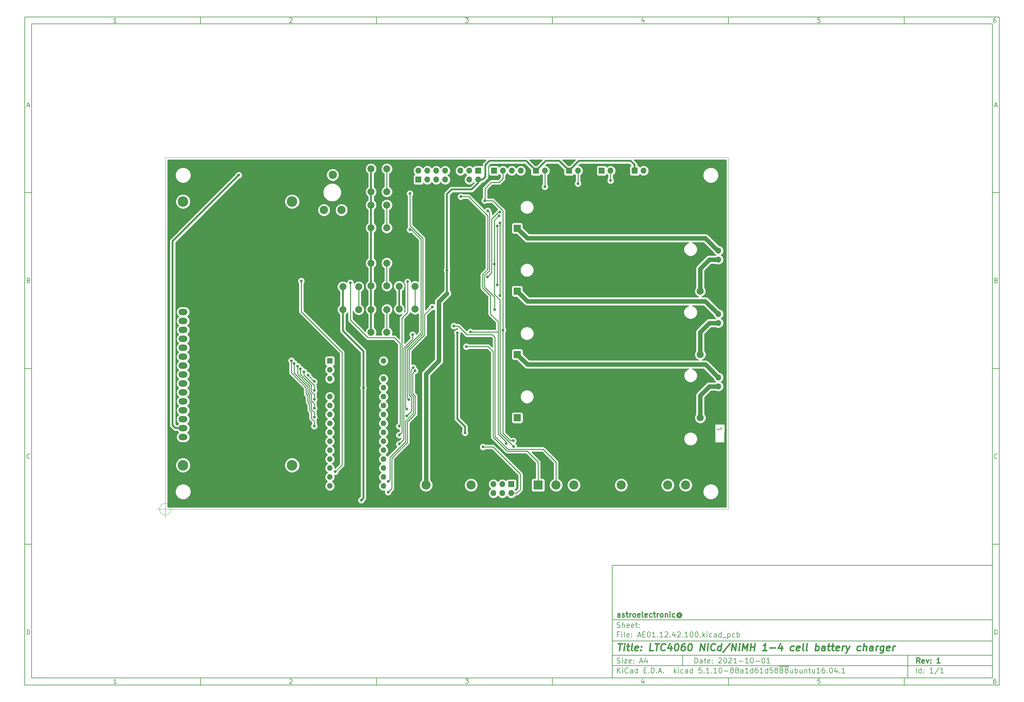
<source format=gbr>
%TF.GenerationSoftware,KiCad,Pcbnew,5.1.10-88a1d61d58~88~ubuntu16.04.1*%
%TF.CreationDate,2021-10-02T00:42:02+02:00*%
%TF.ProjectId,AE01.12.42.100,41453031-2e31-4322-9e34-322e3130302e,1*%
%TF.SameCoordinates,Original*%
%TF.FileFunction,Copper,L2,Bot*%
%TF.FilePolarity,Positive*%
%FSLAX46Y46*%
G04 Gerber Fmt 4.6, Leading zero omitted, Abs format (unit mm)*
G04 Created by KiCad (PCBNEW 5.1.10-88a1d61d58~88~ubuntu16.04.1) date 2021-10-02 00:42:02*
%MOMM*%
%LPD*%
G01*
G04 APERTURE LIST*
%ADD10C,0.100000*%
%ADD11C,0.150000*%
%ADD12C,0.300000*%
%ADD13C,0.400000*%
%TA.AperFunction,NonConductor*%
%ADD14C,0.150000*%
%TD*%
%TA.AperFunction,Profile*%
%ADD15C,0.050000*%
%TD*%
%TA.AperFunction,ComponentPad*%
%ADD16O,1.700000X1.700000*%
%TD*%
%TA.AperFunction,ComponentPad*%
%ADD17R,1.700000X1.700000*%
%TD*%
%TA.AperFunction,ComponentPad*%
%ADD18R,2.000000X2.000000*%
%TD*%
%TA.AperFunction,ComponentPad*%
%ADD19C,2.000000*%
%TD*%
%TA.AperFunction,ComponentPad*%
%ADD20C,2.340000*%
%TD*%
%TA.AperFunction,ComponentPad*%
%ADD21C,3.000000*%
%TD*%
%TA.AperFunction,ComponentPad*%
%ADD22O,2.600000X1.800000*%
%TD*%
%TA.AperFunction,ComponentPad*%
%ADD23R,2.600000X1.800000*%
%TD*%
%TA.AperFunction,ComponentPad*%
%ADD24C,2.600000*%
%TD*%
%TA.AperFunction,ComponentPad*%
%ADD25R,2.600000X2.600000*%
%TD*%
%TA.AperFunction,ComponentPad*%
%ADD26R,1.600000X1.600000*%
%TD*%
%TA.AperFunction,ComponentPad*%
%ADD27O,1.600000X1.600000*%
%TD*%
%TA.AperFunction,ViaPad*%
%ADD28C,0.800000*%
%TD*%
%TA.AperFunction,Conductor*%
%ADD29C,0.508000*%
%TD*%
%TA.AperFunction,Conductor*%
%ADD30C,0.254000*%
%TD*%
%TA.AperFunction,Conductor*%
%ADD31C,1.270000*%
%TD*%
%TA.AperFunction,Conductor*%
%ADD32C,0.100000*%
%TD*%
G04 APERTURE END LIST*
D10*
D11*
X177002200Y-166007200D02*
X177002200Y-198007200D01*
X285002200Y-198007200D01*
X285002200Y-166007200D01*
X177002200Y-166007200D01*
D10*
D11*
X10000000Y-10000000D02*
X10000000Y-200007200D01*
X287002200Y-200007200D01*
X287002200Y-10000000D01*
X10000000Y-10000000D01*
D10*
D11*
X12000000Y-12000000D02*
X12000000Y-198007200D01*
X285002200Y-198007200D01*
X285002200Y-12000000D01*
X12000000Y-12000000D01*
D10*
D11*
X60000000Y-12000000D02*
X60000000Y-10000000D01*
D10*
D11*
X110000000Y-12000000D02*
X110000000Y-10000000D01*
D10*
D11*
X160000000Y-12000000D02*
X160000000Y-10000000D01*
D10*
D11*
X210000000Y-12000000D02*
X210000000Y-10000000D01*
D10*
D11*
X260000000Y-12000000D02*
X260000000Y-10000000D01*
D10*
D11*
X36065476Y-11588095D02*
X35322619Y-11588095D01*
X35694047Y-11588095D02*
X35694047Y-10288095D01*
X35570238Y-10473809D01*
X35446428Y-10597619D01*
X35322619Y-10659523D01*
D10*
D11*
X85322619Y-10411904D02*
X85384523Y-10350000D01*
X85508333Y-10288095D01*
X85817857Y-10288095D01*
X85941666Y-10350000D01*
X86003571Y-10411904D01*
X86065476Y-10535714D01*
X86065476Y-10659523D01*
X86003571Y-10845238D01*
X85260714Y-11588095D01*
X86065476Y-11588095D01*
D10*
D11*
X135260714Y-10288095D02*
X136065476Y-10288095D01*
X135632142Y-10783333D01*
X135817857Y-10783333D01*
X135941666Y-10845238D01*
X136003571Y-10907142D01*
X136065476Y-11030952D01*
X136065476Y-11340476D01*
X136003571Y-11464285D01*
X135941666Y-11526190D01*
X135817857Y-11588095D01*
X135446428Y-11588095D01*
X135322619Y-11526190D01*
X135260714Y-11464285D01*
D10*
D11*
X185941666Y-10721428D02*
X185941666Y-11588095D01*
X185632142Y-10226190D02*
X185322619Y-11154761D01*
X186127380Y-11154761D01*
D10*
D11*
X236003571Y-10288095D02*
X235384523Y-10288095D01*
X235322619Y-10907142D01*
X235384523Y-10845238D01*
X235508333Y-10783333D01*
X235817857Y-10783333D01*
X235941666Y-10845238D01*
X236003571Y-10907142D01*
X236065476Y-11030952D01*
X236065476Y-11340476D01*
X236003571Y-11464285D01*
X235941666Y-11526190D01*
X235817857Y-11588095D01*
X235508333Y-11588095D01*
X235384523Y-11526190D01*
X235322619Y-11464285D01*
D10*
D11*
X285941666Y-10288095D02*
X285694047Y-10288095D01*
X285570238Y-10350000D01*
X285508333Y-10411904D01*
X285384523Y-10597619D01*
X285322619Y-10845238D01*
X285322619Y-11340476D01*
X285384523Y-11464285D01*
X285446428Y-11526190D01*
X285570238Y-11588095D01*
X285817857Y-11588095D01*
X285941666Y-11526190D01*
X286003571Y-11464285D01*
X286065476Y-11340476D01*
X286065476Y-11030952D01*
X286003571Y-10907142D01*
X285941666Y-10845238D01*
X285817857Y-10783333D01*
X285570238Y-10783333D01*
X285446428Y-10845238D01*
X285384523Y-10907142D01*
X285322619Y-11030952D01*
D10*
D11*
X60000000Y-198007200D02*
X60000000Y-200007200D01*
D10*
D11*
X110000000Y-198007200D02*
X110000000Y-200007200D01*
D10*
D11*
X160000000Y-198007200D02*
X160000000Y-200007200D01*
D10*
D11*
X210000000Y-198007200D02*
X210000000Y-200007200D01*
D10*
D11*
X260000000Y-198007200D02*
X260000000Y-200007200D01*
D10*
D11*
X36065476Y-199595295D02*
X35322619Y-199595295D01*
X35694047Y-199595295D02*
X35694047Y-198295295D01*
X35570238Y-198481009D01*
X35446428Y-198604819D01*
X35322619Y-198666723D01*
D10*
D11*
X85322619Y-198419104D02*
X85384523Y-198357200D01*
X85508333Y-198295295D01*
X85817857Y-198295295D01*
X85941666Y-198357200D01*
X86003571Y-198419104D01*
X86065476Y-198542914D01*
X86065476Y-198666723D01*
X86003571Y-198852438D01*
X85260714Y-199595295D01*
X86065476Y-199595295D01*
D10*
D11*
X135260714Y-198295295D02*
X136065476Y-198295295D01*
X135632142Y-198790533D01*
X135817857Y-198790533D01*
X135941666Y-198852438D01*
X136003571Y-198914342D01*
X136065476Y-199038152D01*
X136065476Y-199347676D01*
X136003571Y-199471485D01*
X135941666Y-199533390D01*
X135817857Y-199595295D01*
X135446428Y-199595295D01*
X135322619Y-199533390D01*
X135260714Y-199471485D01*
D10*
D11*
X185941666Y-198728628D02*
X185941666Y-199595295D01*
X185632142Y-198233390D02*
X185322619Y-199161961D01*
X186127380Y-199161961D01*
D10*
D11*
X236003571Y-198295295D02*
X235384523Y-198295295D01*
X235322619Y-198914342D01*
X235384523Y-198852438D01*
X235508333Y-198790533D01*
X235817857Y-198790533D01*
X235941666Y-198852438D01*
X236003571Y-198914342D01*
X236065476Y-199038152D01*
X236065476Y-199347676D01*
X236003571Y-199471485D01*
X235941666Y-199533390D01*
X235817857Y-199595295D01*
X235508333Y-199595295D01*
X235384523Y-199533390D01*
X235322619Y-199471485D01*
D10*
D11*
X285941666Y-198295295D02*
X285694047Y-198295295D01*
X285570238Y-198357200D01*
X285508333Y-198419104D01*
X285384523Y-198604819D01*
X285322619Y-198852438D01*
X285322619Y-199347676D01*
X285384523Y-199471485D01*
X285446428Y-199533390D01*
X285570238Y-199595295D01*
X285817857Y-199595295D01*
X285941666Y-199533390D01*
X286003571Y-199471485D01*
X286065476Y-199347676D01*
X286065476Y-199038152D01*
X286003571Y-198914342D01*
X285941666Y-198852438D01*
X285817857Y-198790533D01*
X285570238Y-198790533D01*
X285446428Y-198852438D01*
X285384523Y-198914342D01*
X285322619Y-199038152D01*
D10*
D11*
X10000000Y-60000000D02*
X12000000Y-60000000D01*
D10*
D11*
X10000000Y-110000000D02*
X12000000Y-110000000D01*
D10*
D11*
X10000000Y-160000000D02*
X12000000Y-160000000D01*
D10*
D11*
X10690476Y-35216666D02*
X11309523Y-35216666D01*
X10566666Y-35588095D02*
X11000000Y-34288095D01*
X11433333Y-35588095D01*
D10*
D11*
X11092857Y-84907142D02*
X11278571Y-84969047D01*
X11340476Y-85030952D01*
X11402380Y-85154761D01*
X11402380Y-85340476D01*
X11340476Y-85464285D01*
X11278571Y-85526190D01*
X11154761Y-85588095D01*
X10659523Y-85588095D01*
X10659523Y-84288095D01*
X11092857Y-84288095D01*
X11216666Y-84350000D01*
X11278571Y-84411904D01*
X11340476Y-84535714D01*
X11340476Y-84659523D01*
X11278571Y-84783333D01*
X11216666Y-84845238D01*
X11092857Y-84907142D01*
X10659523Y-84907142D01*
D10*
D11*
X11402380Y-135464285D02*
X11340476Y-135526190D01*
X11154761Y-135588095D01*
X11030952Y-135588095D01*
X10845238Y-135526190D01*
X10721428Y-135402380D01*
X10659523Y-135278571D01*
X10597619Y-135030952D01*
X10597619Y-134845238D01*
X10659523Y-134597619D01*
X10721428Y-134473809D01*
X10845238Y-134350000D01*
X11030952Y-134288095D01*
X11154761Y-134288095D01*
X11340476Y-134350000D01*
X11402380Y-134411904D01*
D10*
D11*
X10659523Y-185588095D02*
X10659523Y-184288095D01*
X10969047Y-184288095D01*
X11154761Y-184350000D01*
X11278571Y-184473809D01*
X11340476Y-184597619D01*
X11402380Y-184845238D01*
X11402380Y-185030952D01*
X11340476Y-185278571D01*
X11278571Y-185402380D01*
X11154761Y-185526190D01*
X10969047Y-185588095D01*
X10659523Y-185588095D01*
D10*
D11*
X287002200Y-60000000D02*
X285002200Y-60000000D01*
D10*
D11*
X287002200Y-110000000D02*
X285002200Y-110000000D01*
D10*
D11*
X287002200Y-160000000D02*
X285002200Y-160000000D01*
D10*
D11*
X285692676Y-35216666D02*
X286311723Y-35216666D01*
X285568866Y-35588095D02*
X286002200Y-34288095D01*
X286435533Y-35588095D01*
D10*
D11*
X286095057Y-84907142D02*
X286280771Y-84969047D01*
X286342676Y-85030952D01*
X286404580Y-85154761D01*
X286404580Y-85340476D01*
X286342676Y-85464285D01*
X286280771Y-85526190D01*
X286156961Y-85588095D01*
X285661723Y-85588095D01*
X285661723Y-84288095D01*
X286095057Y-84288095D01*
X286218866Y-84350000D01*
X286280771Y-84411904D01*
X286342676Y-84535714D01*
X286342676Y-84659523D01*
X286280771Y-84783333D01*
X286218866Y-84845238D01*
X286095057Y-84907142D01*
X285661723Y-84907142D01*
D10*
D11*
X286404580Y-135464285D02*
X286342676Y-135526190D01*
X286156961Y-135588095D01*
X286033152Y-135588095D01*
X285847438Y-135526190D01*
X285723628Y-135402380D01*
X285661723Y-135278571D01*
X285599819Y-135030952D01*
X285599819Y-134845238D01*
X285661723Y-134597619D01*
X285723628Y-134473809D01*
X285847438Y-134350000D01*
X286033152Y-134288095D01*
X286156961Y-134288095D01*
X286342676Y-134350000D01*
X286404580Y-134411904D01*
D10*
D11*
X285661723Y-185588095D02*
X285661723Y-184288095D01*
X285971247Y-184288095D01*
X286156961Y-184350000D01*
X286280771Y-184473809D01*
X286342676Y-184597619D01*
X286404580Y-184845238D01*
X286404580Y-185030952D01*
X286342676Y-185278571D01*
X286280771Y-185402380D01*
X286156961Y-185526190D01*
X285971247Y-185588095D01*
X285661723Y-185588095D01*
D10*
D11*
X200434342Y-193785771D02*
X200434342Y-192285771D01*
X200791485Y-192285771D01*
X201005771Y-192357200D01*
X201148628Y-192500057D01*
X201220057Y-192642914D01*
X201291485Y-192928628D01*
X201291485Y-193142914D01*
X201220057Y-193428628D01*
X201148628Y-193571485D01*
X201005771Y-193714342D01*
X200791485Y-193785771D01*
X200434342Y-193785771D01*
X202577200Y-193785771D02*
X202577200Y-193000057D01*
X202505771Y-192857200D01*
X202362914Y-192785771D01*
X202077200Y-192785771D01*
X201934342Y-192857200D01*
X202577200Y-193714342D02*
X202434342Y-193785771D01*
X202077200Y-193785771D01*
X201934342Y-193714342D01*
X201862914Y-193571485D01*
X201862914Y-193428628D01*
X201934342Y-193285771D01*
X202077200Y-193214342D01*
X202434342Y-193214342D01*
X202577200Y-193142914D01*
X203077200Y-192785771D02*
X203648628Y-192785771D01*
X203291485Y-192285771D02*
X203291485Y-193571485D01*
X203362914Y-193714342D01*
X203505771Y-193785771D01*
X203648628Y-193785771D01*
X204720057Y-193714342D02*
X204577200Y-193785771D01*
X204291485Y-193785771D01*
X204148628Y-193714342D01*
X204077200Y-193571485D01*
X204077200Y-193000057D01*
X204148628Y-192857200D01*
X204291485Y-192785771D01*
X204577200Y-192785771D01*
X204720057Y-192857200D01*
X204791485Y-193000057D01*
X204791485Y-193142914D01*
X204077200Y-193285771D01*
X205434342Y-193642914D02*
X205505771Y-193714342D01*
X205434342Y-193785771D01*
X205362914Y-193714342D01*
X205434342Y-193642914D01*
X205434342Y-193785771D01*
X205434342Y-192857200D02*
X205505771Y-192928628D01*
X205434342Y-193000057D01*
X205362914Y-192928628D01*
X205434342Y-192857200D01*
X205434342Y-193000057D01*
X207220057Y-192428628D02*
X207291485Y-192357200D01*
X207434342Y-192285771D01*
X207791485Y-192285771D01*
X207934342Y-192357200D01*
X208005771Y-192428628D01*
X208077200Y-192571485D01*
X208077200Y-192714342D01*
X208005771Y-192928628D01*
X207148628Y-193785771D01*
X208077200Y-193785771D01*
X209005771Y-192285771D02*
X209148628Y-192285771D01*
X209291485Y-192357200D01*
X209362914Y-192428628D01*
X209434342Y-192571485D01*
X209505771Y-192857200D01*
X209505771Y-193214342D01*
X209434342Y-193500057D01*
X209362914Y-193642914D01*
X209291485Y-193714342D01*
X209148628Y-193785771D01*
X209005771Y-193785771D01*
X208862914Y-193714342D01*
X208791485Y-193642914D01*
X208720057Y-193500057D01*
X208648628Y-193214342D01*
X208648628Y-192857200D01*
X208720057Y-192571485D01*
X208791485Y-192428628D01*
X208862914Y-192357200D01*
X209005771Y-192285771D01*
X210077200Y-192428628D02*
X210148628Y-192357200D01*
X210291485Y-192285771D01*
X210648628Y-192285771D01*
X210791485Y-192357200D01*
X210862914Y-192428628D01*
X210934342Y-192571485D01*
X210934342Y-192714342D01*
X210862914Y-192928628D01*
X210005771Y-193785771D01*
X210934342Y-193785771D01*
X212362914Y-193785771D02*
X211505771Y-193785771D01*
X211934342Y-193785771D02*
X211934342Y-192285771D01*
X211791485Y-192500057D01*
X211648628Y-192642914D01*
X211505771Y-192714342D01*
X213005771Y-193214342D02*
X214148628Y-193214342D01*
X215648628Y-193785771D02*
X214791485Y-193785771D01*
X215220057Y-193785771D02*
X215220057Y-192285771D01*
X215077200Y-192500057D01*
X214934342Y-192642914D01*
X214791485Y-192714342D01*
X216577200Y-192285771D02*
X216720057Y-192285771D01*
X216862914Y-192357200D01*
X216934342Y-192428628D01*
X217005771Y-192571485D01*
X217077200Y-192857200D01*
X217077200Y-193214342D01*
X217005771Y-193500057D01*
X216934342Y-193642914D01*
X216862914Y-193714342D01*
X216720057Y-193785771D01*
X216577200Y-193785771D01*
X216434342Y-193714342D01*
X216362914Y-193642914D01*
X216291485Y-193500057D01*
X216220057Y-193214342D01*
X216220057Y-192857200D01*
X216291485Y-192571485D01*
X216362914Y-192428628D01*
X216434342Y-192357200D01*
X216577200Y-192285771D01*
X217720057Y-193214342D02*
X218862914Y-193214342D01*
X219862914Y-192285771D02*
X220005771Y-192285771D01*
X220148628Y-192357200D01*
X220220057Y-192428628D01*
X220291485Y-192571485D01*
X220362914Y-192857200D01*
X220362914Y-193214342D01*
X220291485Y-193500057D01*
X220220057Y-193642914D01*
X220148628Y-193714342D01*
X220005771Y-193785771D01*
X219862914Y-193785771D01*
X219720057Y-193714342D01*
X219648628Y-193642914D01*
X219577200Y-193500057D01*
X219505771Y-193214342D01*
X219505771Y-192857200D01*
X219577200Y-192571485D01*
X219648628Y-192428628D01*
X219720057Y-192357200D01*
X219862914Y-192285771D01*
X221791485Y-193785771D02*
X220934342Y-193785771D01*
X221362914Y-193785771D02*
X221362914Y-192285771D01*
X221220057Y-192500057D01*
X221077200Y-192642914D01*
X220934342Y-192714342D01*
D10*
D11*
X177002200Y-194507200D02*
X285002200Y-194507200D01*
D10*
D11*
X178434342Y-196585771D02*
X178434342Y-195085771D01*
X179291485Y-196585771D02*
X178648628Y-195728628D01*
X179291485Y-195085771D02*
X178434342Y-195942914D01*
X179934342Y-196585771D02*
X179934342Y-195585771D01*
X179934342Y-195085771D02*
X179862914Y-195157200D01*
X179934342Y-195228628D01*
X180005771Y-195157200D01*
X179934342Y-195085771D01*
X179934342Y-195228628D01*
X181505771Y-196442914D02*
X181434342Y-196514342D01*
X181220057Y-196585771D01*
X181077200Y-196585771D01*
X180862914Y-196514342D01*
X180720057Y-196371485D01*
X180648628Y-196228628D01*
X180577200Y-195942914D01*
X180577200Y-195728628D01*
X180648628Y-195442914D01*
X180720057Y-195300057D01*
X180862914Y-195157200D01*
X181077200Y-195085771D01*
X181220057Y-195085771D01*
X181434342Y-195157200D01*
X181505771Y-195228628D01*
X182791485Y-196585771D02*
X182791485Y-195800057D01*
X182720057Y-195657200D01*
X182577200Y-195585771D01*
X182291485Y-195585771D01*
X182148628Y-195657200D01*
X182791485Y-196514342D02*
X182648628Y-196585771D01*
X182291485Y-196585771D01*
X182148628Y-196514342D01*
X182077200Y-196371485D01*
X182077200Y-196228628D01*
X182148628Y-196085771D01*
X182291485Y-196014342D01*
X182648628Y-196014342D01*
X182791485Y-195942914D01*
X184148628Y-196585771D02*
X184148628Y-195085771D01*
X184148628Y-196514342D02*
X184005771Y-196585771D01*
X183720057Y-196585771D01*
X183577200Y-196514342D01*
X183505771Y-196442914D01*
X183434342Y-196300057D01*
X183434342Y-195871485D01*
X183505771Y-195728628D01*
X183577200Y-195657200D01*
X183720057Y-195585771D01*
X184005771Y-195585771D01*
X184148628Y-195657200D01*
X186005771Y-195800057D02*
X186505771Y-195800057D01*
X186720057Y-196585771D02*
X186005771Y-196585771D01*
X186005771Y-195085771D01*
X186720057Y-195085771D01*
X187362914Y-196442914D02*
X187434342Y-196514342D01*
X187362914Y-196585771D01*
X187291485Y-196514342D01*
X187362914Y-196442914D01*
X187362914Y-196585771D01*
X188077200Y-196585771D02*
X188077200Y-195085771D01*
X188434342Y-195085771D01*
X188648628Y-195157200D01*
X188791485Y-195300057D01*
X188862914Y-195442914D01*
X188934342Y-195728628D01*
X188934342Y-195942914D01*
X188862914Y-196228628D01*
X188791485Y-196371485D01*
X188648628Y-196514342D01*
X188434342Y-196585771D01*
X188077200Y-196585771D01*
X189577200Y-196442914D02*
X189648628Y-196514342D01*
X189577200Y-196585771D01*
X189505771Y-196514342D01*
X189577200Y-196442914D01*
X189577200Y-196585771D01*
X190220057Y-196157200D02*
X190934342Y-196157200D01*
X190077200Y-196585771D02*
X190577200Y-195085771D01*
X191077200Y-196585771D01*
X191577200Y-196442914D02*
X191648628Y-196514342D01*
X191577200Y-196585771D01*
X191505771Y-196514342D01*
X191577200Y-196442914D01*
X191577200Y-196585771D01*
X194577200Y-196585771D02*
X194577200Y-195085771D01*
X194720057Y-196014342D02*
X195148628Y-196585771D01*
X195148628Y-195585771D02*
X194577200Y-196157200D01*
X195791485Y-196585771D02*
X195791485Y-195585771D01*
X195791485Y-195085771D02*
X195720057Y-195157200D01*
X195791485Y-195228628D01*
X195862914Y-195157200D01*
X195791485Y-195085771D01*
X195791485Y-195228628D01*
X197148628Y-196514342D02*
X197005771Y-196585771D01*
X196720057Y-196585771D01*
X196577200Y-196514342D01*
X196505771Y-196442914D01*
X196434342Y-196300057D01*
X196434342Y-195871485D01*
X196505771Y-195728628D01*
X196577200Y-195657200D01*
X196720057Y-195585771D01*
X197005771Y-195585771D01*
X197148628Y-195657200D01*
X198434342Y-196585771D02*
X198434342Y-195800057D01*
X198362914Y-195657200D01*
X198220057Y-195585771D01*
X197934342Y-195585771D01*
X197791485Y-195657200D01*
X198434342Y-196514342D02*
X198291485Y-196585771D01*
X197934342Y-196585771D01*
X197791485Y-196514342D01*
X197720057Y-196371485D01*
X197720057Y-196228628D01*
X197791485Y-196085771D01*
X197934342Y-196014342D01*
X198291485Y-196014342D01*
X198434342Y-195942914D01*
X199791485Y-196585771D02*
X199791485Y-195085771D01*
X199791485Y-196514342D02*
X199648628Y-196585771D01*
X199362914Y-196585771D01*
X199220057Y-196514342D01*
X199148628Y-196442914D01*
X199077200Y-196300057D01*
X199077200Y-195871485D01*
X199148628Y-195728628D01*
X199220057Y-195657200D01*
X199362914Y-195585771D01*
X199648628Y-195585771D01*
X199791485Y-195657200D01*
X202362914Y-195085771D02*
X201648628Y-195085771D01*
X201577200Y-195800057D01*
X201648628Y-195728628D01*
X201791485Y-195657200D01*
X202148628Y-195657200D01*
X202291485Y-195728628D01*
X202362914Y-195800057D01*
X202434342Y-195942914D01*
X202434342Y-196300057D01*
X202362914Y-196442914D01*
X202291485Y-196514342D01*
X202148628Y-196585771D01*
X201791485Y-196585771D01*
X201648628Y-196514342D01*
X201577200Y-196442914D01*
X203077200Y-196442914D02*
X203148628Y-196514342D01*
X203077200Y-196585771D01*
X203005771Y-196514342D01*
X203077200Y-196442914D01*
X203077200Y-196585771D01*
X204577200Y-196585771D02*
X203720057Y-196585771D01*
X204148628Y-196585771D02*
X204148628Y-195085771D01*
X204005771Y-195300057D01*
X203862914Y-195442914D01*
X203720057Y-195514342D01*
X205220057Y-196442914D02*
X205291485Y-196514342D01*
X205220057Y-196585771D01*
X205148628Y-196514342D01*
X205220057Y-196442914D01*
X205220057Y-196585771D01*
X206720057Y-196585771D02*
X205862914Y-196585771D01*
X206291485Y-196585771D02*
X206291485Y-195085771D01*
X206148628Y-195300057D01*
X206005771Y-195442914D01*
X205862914Y-195514342D01*
X207648628Y-195085771D02*
X207791485Y-195085771D01*
X207934342Y-195157200D01*
X208005771Y-195228628D01*
X208077200Y-195371485D01*
X208148628Y-195657200D01*
X208148628Y-196014342D01*
X208077200Y-196300057D01*
X208005771Y-196442914D01*
X207934342Y-196514342D01*
X207791485Y-196585771D01*
X207648628Y-196585771D01*
X207505771Y-196514342D01*
X207434342Y-196442914D01*
X207362914Y-196300057D01*
X207291485Y-196014342D01*
X207291485Y-195657200D01*
X207362914Y-195371485D01*
X207434342Y-195228628D01*
X207505771Y-195157200D01*
X207648628Y-195085771D01*
X208791485Y-196014342D02*
X209934342Y-196014342D01*
X210862914Y-195728628D02*
X210720057Y-195657200D01*
X210648628Y-195585771D01*
X210577200Y-195442914D01*
X210577200Y-195371485D01*
X210648628Y-195228628D01*
X210720057Y-195157200D01*
X210862914Y-195085771D01*
X211148628Y-195085771D01*
X211291485Y-195157200D01*
X211362914Y-195228628D01*
X211434342Y-195371485D01*
X211434342Y-195442914D01*
X211362914Y-195585771D01*
X211291485Y-195657200D01*
X211148628Y-195728628D01*
X210862914Y-195728628D01*
X210720057Y-195800057D01*
X210648628Y-195871485D01*
X210577200Y-196014342D01*
X210577200Y-196300057D01*
X210648628Y-196442914D01*
X210720057Y-196514342D01*
X210862914Y-196585771D01*
X211148628Y-196585771D01*
X211291485Y-196514342D01*
X211362914Y-196442914D01*
X211434342Y-196300057D01*
X211434342Y-196014342D01*
X211362914Y-195871485D01*
X211291485Y-195800057D01*
X211148628Y-195728628D01*
X212291485Y-195728628D02*
X212148628Y-195657200D01*
X212077200Y-195585771D01*
X212005771Y-195442914D01*
X212005771Y-195371485D01*
X212077200Y-195228628D01*
X212148628Y-195157200D01*
X212291485Y-195085771D01*
X212577200Y-195085771D01*
X212720057Y-195157200D01*
X212791485Y-195228628D01*
X212862914Y-195371485D01*
X212862914Y-195442914D01*
X212791485Y-195585771D01*
X212720057Y-195657200D01*
X212577200Y-195728628D01*
X212291485Y-195728628D01*
X212148628Y-195800057D01*
X212077200Y-195871485D01*
X212005771Y-196014342D01*
X212005771Y-196300057D01*
X212077200Y-196442914D01*
X212148628Y-196514342D01*
X212291485Y-196585771D01*
X212577200Y-196585771D01*
X212720057Y-196514342D01*
X212791485Y-196442914D01*
X212862914Y-196300057D01*
X212862914Y-196014342D01*
X212791485Y-195871485D01*
X212720057Y-195800057D01*
X212577200Y-195728628D01*
X214148628Y-196585771D02*
X214148628Y-195800057D01*
X214077200Y-195657200D01*
X213934342Y-195585771D01*
X213648628Y-195585771D01*
X213505771Y-195657200D01*
X214148628Y-196514342D02*
X214005771Y-196585771D01*
X213648628Y-196585771D01*
X213505771Y-196514342D01*
X213434342Y-196371485D01*
X213434342Y-196228628D01*
X213505771Y-196085771D01*
X213648628Y-196014342D01*
X214005771Y-196014342D01*
X214148628Y-195942914D01*
X215648628Y-196585771D02*
X214791485Y-196585771D01*
X215220057Y-196585771D02*
X215220057Y-195085771D01*
X215077200Y-195300057D01*
X214934342Y-195442914D01*
X214791485Y-195514342D01*
X216934342Y-196585771D02*
X216934342Y-195085771D01*
X216934342Y-196514342D02*
X216791485Y-196585771D01*
X216505771Y-196585771D01*
X216362914Y-196514342D01*
X216291485Y-196442914D01*
X216220057Y-196300057D01*
X216220057Y-195871485D01*
X216291485Y-195728628D01*
X216362914Y-195657200D01*
X216505771Y-195585771D01*
X216791485Y-195585771D01*
X216934342Y-195657200D01*
X218291485Y-195085771D02*
X218005771Y-195085771D01*
X217862914Y-195157200D01*
X217791485Y-195228628D01*
X217648628Y-195442914D01*
X217577200Y-195728628D01*
X217577200Y-196300057D01*
X217648628Y-196442914D01*
X217720057Y-196514342D01*
X217862914Y-196585771D01*
X218148628Y-196585771D01*
X218291485Y-196514342D01*
X218362914Y-196442914D01*
X218434342Y-196300057D01*
X218434342Y-195942914D01*
X218362914Y-195800057D01*
X218291485Y-195728628D01*
X218148628Y-195657200D01*
X217862914Y-195657200D01*
X217720057Y-195728628D01*
X217648628Y-195800057D01*
X217577200Y-195942914D01*
X219862914Y-196585771D02*
X219005771Y-196585771D01*
X219434342Y-196585771D02*
X219434342Y-195085771D01*
X219291485Y-195300057D01*
X219148628Y-195442914D01*
X219005771Y-195514342D01*
X221148628Y-196585771D02*
X221148628Y-195085771D01*
X221148628Y-196514342D02*
X221005771Y-196585771D01*
X220720057Y-196585771D01*
X220577200Y-196514342D01*
X220505771Y-196442914D01*
X220434342Y-196300057D01*
X220434342Y-195871485D01*
X220505771Y-195728628D01*
X220577200Y-195657200D01*
X220720057Y-195585771D01*
X221005771Y-195585771D01*
X221148628Y-195657200D01*
X222577200Y-195085771D02*
X221862914Y-195085771D01*
X221791485Y-195800057D01*
X221862914Y-195728628D01*
X222005771Y-195657200D01*
X222362914Y-195657200D01*
X222505771Y-195728628D01*
X222577200Y-195800057D01*
X222648628Y-195942914D01*
X222648628Y-196300057D01*
X222577200Y-196442914D01*
X222505771Y-196514342D01*
X222362914Y-196585771D01*
X222005771Y-196585771D01*
X221862914Y-196514342D01*
X221791485Y-196442914D01*
X223505771Y-195728628D02*
X223362914Y-195657200D01*
X223291485Y-195585771D01*
X223220057Y-195442914D01*
X223220057Y-195371485D01*
X223291485Y-195228628D01*
X223362914Y-195157200D01*
X223505771Y-195085771D01*
X223791485Y-195085771D01*
X223934342Y-195157200D01*
X224005771Y-195228628D01*
X224077200Y-195371485D01*
X224077200Y-195442914D01*
X224005771Y-195585771D01*
X223934342Y-195657200D01*
X223791485Y-195728628D01*
X223505771Y-195728628D01*
X223362914Y-195800057D01*
X223291485Y-195871485D01*
X223220057Y-196014342D01*
X223220057Y-196300057D01*
X223291485Y-196442914D01*
X223362914Y-196514342D01*
X223505771Y-196585771D01*
X223791485Y-196585771D01*
X223934342Y-196514342D01*
X224005771Y-196442914D01*
X224077200Y-196300057D01*
X224077200Y-196014342D01*
X224005771Y-195871485D01*
X223934342Y-195800057D01*
X223791485Y-195728628D01*
X224362914Y-194677200D02*
X225791485Y-194677200D01*
X224934342Y-195728628D02*
X224791485Y-195657200D01*
X224720057Y-195585771D01*
X224648628Y-195442914D01*
X224648628Y-195371485D01*
X224720057Y-195228628D01*
X224791485Y-195157200D01*
X224934342Y-195085771D01*
X225220057Y-195085771D01*
X225362914Y-195157200D01*
X225434342Y-195228628D01*
X225505771Y-195371485D01*
X225505771Y-195442914D01*
X225434342Y-195585771D01*
X225362914Y-195657200D01*
X225220057Y-195728628D01*
X224934342Y-195728628D01*
X224791485Y-195800057D01*
X224720057Y-195871485D01*
X224648628Y-196014342D01*
X224648628Y-196300057D01*
X224720057Y-196442914D01*
X224791485Y-196514342D01*
X224934342Y-196585771D01*
X225220057Y-196585771D01*
X225362914Y-196514342D01*
X225434342Y-196442914D01*
X225505771Y-196300057D01*
X225505771Y-196014342D01*
X225434342Y-195871485D01*
X225362914Y-195800057D01*
X225220057Y-195728628D01*
X225791485Y-194677200D02*
X227220057Y-194677200D01*
X226362914Y-195728628D02*
X226220057Y-195657200D01*
X226148628Y-195585771D01*
X226077199Y-195442914D01*
X226077199Y-195371485D01*
X226148628Y-195228628D01*
X226220057Y-195157200D01*
X226362914Y-195085771D01*
X226648628Y-195085771D01*
X226791485Y-195157200D01*
X226862914Y-195228628D01*
X226934342Y-195371485D01*
X226934342Y-195442914D01*
X226862914Y-195585771D01*
X226791485Y-195657200D01*
X226648628Y-195728628D01*
X226362914Y-195728628D01*
X226220057Y-195800057D01*
X226148628Y-195871485D01*
X226077199Y-196014342D01*
X226077199Y-196300057D01*
X226148628Y-196442914D01*
X226220057Y-196514342D01*
X226362914Y-196585771D01*
X226648628Y-196585771D01*
X226791485Y-196514342D01*
X226862914Y-196442914D01*
X226934342Y-196300057D01*
X226934342Y-196014342D01*
X226862914Y-195871485D01*
X226791485Y-195800057D01*
X226648628Y-195728628D01*
X228220057Y-195585771D02*
X228220057Y-196585771D01*
X227577199Y-195585771D02*
X227577199Y-196371485D01*
X227648628Y-196514342D01*
X227791485Y-196585771D01*
X228005771Y-196585771D01*
X228148628Y-196514342D01*
X228220057Y-196442914D01*
X228934342Y-196585771D02*
X228934342Y-195085771D01*
X228934342Y-195657200D02*
X229077199Y-195585771D01*
X229362914Y-195585771D01*
X229505771Y-195657200D01*
X229577199Y-195728628D01*
X229648628Y-195871485D01*
X229648628Y-196300057D01*
X229577199Y-196442914D01*
X229505771Y-196514342D01*
X229362914Y-196585771D01*
X229077199Y-196585771D01*
X228934342Y-196514342D01*
X230934342Y-195585771D02*
X230934342Y-196585771D01*
X230291485Y-195585771D02*
X230291485Y-196371485D01*
X230362914Y-196514342D01*
X230505771Y-196585771D01*
X230720057Y-196585771D01*
X230862914Y-196514342D01*
X230934342Y-196442914D01*
X231648628Y-195585771D02*
X231648628Y-196585771D01*
X231648628Y-195728628D02*
X231720057Y-195657200D01*
X231862914Y-195585771D01*
X232077199Y-195585771D01*
X232220057Y-195657200D01*
X232291485Y-195800057D01*
X232291485Y-196585771D01*
X232791485Y-195585771D02*
X233362914Y-195585771D01*
X233005771Y-195085771D02*
X233005771Y-196371485D01*
X233077199Y-196514342D01*
X233220057Y-196585771D01*
X233362914Y-196585771D01*
X234505771Y-195585771D02*
X234505771Y-196585771D01*
X233862914Y-195585771D02*
X233862914Y-196371485D01*
X233934342Y-196514342D01*
X234077200Y-196585771D01*
X234291485Y-196585771D01*
X234434342Y-196514342D01*
X234505771Y-196442914D01*
X236005771Y-196585771D02*
X235148628Y-196585771D01*
X235577200Y-196585771D02*
X235577200Y-195085771D01*
X235434342Y-195300057D01*
X235291485Y-195442914D01*
X235148628Y-195514342D01*
X237291485Y-195085771D02*
X237005771Y-195085771D01*
X236862914Y-195157200D01*
X236791485Y-195228628D01*
X236648628Y-195442914D01*
X236577199Y-195728628D01*
X236577199Y-196300057D01*
X236648628Y-196442914D01*
X236720057Y-196514342D01*
X236862914Y-196585771D01*
X237148628Y-196585771D01*
X237291485Y-196514342D01*
X237362914Y-196442914D01*
X237434342Y-196300057D01*
X237434342Y-195942914D01*
X237362914Y-195800057D01*
X237291485Y-195728628D01*
X237148628Y-195657200D01*
X236862914Y-195657200D01*
X236720057Y-195728628D01*
X236648628Y-195800057D01*
X236577199Y-195942914D01*
X238077199Y-196442914D02*
X238148628Y-196514342D01*
X238077199Y-196585771D01*
X238005771Y-196514342D01*
X238077199Y-196442914D01*
X238077199Y-196585771D01*
X239077199Y-195085771D02*
X239220057Y-195085771D01*
X239362914Y-195157200D01*
X239434342Y-195228628D01*
X239505771Y-195371485D01*
X239577199Y-195657200D01*
X239577199Y-196014342D01*
X239505771Y-196300057D01*
X239434342Y-196442914D01*
X239362914Y-196514342D01*
X239220057Y-196585771D01*
X239077199Y-196585771D01*
X238934342Y-196514342D01*
X238862914Y-196442914D01*
X238791485Y-196300057D01*
X238720057Y-196014342D01*
X238720057Y-195657200D01*
X238791485Y-195371485D01*
X238862914Y-195228628D01*
X238934342Y-195157200D01*
X239077199Y-195085771D01*
X240862914Y-195585771D02*
X240862914Y-196585771D01*
X240505771Y-195014342D02*
X240148628Y-196085771D01*
X241077199Y-196085771D01*
X241648628Y-196442914D02*
X241720057Y-196514342D01*
X241648628Y-196585771D01*
X241577199Y-196514342D01*
X241648628Y-196442914D01*
X241648628Y-196585771D01*
X243148628Y-196585771D02*
X242291485Y-196585771D01*
X242720057Y-196585771D02*
X242720057Y-195085771D01*
X242577199Y-195300057D01*
X242434342Y-195442914D01*
X242291485Y-195514342D01*
D10*
D11*
X177002200Y-191507200D02*
X285002200Y-191507200D01*
D10*
D12*
X264411485Y-193785771D02*
X263911485Y-193071485D01*
X263554342Y-193785771D02*
X263554342Y-192285771D01*
X264125771Y-192285771D01*
X264268628Y-192357200D01*
X264340057Y-192428628D01*
X264411485Y-192571485D01*
X264411485Y-192785771D01*
X264340057Y-192928628D01*
X264268628Y-193000057D01*
X264125771Y-193071485D01*
X263554342Y-193071485D01*
X265625771Y-193714342D02*
X265482914Y-193785771D01*
X265197200Y-193785771D01*
X265054342Y-193714342D01*
X264982914Y-193571485D01*
X264982914Y-193000057D01*
X265054342Y-192857200D01*
X265197200Y-192785771D01*
X265482914Y-192785771D01*
X265625771Y-192857200D01*
X265697200Y-193000057D01*
X265697200Y-193142914D01*
X264982914Y-193285771D01*
X266197200Y-192785771D02*
X266554342Y-193785771D01*
X266911485Y-192785771D01*
X267482914Y-193642914D02*
X267554342Y-193714342D01*
X267482914Y-193785771D01*
X267411485Y-193714342D01*
X267482914Y-193642914D01*
X267482914Y-193785771D01*
X267482914Y-192857200D02*
X267554342Y-192928628D01*
X267482914Y-193000057D01*
X267411485Y-192928628D01*
X267482914Y-192857200D01*
X267482914Y-193000057D01*
X270125771Y-193785771D02*
X269268628Y-193785771D01*
X269697200Y-193785771D02*
X269697200Y-192285771D01*
X269554342Y-192500057D01*
X269411485Y-192642914D01*
X269268628Y-192714342D01*
D10*
D11*
X178362914Y-193714342D02*
X178577200Y-193785771D01*
X178934342Y-193785771D01*
X179077200Y-193714342D01*
X179148628Y-193642914D01*
X179220057Y-193500057D01*
X179220057Y-193357200D01*
X179148628Y-193214342D01*
X179077200Y-193142914D01*
X178934342Y-193071485D01*
X178648628Y-193000057D01*
X178505771Y-192928628D01*
X178434342Y-192857200D01*
X178362914Y-192714342D01*
X178362914Y-192571485D01*
X178434342Y-192428628D01*
X178505771Y-192357200D01*
X178648628Y-192285771D01*
X179005771Y-192285771D01*
X179220057Y-192357200D01*
X179862914Y-193785771D02*
X179862914Y-192785771D01*
X179862914Y-192285771D02*
X179791485Y-192357200D01*
X179862914Y-192428628D01*
X179934342Y-192357200D01*
X179862914Y-192285771D01*
X179862914Y-192428628D01*
X180434342Y-192785771D02*
X181220057Y-192785771D01*
X180434342Y-193785771D01*
X181220057Y-193785771D01*
X182362914Y-193714342D02*
X182220057Y-193785771D01*
X181934342Y-193785771D01*
X181791485Y-193714342D01*
X181720057Y-193571485D01*
X181720057Y-193000057D01*
X181791485Y-192857200D01*
X181934342Y-192785771D01*
X182220057Y-192785771D01*
X182362914Y-192857200D01*
X182434342Y-193000057D01*
X182434342Y-193142914D01*
X181720057Y-193285771D01*
X183077200Y-193642914D02*
X183148628Y-193714342D01*
X183077200Y-193785771D01*
X183005771Y-193714342D01*
X183077200Y-193642914D01*
X183077200Y-193785771D01*
X183077200Y-192857200D02*
X183148628Y-192928628D01*
X183077200Y-193000057D01*
X183005771Y-192928628D01*
X183077200Y-192857200D01*
X183077200Y-193000057D01*
X184862914Y-193357200D02*
X185577200Y-193357200D01*
X184720057Y-193785771D02*
X185220057Y-192285771D01*
X185720057Y-193785771D01*
X186862914Y-192785771D02*
X186862914Y-193785771D01*
X186505771Y-192214342D02*
X186148628Y-193285771D01*
X187077200Y-193285771D01*
D10*
D11*
X263434342Y-196585771D02*
X263434342Y-195085771D01*
X264791485Y-196585771D02*
X264791485Y-195085771D01*
X264791485Y-196514342D02*
X264648628Y-196585771D01*
X264362914Y-196585771D01*
X264220057Y-196514342D01*
X264148628Y-196442914D01*
X264077200Y-196300057D01*
X264077200Y-195871485D01*
X264148628Y-195728628D01*
X264220057Y-195657200D01*
X264362914Y-195585771D01*
X264648628Y-195585771D01*
X264791485Y-195657200D01*
X265505771Y-196442914D02*
X265577200Y-196514342D01*
X265505771Y-196585771D01*
X265434342Y-196514342D01*
X265505771Y-196442914D01*
X265505771Y-196585771D01*
X265505771Y-195657200D02*
X265577200Y-195728628D01*
X265505771Y-195800057D01*
X265434342Y-195728628D01*
X265505771Y-195657200D01*
X265505771Y-195800057D01*
X268148628Y-196585771D02*
X267291485Y-196585771D01*
X267720057Y-196585771D02*
X267720057Y-195085771D01*
X267577200Y-195300057D01*
X267434342Y-195442914D01*
X267291485Y-195514342D01*
X269862914Y-195014342D02*
X268577200Y-196942914D01*
X271148628Y-196585771D02*
X270291485Y-196585771D01*
X270720057Y-196585771D02*
X270720057Y-195085771D01*
X270577200Y-195300057D01*
X270434342Y-195442914D01*
X270291485Y-195514342D01*
D10*
D11*
X177002200Y-187507200D02*
X285002200Y-187507200D01*
D10*
D13*
X178714580Y-188211961D02*
X179857438Y-188211961D01*
X179036009Y-190211961D02*
X179286009Y-188211961D01*
X180274104Y-190211961D02*
X180440771Y-188878628D01*
X180524104Y-188211961D02*
X180416961Y-188307200D01*
X180500295Y-188402438D01*
X180607438Y-188307200D01*
X180524104Y-188211961D01*
X180500295Y-188402438D01*
X181107438Y-188878628D02*
X181869342Y-188878628D01*
X181476485Y-188211961D02*
X181262200Y-189926247D01*
X181333628Y-190116723D01*
X181512200Y-190211961D01*
X181702676Y-190211961D01*
X182655057Y-190211961D02*
X182476485Y-190116723D01*
X182405057Y-189926247D01*
X182619342Y-188211961D01*
X184190771Y-190116723D02*
X183988390Y-190211961D01*
X183607438Y-190211961D01*
X183428866Y-190116723D01*
X183357438Y-189926247D01*
X183452676Y-189164342D01*
X183571723Y-188973866D01*
X183774104Y-188878628D01*
X184155057Y-188878628D01*
X184333628Y-188973866D01*
X184405057Y-189164342D01*
X184381247Y-189354819D01*
X183405057Y-189545295D01*
X185155057Y-190021485D02*
X185238390Y-190116723D01*
X185131247Y-190211961D01*
X185047914Y-190116723D01*
X185155057Y-190021485D01*
X185131247Y-190211961D01*
X185286009Y-188973866D02*
X185369342Y-189069104D01*
X185262200Y-189164342D01*
X185178866Y-189069104D01*
X185286009Y-188973866D01*
X185262200Y-189164342D01*
X188559819Y-190211961D02*
X187607438Y-190211961D01*
X187857438Y-188211961D01*
X189190771Y-188211961D02*
X190333628Y-188211961D01*
X189512200Y-190211961D02*
X189762200Y-188211961D01*
X191916961Y-190021485D02*
X191809819Y-190116723D01*
X191512200Y-190211961D01*
X191321723Y-190211961D01*
X191047914Y-190116723D01*
X190881247Y-189926247D01*
X190809819Y-189735771D01*
X190762200Y-189354819D01*
X190797914Y-189069104D01*
X190940771Y-188688152D01*
X191059819Y-188497676D01*
X191274104Y-188307200D01*
X191571723Y-188211961D01*
X191762200Y-188211961D01*
X192036009Y-188307200D01*
X192119342Y-188402438D01*
X193774104Y-188878628D02*
X193607438Y-190211961D01*
X193393152Y-188116723D02*
X192738390Y-189545295D01*
X193976485Y-189545295D01*
X195286009Y-188211961D02*
X195476485Y-188211961D01*
X195655057Y-188307200D01*
X195738390Y-188402438D01*
X195809819Y-188592914D01*
X195857438Y-188973866D01*
X195797914Y-189450057D01*
X195655057Y-189831009D01*
X195536009Y-190021485D01*
X195428866Y-190116723D01*
X195226485Y-190211961D01*
X195036009Y-190211961D01*
X194857438Y-190116723D01*
X194774104Y-190021485D01*
X194702676Y-189831009D01*
X194655057Y-189450057D01*
X194714580Y-188973866D01*
X194857438Y-188592914D01*
X194976485Y-188402438D01*
X195083628Y-188307200D01*
X195286009Y-188211961D01*
X197666961Y-188211961D02*
X197286009Y-188211961D01*
X197083628Y-188307200D01*
X196976485Y-188402438D01*
X196750295Y-188688152D01*
X196607438Y-189069104D01*
X196512200Y-189831009D01*
X196583628Y-190021485D01*
X196666961Y-190116723D01*
X196845533Y-190211961D01*
X197226485Y-190211961D01*
X197428866Y-190116723D01*
X197536009Y-190021485D01*
X197655057Y-189831009D01*
X197714580Y-189354819D01*
X197643152Y-189164342D01*
X197559819Y-189069104D01*
X197381247Y-188973866D01*
X197000295Y-188973866D01*
X196797914Y-189069104D01*
X196690771Y-189164342D01*
X196571723Y-189354819D01*
X199095533Y-188211961D02*
X199286009Y-188211961D01*
X199464580Y-188307200D01*
X199547914Y-188402438D01*
X199619342Y-188592914D01*
X199666961Y-188973866D01*
X199607438Y-189450057D01*
X199464580Y-189831009D01*
X199345533Y-190021485D01*
X199238390Y-190116723D01*
X199036009Y-190211961D01*
X198845533Y-190211961D01*
X198666961Y-190116723D01*
X198583628Y-190021485D01*
X198512200Y-189831009D01*
X198464580Y-189450057D01*
X198524104Y-188973866D01*
X198666961Y-188592914D01*
X198786009Y-188402438D01*
X198893152Y-188307200D01*
X199095533Y-188211961D01*
X201893152Y-190211961D02*
X202143152Y-188211961D01*
X203036009Y-190211961D01*
X203286009Y-188211961D01*
X203988390Y-190211961D02*
X204155057Y-188878628D01*
X204238390Y-188211961D02*
X204131247Y-188307200D01*
X204214580Y-188402438D01*
X204321723Y-188307200D01*
X204238390Y-188211961D01*
X204214580Y-188402438D01*
X206107438Y-190021485D02*
X206000295Y-190116723D01*
X205702676Y-190211961D01*
X205512200Y-190211961D01*
X205238390Y-190116723D01*
X205071723Y-189926247D01*
X205000295Y-189735771D01*
X204952676Y-189354819D01*
X204988390Y-189069104D01*
X205131247Y-188688152D01*
X205250295Y-188497676D01*
X205464580Y-188307200D01*
X205762200Y-188211961D01*
X205952676Y-188211961D01*
X206226485Y-188307200D01*
X206309819Y-188402438D01*
X207797914Y-190211961D02*
X208047914Y-188211961D01*
X207809819Y-190116723D02*
X207607438Y-190211961D01*
X207226485Y-190211961D01*
X207047914Y-190116723D01*
X206964580Y-190021485D01*
X206893152Y-189831009D01*
X206964580Y-189259580D01*
X207083628Y-189069104D01*
X207190771Y-188973866D01*
X207393152Y-188878628D01*
X207774104Y-188878628D01*
X207952676Y-188973866D01*
X210440771Y-188116723D02*
X208405057Y-190688152D01*
X210845533Y-190211961D02*
X211095533Y-188211961D01*
X211988390Y-190211961D01*
X212238390Y-188211961D01*
X212940771Y-190211961D02*
X213107438Y-188878628D01*
X213190771Y-188211961D02*
X213083628Y-188307200D01*
X213166961Y-188402438D01*
X213274104Y-188307200D01*
X213190771Y-188211961D01*
X213166961Y-188402438D01*
X213893152Y-190211961D02*
X214143152Y-188211961D01*
X214631247Y-189640533D01*
X215476485Y-188211961D01*
X215226485Y-190211961D01*
X216178866Y-190211961D02*
X216428866Y-188211961D01*
X216309819Y-189164342D02*
X217452676Y-189164342D01*
X217321723Y-190211961D02*
X217571723Y-188211961D01*
X220845533Y-190211961D02*
X219702676Y-190211961D01*
X220274104Y-190211961D02*
X220524104Y-188211961D01*
X220297914Y-188497676D01*
X220083628Y-188688152D01*
X219881247Y-188783390D01*
X221797914Y-189450057D02*
X223321723Y-189450057D01*
X225202676Y-188878628D02*
X225036009Y-190211961D01*
X224821723Y-188116723D02*
X224166961Y-189545295D01*
X225405057Y-189545295D01*
X228476485Y-190116723D02*
X228274104Y-190211961D01*
X227893152Y-190211961D01*
X227714580Y-190116723D01*
X227631247Y-190021485D01*
X227559819Y-189831009D01*
X227631247Y-189259580D01*
X227750295Y-189069104D01*
X227857438Y-188973866D01*
X228059819Y-188878628D01*
X228440771Y-188878628D01*
X228619342Y-188973866D01*
X230095533Y-190116723D02*
X229893152Y-190211961D01*
X229512200Y-190211961D01*
X229333628Y-190116723D01*
X229262200Y-189926247D01*
X229357438Y-189164342D01*
X229476485Y-188973866D01*
X229678866Y-188878628D01*
X230059819Y-188878628D01*
X230238390Y-188973866D01*
X230309819Y-189164342D01*
X230286009Y-189354819D01*
X229309819Y-189545295D01*
X231321723Y-190211961D02*
X231143152Y-190116723D01*
X231071723Y-189926247D01*
X231286009Y-188211961D01*
X232369342Y-190211961D02*
X232190771Y-190116723D01*
X232119342Y-189926247D01*
X232333628Y-188211961D01*
X234655057Y-190211961D02*
X234905057Y-188211961D01*
X234809819Y-188973866D02*
X235012199Y-188878628D01*
X235393152Y-188878628D01*
X235571723Y-188973866D01*
X235655057Y-189069104D01*
X235726485Y-189259580D01*
X235655057Y-189831009D01*
X235536009Y-190021485D01*
X235428866Y-190116723D01*
X235226485Y-190211961D01*
X234845533Y-190211961D01*
X234666961Y-190116723D01*
X237321723Y-190211961D02*
X237452676Y-189164342D01*
X237381247Y-188973866D01*
X237202676Y-188878628D01*
X236821723Y-188878628D01*
X236619342Y-188973866D01*
X237333628Y-190116723D02*
X237131247Y-190211961D01*
X236655057Y-190211961D01*
X236476485Y-190116723D01*
X236405057Y-189926247D01*
X236428866Y-189735771D01*
X236547914Y-189545295D01*
X236750295Y-189450057D01*
X237226485Y-189450057D01*
X237428866Y-189354819D01*
X238155057Y-188878628D02*
X238916961Y-188878628D01*
X238524104Y-188211961D02*
X238309819Y-189926247D01*
X238381247Y-190116723D01*
X238559819Y-190211961D01*
X238750295Y-190211961D01*
X239297914Y-188878628D02*
X240059819Y-188878628D01*
X239666961Y-188211961D02*
X239452676Y-189926247D01*
X239524104Y-190116723D01*
X239702676Y-190211961D01*
X239893152Y-190211961D01*
X241333628Y-190116723D02*
X241131247Y-190211961D01*
X240750295Y-190211961D01*
X240571723Y-190116723D01*
X240500295Y-189926247D01*
X240595533Y-189164342D01*
X240714580Y-188973866D01*
X240916961Y-188878628D01*
X241297914Y-188878628D01*
X241476485Y-188973866D01*
X241547914Y-189164342D01*
X241524104Y-189354819D01*
X240547914Y-189545295D01*
X242274104Y-190211961D02*
X242440771Y-188878628D01*
X242393152Y-189259580D02*
X242512199Y-189069104D01*
X242619342Y-188973866D01*
X242821723Y-188878628D01*
X243012199Y-188878628D01*
X243488390Y-188878628D02*
X243797914Y-190211961D01*
X244440771Y-188878628D02*
X243797914Y-190211961D01*
X243547914Y-190688152D01*
X243440771Y-190783390D01*
X243238390Y-190878628D01*
X247428866Y-190116723D02*
X247226485Y-190211961D01*
X246845533Y-190211961D01*
X246666961Y-190116723D01*
X246583628Y-190021485D01*
X246512200Y-189831009D01*
X246583628Y-189259580D01*
X246702676Y-189069104D01*
X246809819Y-188973866D01*
X247012200Y-188878628D01*
X247393152Y-188878628D01*
X247571723Y-188973866D01*
X248274104Y-190211961D02*
X248524104Y-188211961D01*
X249131247Y-190211961D02*
X249262200Y-189164342D01*
X249190771Y-188973866D01*
X249012200Y-188878628D01*
X248726485Y-188878628D01*
X248524104Y-188973866D01*
X248416961Y-189069104D01*
X250940771Y-190211961D02*
X251071723Y-189164342D01*
X251000295Y-188973866D01*
X250821723Y-188878628D01*
X250440771Y-188878628D01*
X250238390Y-188973866D01*
X250952676Y-190116723D02*
X250750295Y-190211961D01*
X250274104Y-190211961D01*
X250095533Y-190116723D01*
X250024104Y-189926247D01*
X250047914Y-189735771D01*
X250166961Y-189545295D01*
X250369342Y-189450057D01*
X250845533Y-189450057D01*
X251047914Y-189354819D01*
X251893152Y-190211961D02*
X252059819Y-188878628D01*
X252012200Y-189259580D02*
X252131247Y-189069104D01*
X252238390Y-188973866D01*
X252440771Y-188878628D01*
X252631247Y-188878628D01*
X254155057Y-188878628D02*
X253952676Y-190497676D01*
X253833628Y-190688152D01*
X253726485Y-190783390D01*
X253524104Y-190878628D01*
X253238390Y-190878628D01*
X253059819Y-190783390D01*
X254000295Y-190116723D02*
X253797914Y-190211961D01*
X253416961Y-190211961D01*
X253238390Y-190116723D01*
X253155057Y-190021485D01*
X253083628Y-189831009D01*
X253155057Y-189259580D01*
X253274104Y-189069104D01*
X253381247Y-188973866D01*
X253583628Y-188878628D01*
X253964580Y-188878628D01*
X254143152Y-188973866D01*
X255714580Y-190116723D02*
X255512199Y-190211961D01*
X255131247Y-190211961D01*
X254952676Y-190116723D01*
X254881247Y-189926247D01*
X254976485Y-189164342D01*
X255095533Y-188973866D01*
X255297914Y-188878628D01*
X255678866Y-188878628D01*
X255857438Y-188973866D01*
X255928866Y-189164342D01*
X255905057Y-189354819D01*
X254928866Y-189545295D01*
X256655057Y-190211961D02*
X256821723Y-188878628D01*
X256774104Y-189259580D02*
X256893152Y-189069104D01*
X257000295Y-188973866D01*
X257202676Y-188878628D01*
X257393152Y-188878628D01*
D10*
D11*
X178934342Y-185600057D02*
X178434342Y-185600057D01*
X178434342Y-186385771D02*
X178434342Y-184885771D01*
X179148628Y-184885771D01*
X179720057Y-186385771D02*
X179720057Y-185385771D01*
X179720057Y-184885771D02*
X179648628Y-184957200D01*
X179720057Y-185028628D01*
X179791485Y-184957200D01*
X179720057Y-184885771D01*
X179720057Y-185028628D01*
X180648628Y-186385771D02*
X180505771Y-186314342D01*
X180434342Y-186171485D01*
X180434342Y-184885771D01*
X181791485Y-186314342D02*
X181648628Y-186385771D01*
X181362914Y-186385771D01*
X181220057Y-186314342D01*
X181148628Y-186171485D01*
X181148628Y-185600057D01*
X181220057Y-185457200D01*
X181362914Y-185385771D01*
X181648628Y-185385771D01*
X181791485Y-185457200D01*
X181862914Y-185600057D01*
X181862914Y-185742914D01*
X181148628Y-185885771D01*
X182505771Y-186242914D02*
X182577200Y-186314342D01*
X182505771Y-186385771D01*
X182434342Y-186314342D01*
X182505771Y-186242914D01*
X182505771Y-186385771D01*
X182505771Y-185457200D02*
X182577200Y-185528628D01*
X182505771Y-185600057D01*
X182434342Y-185528628D01*
X182505771Y-185457200D01*
X182505771Y-185600057D01*
X184291485Y-185957200D02*
X185005771Y-185957200D01*
X184148628Y-186385771D02*
X184648628Y-184885771D01*
X185148628Y-186385771D01*
X185648628Y-185600057D02*
X186148628Y-185600057D01*
X186362914Y-186385771D02*
X185648628Y-186385771D01*
X185648628Y-184885771D01*
X186362914Y-184885771D01*
X187291485Y-184885771D02*
X187434342Y-184885771D01*
X187577200Y-184957200D01*
X187648628Y-185028628D01*
X187720057Y-185171485D01*
X187791485Y-185457200D01*
X187791485Y-185814342D01*
X187720057Y-186100057D01*
X187648628Y-186242914D01*
X187577200Y-186314342D01*
X187434342Y-186385771D01*
X187291485Y-186385771D01*
X187148628Y-186314342D01*
X187077200Y-186242914D01*
X187005771Y-186100057D01*
X186934342Y-185814342D01*
X186934342Y-185457200D01*
X187005771Y-185171485D01*
X187077200Y-185028628D01*
X187148628Y-184957200D01*
X187291485Y-184885771D01*
X189220057Y-186385771D02*
X188362914Y-186385771D01*
X188791485Y-186385771D02*
X188791485Y-184885771D01*
X188648628Y-185100057D01*
X188505771Y-185242914D01*
X188362914Y-185314342D01*
X189862914Y-186242914D02*
X189934342Y-186314342D01*
X189862914Y-186385771D01*
X189791485Y-186314342D01*
X189862914Y-186242914D01*
X189862914Y-186385771D01*
X191362914Y-186385771D02*
X190505771Y-186385771D01*
X190934342Y-186385771D02*
X190934342Y-184885771D01*
X190791485Y-185100057D01*
X190648628Y-185242914D01*
X190505771Y-185314342D01*
X191934342Y-185028628D02*
X192005771Y-184957200D01*
X192148628Y-184885771D01*
X192505771Y-184885771D01*
X192648628Y-184957200D01*
X192720057Y-185028628D01*
X192791485Y-185171485D01*
X192791485Y-185314342D01*
X192720057Y-185528628D01*
X191862914Y-186385771D01*
X192791485Y-186385771D01*
X193434342Y-186242914D02*
X193505771Y-186314342D01*
X193434342Y-186385771D01*
X193362914Y-186314342D01*
X193434342Y-186242914D01*
X193434342Y-186385771D01*
X194791485Y-185385771D02*
X194791485Y-186385771D01*
X194434342Y-184814342D02*
X194077200Y-185885771D01*
X195005771Y-185885771D01*
X195505771Y-185028628D02*
X195577200Y-184957200D01*
X195720057Y-184885771D01*
X196077200Y-184885771D01*
X196220057Y-184957200D01*
X196291485Y-185028628D01*
X196362914Y-185171485D01*
X196362914Y-185314342D01*
X196291485Y-185528628D01*
X195434342Y-186385771D01*
X196362914Y-186385771D01*
X197005771Y-186242914D02*
X197077200Y-186314342D01*
X197005771Y-186385771D01*
X196934342Y-186314342D01*
X197005771Y-186242914D01*
X197005771Y-186385771D01*
X198505771Y-186385771D02*
X197648628Y-186385771D01*
X198077200Y-186385771D02*
X198077200Y-184885771D01*
X197934342Y-185100057D01*
X197791485Y-185242914D01*
X197648628Y-185314342D01*
X199434342Y-184885771D02*
X199577200Y-184885771D01*
X199720057Y-184957200D01*
X199791485Y-185028628D01*
X199862914Y-185171485D01*
X199934342Y-185457200D01*
X199934342Y-185814342D01*
X199862914Y-186100057D01*
X199791485Y-186242914D01*
X199720057Y-186314342D01*
X199577200Y-186385771D01*
X199434342Y-186385771D01*
X199291485Y-186314342D01*
X199220057Y-186242914D01*
X199148628Y-186100057D01*
X199077200Y-185814342D01*
X199077200Y-185457200D01*
X199148628Y-185171485D01*
X199220057Y-185028628D01*
X199291485Y-184957200D01*
X199434342Y-184885771D01*
X200862914Y-184885771D02*
X201005771Y-184885771D01*
X201148628Y-184957200D01*
X201220057Y-185028628D01*
X201291485Y-185171485D01*
X201362914Y-185457200D01*
X201362914Y-185814342D01*
X201291485Y-186100057D01*
X201220057Y-186242914D01*
X201148628Y-186314342D01*
X201005771Y-186385771D01*
X200862914Y-186385771D01*
X200720057Y-186314342D01*
X200648628Y-186242914D01*
X200577200Y-186100057D01*
X200505771Y-185814342D01*
X200505771Y-185457200D01*
X200577200Y-185171485D01*
X200648628Y-185028628D01*
X200720057Y-184957200D01*
X200862914Y-184885771D01*
X202005771Y-186242914D02*
X202077200Y-186314342D01*
X202005771Y-186385771D01*
X201934342Y-186314342D01*
X202005771Y-186242914D01*
X202005771Y-186385771D01*
X202720057Y-186385771D02*
X202720057Y-184885771D01*
X202862914Y-185814342D02*
X203291485Y-186385771D01*
X203291485Y-185385771D02*
X202720057Y-185957200D01*
X203934342Y-186385771D02*
X203934342Y-185385771D01*
X203934342Y-184885771D02*
X203862914Y-184957200D01*
X203934342Y-185028628D01*
X204005771Y-184957200D01*
X203934342Y-184885771D01*
X203934342Y-185028628D01*
X205291485Y-186314342D02*
X205148628Y-186385771D01*
X204862914Y-186385771D01*
X204720057Y-186314342D01*
X204648628Y-186242914D01*
X204577200Y-186100057D01*
X204577200Y-185671485D01*
X204648628Y-185528628D01*
X204720057Y-185457200D01*
X204862914Y-185385771D01*
X205148628Y-185385771D01*
X205291485Y-185457200D01*
X206577200Y-186385771D02*
X206577200Y-185600057D01*
X206505771Y-185457200D01*
X206362914Y-185385771D01*
X206077200Y-185385771D01*
X205934342Y-185457200D01*
X206577200Y-186314342D02*
X206434342Y-186385771D01*
X206077200Y-186385771D01*
X205934342Y-186314342D01*
X205862914Y-186171485D01*
X205862914Y-186028628D01*
X205934342Y-185885771D01*
X206077200Y-185814342D01*
X206434342Y-185814342D01*
X206577200Y-185742914D01*
X207934342Y-186385771D02*
X207934342Y-184885771D01*
X207934342Y-186314342D02*
X207791485Y-186385771D01*
X207505771Y-186385771D01*
X207362914Y-186314342D01*
X207291485Y-186242914D01*
X207220057Y-186100057D01*
X207220057Y-185671485D01*
X207291485Y-185528628D01*
X207362914Y-185457200D01*
X207505771Y-185385771D01*
X207791485Y-185385771D01*
X207934342Y-185457200D01*
X208291485Y-186528628D02*
X209434342Y-186528628D01*
X209791485Y-185385771D02*
X209791485Y-186885771D01*
X209791485Y-185457200D02*
X209934342Y-185385771D01*
X210220057Y-185385771D01*
X210362914Y-185457200D01*
X210434342Y-185528628D01*
X210505771Y-185671485D01*
X210505771Y-186100057D01*
X210434342Y-186242914D01*
X210362914Y-186314342D01*
X210220057Y-186385771D01*
X209934342Y-186385771D01*
X209791485Y-186314342D01*
X211791485Y-186314342D02*
X211648628Y-186385771D01*
X211362914Y-186385771D01*
X211220057Y-186314342D01*
X211148628Y-186242914D01*
X211077200Y-186100057D01*
X211077200Y-185671485D01*
X211148628Y-185528628D01*
X211220057Y-185457200D01*
X211362914Y-185385771D01*
X211648628Y-185385771D01*
X211791485Y-185457200D01*
X212434342Y-186385771D02*
X212434342Y-184885771D01*
X212434342Y-185457200D02*
X212577200Y-185385771D01*
X212862914Y-185385771D01*
X213005771Y-185457200D01*
X213077200Y-185528628D01*
X213148628Y-185671485D01*
X213148628Y-186100057D01*
X213077200Y-186242914D01*
X213005771Y-186314342D01*
X212862914Y-186385771D01*
X212577200Y-186385771D01*
X212434342Y-186314342D01*
D10*
D11*
X177002200Y-181507200D02*
X285002200Y-181507200D01*
D10*
D11*
X178362914Y-183614342D02*
X178577200Y-183685771D01*
X178934342Y-183685771D01*
X179077200Y-183614342D01*
X179148628Y-183542914D01*
X179220057Y-183400057D01*
X179220057Y-183257200D01*
X179148628Y-183114342D01*
X179077200Y-183042914D01*
X178934342Y-182971485D01*
X178648628Y-182900057D01*
X178505771Y-182828628D01*
X178434342Y-182757200D01*
X178362914Y-182614342D01*
X178362914Y-182471485D01*
X178434342Y-182328628D01*
X178505771Y-182257200D01*
X178648628Y-182185771D01*
X179005771Y-182185771D01*
X179220057Y-182257200D01*
X179862914Y-183685771D02*
X179862914Y-182185771D01*
X180505771Y-183685771D02*
X180505771Y-182900057D01*
X180434342Y-182757200D01*
X180291485Y-182685771D01*
X180077200Y-182685771D01*
X179934342Y-182757200D01*
X179862914Y-182828628D01*
X181791485Y-183614342D02*
X181648628Y-183685771D01*
X181362914Y-183685771D01*
X181220057Y-183614342D01*
X181148628Y-183471485D01*
X181148628Y-182900057D01*
X181220057Y-182757200D01*
X181362914Y-182685771D01*
X181648628Y-182685771D01*
X181791485Y-182757200D01*
X181862914Y-182900057D01*
X181862914Y-183042914D01*
X181148628Y-183185771D01*
X183077200Y-183614342D02*
X182934342Y-183685771D01*
X182648628Y-183685771D01*
X182505771Y-183614342D01*
X182434342Y-183471485D01*
X182434342Y-182900057D01*
X182505771Y-182757200D01*
X182648628Y-182685771D01*
X182934342Y-182685771D01*
X183077200Y-182757200D01*
X183148628Y-182900057D01*
X183148628Y-183042914D01*
X182434342Y-183185771D01*
X183577200Y-182685771D02*
X184148628Y-182685771D01*
X183791485Y-182185771D02*
X183791485Y-183471485D01*
X183862914Y-183614342D01*
X184005771Y-183685771D01*
X184148628Y-183685771D01*
X184648628Y-183542914D02*
X184720057Y-183614342D01*
X184648628Y-183685771D01*
X184577200Y-183614342D01*
X184648628Y-183542914D01*
X184648628Y-183685771D01*
X184648628Y-182757200D02*
X184720057Y-182828628D01*
X184648628Y-182900057D01*
X184577200Y-182828628D01*
X184648628Y-182757200D01*
X184648628Y-182900057D01*
D10*
D12*
X179197200Y-180685771D02*
X179197200Y-179900057D01*
X179125771Y-179757200D01*
X178982914Y-179685771D01*
X178697200Y-179685771D01*
X178554342Y-179757200D01*
X179197200Y-180614342D02*
X179054342Y-180685771D01*
X178697200Y-180685771D01*
X178554342Y-180614342D01*
X178482914Y-180471485D01*
X178482914Y-180328628D01*
X178554342Y-180185771D01*
X178697200Y-180114342D01*
X179054342Y-180114342D01*
X179197200Y-180042914D01*
X179840057Y-180614342D02*
X179982914Y-180685771D01*
X180268628Y-180685771D01*
X180411485Y-180614342D01*
X180482914Y-180471485D01*
X180482914Y-180400057D01*
X180411485Y-180257200D01*
X180268628Y-180185771D01*
X180054342Y-180185771D01*
X179911485Y-180114342D01*
X179840057Y-179971485D01*
X179840057Y-179900057D01*
X179911485Y-179757200D01*
X180054342Y-179685771D01*
X180268628Y-179685771D01*
X180411485Y-179757200D01*
X180911485Y-179685771D02*
X181482914Y-179685771D01*
X181125771Y-179185771D02*
X181125771Y-180471485D01*
X181197200Y-180614342D01*
X181340057Y-180685771D01*
X181482914Y-180685771D01*
X181982914Y-180685771D02*
X181982914Y-179685771D01*
X181982914Y-179971485D02*
X182054342Y-179828628D01*
X182125771Y-179757200D01*
X182268628Y-179685771D01*
X182411485Y-179685771D01*
X183125771Y-180685771D02*
X182982914Y-180614342D01*
X182911485Y-180542914D01*
X182840057Y-180400057D01*
X182840057Y-179971485D01*
X182911485Y-179828628D01*
X182982914Y-179757200D01*
X183125771Y-179685771D01*
X183340057Y-179685771D01*
X183482914Y-179757200D01*
X183554342Y-179828628D01*
X183625771Y-179971485D01*
X183625771Y-180400057D01*
X183554342Y-180542914D01*
X183482914Y-180614342D01*
X183340057Y-180685771D01*
X183125771Y-180685771D01*
X184840057Y-180614342D02*
X184697200Y-180685771D01*
X184411485Y-180685771D01*
X184268628Y-180614342D01*
X184197200Y-180471485D01*
X184197200Y-179900057D01*
X184268628Y-179757200D01*
X184411485Y-179685771D01*
X184697200Y-179685771D01*
X184840057Y-179757200D01*
X184911485Y-179900057D01*
X184911485Y-180042914D01*
X184197200Y-180185771D01*
X185768628Y-180685771D02*
X185625771Y-180614342D01*
X185554342Y-180471485D01*
X185554342Y-179185771D01*
X186911485Y-180614342D02*
X186768628Y-180685771D01*
X186482914Y-180685771D01*
X186340057Y-180614342D01*
X186268628Y-180471485D01*
X186268628Y-179900057D01*
X186340057Y-179757200D01*
X186482914Y-179685771D01*
X186768628Y-179685771D01*
X186911485Y-179757200D01*
X186982914Y-179900057D01*
X186982914Y-180042914D01*
X186268628Y-180185771D01*
X188268628Y-180614342D02*
X188125771Y-180685771D01*
X187840057Y-180685771D01*
X187697200Y-180614342D01*
X187625771Y-180542914D01*
X187554342Y-180400057D01*
X187554342Y-179971485D01*
X187625771Y-179828628D01*
X187697200Y-179757200D01*
X187840057Y-179685771D01*
X188125771Y-179685771D01*
X188268628Y-179757200D01*
X188697200Y-179685771D02*
X189268628Y-179685771D01*
X188911485Y-179185771D02*
X188911485Y-180471485D01*
X188982914Y-180614342D01*
X189125771Y-180685771D01*
X189268628Y-180685771D01*
X189768628Y-180685771D02*
X189768628Y-179685771D01*
X189768628Y-179971485D02*
X189840057Y-179828628D01*
X189911485Y-179757200D01*
X190054342Y-179685771D01*
X190197200Y-179685771D01*
X190911485Y-180685771D02*
X190768628Y-180614342D01*
X190697200Y-180542914D01*
X190625771Y-180400057D01*
X190625771Y-179971485D01*
X190697200Y-179828628D01*
X190768628Y-179757200D01*
X190911485Y-179685771D01*
X191125771Y-179685771D01*
X191268628Y-179757200D01*
X191340057Y-179828628D01*
X191411485Y-179971485D01*
X191411485Y-180400057D01*
X191340057Y-180542914D01*
X191268628Y-180614342D01*
X191125771Y-180685771D01*
X190911485Y-180685771D01*
X192054342Y-179685771D02*
X192054342Y-180685771D01*
X192054342Y-179828628D02*
X192125771Y-179757200D01*
X192268628Y-179685771D01*
X192482914Y-179685771D01*
X192625771Y-179757200D01*
X192697200Y-179900057D01*
X192697200Y-180685771D01*
X193411485Y-180685771D02*
X193411485Y-179685771D01*
X193411485Y-179185771D02*
X193340057Y-179257200D01*
X193411485Y-179328628D01*
X193482914Y-179257200D01*
X193411485Y-179185771D01*
X193411485Y-179328628D01*
X194768628Y-180614342D02*
X194625771Y-180685771D01*
X194340057Y-180685771D01*
X194197200Y-180614342D01*
X194125771Y-180542914D01*
X194054342Y-180400057D01*
X194054342Y-179971485D01*
X194125771Y-179828628D01*
X194197200Y-179757200D01*
X194340057Y-179685771D01*
X194625771Y-179685771D01*
X194768628Y-179757200D01*
X196340057Y-179971485D02*
X196268628Y-179900057D01*
X196125771Y-179828628D01*
X195982914Y-179828628D01*
X195840057Y-179900057D01*
X195768628Y-179971485D01*
X195697200Y-180114342D01*
X195697200Y-180257200D01*
X195768628Y-180400057D01*
X195840057Y-180471485D01*
X195982914Y-180542914D01*
X196125771Y-180542914D01*
X196268628Y-180471485D01*
X196340057Y-180400057D01*
X196340057Y-179828628D02*
X196340057Y-180400057D01*
X196411485Y-180471485D01*
X196482914Y-180471485D01*
X196625771Y-180400057D01*
X196697200Y-180257200D01*
X196697200Y-179900057D01*
X196554342Y-179685771D01*
X196340057Y-179542914D01*
X196054342Y-179471485D01*
X195768628Y-179542914D01*
X195554342Y-179685771D01*
X195411485Y-179900057D01*
X195340057Y-180185771D01*
X195411485Y-180471485D01*
X195554342Y-180685771D01*
X195768628Y-180828628D01*
X196054342Y-180900057D01*
X196340057Y-180828628D01*
X196554342Y-180685771D01*
D10*
D11*
X197002200Y-191507200D02*
X197002200Y-194507200D01*
D10*
D11*
X261002200Y-191507200D02*
X261002200Y-198007200D01*
D14*
X207027619Y-126854285D02*
X206980000Y-126901904D01*
X206932380Y-126997142D01*
X206932380Y-127235238D01*
X206980000Y-127330476D01*
X207027619Y-127378095D01*
X207122857Y-127425714D01*
X207218095Y-127425714D01*
X207360952Y-127378095D01*
X207932380Y-126806666D01*
X207932380Y-127425714D01*
D15*
X51666666Y-150000000D02*
G75*
G03*
X51666666Y-150000000I-1666666J0D01*
G01*
X47500000Y-150000000D02*
X52500000Y-150000000D01*
X50000000Y-147500000D02*
X50000000Y-152500000D01*
X50000000Y-50000000D02*
X50000000Y-150000000D01*
X210000000Y-50000000D02*
X50000000Y-50000000D01*
X210000000Y-150000000D02*
X210000000Y-50000000D01*
X50000000Y-150000000D02*
X210000000Y-150000000D01*
D16*
%TO.P,JP11,3*%
%TO.N,Net-(BT4-Pad1)*%
X207137000Y-76454000D03*
%TO.P,JP11,2*%
%TO.N,Net-(BT3-Pad2)*%
X207137000Y-78994000D03*
D17*
%TO.P,JP11,1*%
%TO.N,GND*%
X207137000Y-81534000D03*
%TD*%
D16*
%TO.P,JP10,3*%
%TO.N,Net-(BT3-Pad1)*%
X207137000Y-94488000D03*
%TO.P,JP10,2*%
%TO.N,Net-(BT2-Pad2)*%
X207137000Y-97028000D03*
D17*
%TO.P,JP10,1*%
%TO.N,GND*%
X207137000Y-99568000D03*
%TD*%
D16*
%TO.P,JP9,3*%
%TO.N,Net-(BT2-Pad1)*%
X207137000Y-112522000D03*
%TO.P,JP9,2*%
%TO.N,Net-(BT1-Pad2)*%
X207137000Y-115062000D03*
D17*
%TO.P,JP9,1*%
%TO.N,GND*%
X207137000Y-117602000D03*
%TD*%
D18*
%TO.P,BT4,1*%
%TO.N,Net-(BT4-Pad1)*%
X149987000Y-70104000D03*
D19*
%TO.P,BT4,2*%
%TO.N,GND*%
X201977000Y-70104000D03*
%TD*%
D18*
%TO.P,BT3,1*%
%TO.N,Net-(BT3-Pad1)*%
X149987000Y-88011000D03*
D19*
%TO.P,BT3,2*%
%TO.N,Net-(BT3-Pad2)*%
X201977000Y-88011000D03*
%TD*%
D18*
%TO.P,BT2,1*%
%TO.N,Net-(BT2-Pad1)*%
X150000000Y-106000000D03*
D19*
%TO.P,BT2,2*%
%TO.N,Net-(BT2-Pad2)*%
X201990000Y-106000000D03*
%TD*%
D18*
%TO.P,BT1,1*%
%TO.N,/charger/BATT*%
X150000000Y-124000000D03*
D19*
%TO.P,BT1,2*%
%TO.N,Net-(BT1-Pad2)*%
X201990000Y-124000000D03*
%TD*%
D20*
%TO.P,RV1,1*%
%TO.N,Net-(R29-Pad2)*%
X100038000Y-64910000D03*
%TO.P,RV1,2*%
%TO.N,/control/CONTRAST*%
X97538000Y-54910000D03*
%TO.P,RV1,3*%
%TO.N,Net-(R30-Pad1)*%
X95038000Y-64910000D03*
%TD*%
D21*
%TO.P,DS1,*%
%TO.N,*%
X55000000Y-62500900D03*
X86000700Y-62501420D03*
X86000700Y-137500000D03*
X55000000Y-137500000D03*
D22*
%TO.P,DS1,16*%
%TO.N,/control/LCD_BL_K*%
X55000000Y-93900900D03*
%TO.P,DS1,15*%
%TO.N,/control/LCD_BL_A*%
X55000000Y-96440900D03*
%TO.P,DS1,14*%
%TO.N,/control/LCD_D7*%
X55000000Y-98980900D03*
%TO.P,DS1,13*%
%TO.N,/control/LCD_D6*%
X55000000Y-101520900D03*
%TO.P,DS1,12*%
%TO.N,/control/LCD_D5*%
X55000000Y-104060900D03*
%TO.P,DS1,11*%
%TO.N,/control/LCD_D4*%
X55000000Y-106600900D03*
%TO.P,DS1,10*%
%TO.N,/control/LCD_D3*%
X55000000Y-109140900D03*
%TO.P,DS1,9*%
%TO.N,/control/LCD_D2*%
X55000000Y-111680900D03*
%TO.P,DS1,8*%
%TO.N,/control/LCD_D1*%
X55000000Y-114220900D03*
%TO.P,DS1,7*%
%TO.N,/control/LCD_D0*%
X55000000Y-116760900D03*
%TO.P,DS1,6*%
%TO.N,/control/LCD_EN*%
X55000000Y-119300900D03*
%TO.P,DS1,5*%
%TO.N,/control/LCD_RW*%
X55000000Y-121840900D03*
%TO.P,DS1,4*%
%TO.N,/control/LCD_RS*%
X55000000Y-124380900D03*
%TO.P,DS1,3*%
%TO.N,/control/CONTRAST*%
X55000000Y-126920900D03*
%TO.P,DS1,2*%
%TO.N,+5V*%
X55000000Y-129460900D03*
D23*
%TO.P,DS1,1*%
%TO.N,GND*%
X55000000Y-132000900D03*
%TD*%
D19*
%TO.P,SW4,1*%
%TO.N,+5V*%
X108420000Y-63490000D03*
%TO.P,SW4,2*%
%TO.N,Net-(C11-Pad1)*%
X112920000Y-63490000D03*
%TO.P,SW4,1*%
%TO.N,+5V*%
X108420000Y-69990000D03*
%TO.P,SW4,2*%
%TO.N,Net-(C11-Pad1)*%
X112920000Y-69990000D03*
%TD*%
%TO.P,SW2,1*%
%TO.N,+5V*%
X116421000Y-86604000D03*
%TO.P,SW2,2*%
%TO.N,Net-(C9-Pad1)*%
X120921000Y-86604000D03*
%TO.P,SW2,1*%
%TO.N,+5V*%
X116421000Y-93104000D03*
%TO.P,SW2,2*%
%TO.N,Net-(C9-Pad1)*%
X120921000Y-93104000D03*
%TD*%
%TO.P,SW6,1*%
%TO.N,+5V*%
X108420000Y-53203000D03*
%TO.P,SW6,2*%
%TO.N,Net-(C13-Pad1)*%
X112920000Y-53203000D03*
%TO.P,SW6,1*%
%TO.N,+5V*%
X108420000Y-59703000D03*
%TO.P,SW6,2*%
%TO.N,Net-(C13-Pad1)*%
X112920000Y-59703000D03*
%TD*%
%TO.P,SW5,1*%
%TO.N,+5V*%
X100419000Y-86731000D03*
%TO.P,SW5,2*%
%TO.N,Net-(C12-Pad1)*%
X104919000Y-86731000D03*
%TO.P,SW5,1*%
%TO.N,+5V*%
X100419000Y-93231000D03*
%TO.P,SW5,2*%
%TO.N,Net-(C12-Pad1)*%
X104919000Y-93231000D03*
%TD*%
%TO.P,SW3,1*%
%TO.N,+5V*%
X108420000Y-80000000D03*
%TO.P,SW3,2*%
%TO.N,Net-(C10-Pad1)*%
X112920000Y-80000000D03*
%TO.P,SW3,1*%
%TO.N,+5V*%
X108420000Y-86500000D03*
%TO.P,SW3,2*%
%TO.N,Net-(C10-Pad1)*%
X112920000Y-86500000D03*
%TD*%
%TO.P,SW1,1*%
%TO.N,+5V*%
X108420000Y-93208000D03*
%TO.P,SW1,2*%
%TO.N,Net-(C8-Pad1)*%
X112920000Y-93208000D03*
%TO.P,SW1,1*%
%TO.N,+5V*%
X108420000Y-99708000D03*
%TO.P,SW1,2*%
%TO.N,Net-(C8-Pad1)*%
X112920000Y-99708000D03*
%TD*%
D16*
%TO.P,JP4,3*%
%TO.N,GND*%
X169761000Y-53734000D03*
%TO.P,JP4,2*%
%TO.N,/charger/SEL1*%
X167221000Y-53734000D03*
D17*
%TO.P,JP4,1*%
%TO.N,VCC*%
X164681000Y-53734000D03*
%TD*%
D16*
%TO.P,JP8,6*%
%TO.N,/charger/SENSE*%
X143218000Y-145428000D03*
%TO.P,JP8,5*%
%TO.N,/charger/PNP_E*%
X143218000Y-142888000D03*
%TO.P,JP8,4*%
%TO.N,/charger/DRIVE*%
X145758000Y-145428000D03*
%TO.P,JP8,3*%
%TO.N,/charger/PNP_B*%
X145758000Y-142888000D03*
%TO.P,JP8,2*%
%TO.N,/charger/BATT*%
X148298000Y-145428000D03*
D17*
%TO.P,JP8,1*%
%TO.N,/charger/PNP_C*%
X148298000Y-142888000D03*
%TD*%
D16*
%TO.P,JP7,8*%
%TO.N,/charger/TIMER*%
X129502000Y-53734000D03*
%TO.P,JP7,7*%
%TO.N,Net-(C7-Pad2)*%
X129502000Y-56274000D03*
%TO.P,JP7,6*%
%TO.N,/charger/TIMER*%
X126962000Y-53734000D03*
%TO.P,JP7,5*%
%TO.N,Net-(C6-Pad2)*%
X126962000Y-56274000D03*
%TO.P,JP7,4*%
%TO.N,/charger/TIMER*%
X124422000Y-53734000D03*
%TO.P,JP7,3*%
%TO.N,Net-(C5-Pad2)*%
X124422000Y-56274000D03*
%TO.P,JP7,2*%
%TO.N,/charger/TIMER*%
X121882000Y-53734000D03*
D17*
%TO.P,JP7,1*%
%TO.N,Net-(C4-Pad2)*%
X121882000Y-56274000D03*
%TD*%
D16*
%TO.P,JP6,3*%
%TO.N,GND*%
X188430000Y-53734000D03*
%TO.P,JP6,2*%
%TO.N,/charger/CHEM*%
X185890000Y-53734000D03*
D17*
%TO.P,JP6,1*%
%TO.N,VCC*%
X183350000Y-53734000D03*
%TD*%
D16*
%TO.P,JP5,3*%
%TO.N,GND*%
X160363000Y-53734000D03*
%TO.P,JP5,2*%
%TO.N,/charger/SEL0*%
X157823000Y-53734000D03*
D17*
%TO.P,JP5,1*%
%TO.N,VCC*%
X155283000Y-53734000D03*
%TD*%
D16*
%TO.P,JP3,3*%
%TO.N,GND*%
X179032000Y-53734000D03*
%TO.P,JP3,2*%
%TO.N,/charger/NTC*%
X176492000Y-53734000D03*
D17*
%TO.P,JP3,1*%
%TO.N,N/C*%
X173952000Y-53734000D03*
%TD*%
D16*
%TO.P,JP2,6*%
%TO.N,GND*%
X133820000Y-56274000D03*
%TO.P,JP2,5*%
%TO.N,/charger/ARCT*%
X133820000Y-53734000D03*
%TO.P,JP2,4*%
%TO.N,Net-(JP2-Pad4)*%
X136360000Y-56274000D03*
%TO.P,JP2,3*%
%TO.N,/charger/ARCT*%
X136360000Y-53734000D03*
%TO.P,JP2,2*%
%TO.N,VCC*%
X138900000Y-56274000D03*
D17*
%TO.P,JP2,1*%
%TO.N,/charger/ARCT*%
X138900000Y-53734000D03*
%TD*%
D16*
%TO.P,JP1,4*%
%TO.N,N/C*%
X150965000Y-53734000D03*
%TO.P,JP1,3*%
%TO.N,Net-(JP1-Pad3)*%
X148425000Y-53734000D03*
%TO.P,JP1,2*%
%TO.N,/charger/PROG*%
X145885000Y-53734000D03*
D17*
%TO.P,JP1,1*%
%TO.N,Net-(JP1-Pad1)*%
X143345000Y-53734000D03*
%TD*%
D24*
%TO.P,CONN5,3*%
%TO.N,/charger/BATT*%
X166078000Y-143142000D03*
%TO.P,CONN5,2*%
%TO.N,/charger/DRIVE*%
X160998000Y-143142000D03*
D25*
%TO.P,CONN5,1*%
%TO.N,/charger/SENSE*%
X155918000Y-143142000D03*
%TD*%
%TO.P,CONN1,1*%
%TO.N,GND*%
X174460000Y-143142000D03*
D24*
%TO.P,CONN1,2*%
%TO.N,/charger/NTC*%
X179540000Y-143142000D03*
%TD*%
%TO.P,CONN2,2*%
%TO.N,VCC*%
X124041000Y-143142000D03*
D25*
%TO.P,CONN2,1*%
%TO.N,GND*%
X118961000Y-143142000D03*
%TD*%
%TO.P,CONN3,1*%
%TO.N,GND*%
X187668000Y-143142000D03*
D24*
%TO.P,CONN3,2*%
%TO.N,/charger/TIMER*%
X192748000Y-143142000D03*
%TO.P,CONN3,3*%
%TO.N,/charger/PROG*%
X197828000Y-143142000D03*
%TD*%
D25*
%TO.P,CONN4,1*%
%TO.N,GND*%
X131788000Y-143142000D03*
D24*
%TO.P,CONN4,2*%
%TO.N,/charger/SYST_LOAD*%
X136868000Y-143142000D03*
%TD*%
D26*
%TO.P,A1,1*%
%TO.N,/control/LCD_D1*%
X96736000Y-107836000D03*
D27*
%TO.P,A1,17*%
%TO.N,N/C*%
X111976000Y-140856000D03*
%TO.P,A1,2*%
%TO.N,/control/LCD_D0*%
X96736000Y-110376000D03*
%TO.P,A1,18*%
%TO.N,N/C*%
X111976000Y-138316000D03*
%TO.P,A1,3*%
X96736000Y-112916000D03*
%TO.P,A1,19*%
%TO.N,/control/LEFT*%
X111976000Y-135776000D03*
%TO.P,A1,4*%
%TO.N,GND*%
X96736000Y-115456000D03*
%TO.P,A1,20*%
%TO.N,/control/RIGHT*%
X111976000Y-133236000D03*
%TO.P,A1,5*%
%TO.N,/control/LCD_D2*%
X96736000Y-117996000D03*
%TO.P,A1,21*%
%TO.N,/control/UP*%
X111976000Y-130696000D03*
%TO.P,A1,6*%
%TO.N,/control/LCD_D3*%
X96736000Y-120536000D03*
%TO.P,A1,22*%
%TO.N,/control/DOWN*%
X111976000Y-128156000D03*
%TO.P,A1,7*%
%TO.N,/control/LCD_D4*%
X96736000Y-123076000D03*
%TO.P,A1,23*%
%TO.N,/control/ENTER*%
X111976000Y-125616000D03*
%TO.P,A1,8*%
%TO.N,/control/LCD_D5*%
X96736000Y-125616000D03*
%TO.P,A1,24*%
%TO.N,/control/BACK*%
X111976000Y-123076000D03*
%TO.P,A1,9*%
%TO.N,/control/LCD_D6*%
X96736000Y-128156000D03*
%TO.P,A1,25*%
%TO.N,N/C*%
X111976000Y-120536000D03*
%TO.P,A1,10*%
%TO.N,/control/LCD_D7*%
X96736000Y-130696000D03*
%TO.P,A1,26*%
%TO.N,N/C*%
X111976000Y-117996000D03*
%TO.P,A1,11*%
%TO.N,/control/LCD_EN*%
X96736000Y-133236000D03*
%TO.P,A1,27*%
%TO.N,+5V*%
X111976000Y-115456000D03*
%TO.P,A1,12*%
%TO.N,/control/LCD_RW*%
X96736000Y-135776000D03*
%TO.P,A1,28*%
%TO.N,N/C*%
X111976000Y-112916000D03*
%TO.P,A1,13*%
%TO.N,/control/LCD_RS*%
X96736000Y-138316000D03*
%TO.P,A1,29*%
%TO.N,GND*%
X111976000Y-110376000D03*
%TO.P,A1,14*%
%TO.N,/control/LCD_BL*%
X96736000Y-140856000D03*
%TO.P,A1,30*%
%TO.N,VCC*%
X111976000Y-107836000D03*
%TO.P,A1,15*%
%TO.N,/PAUSE*%
X96736000Y-143396000D03*
%TO.P,A1,16*%
%TO.N,/~SHDN*%
X111976000Y-143396000D03*
%TD*%
D28*
%TO.N,GND*%
X187706000Y-99602000D03*
X165989000Y-99602000D03*
X187693000Y-81613000D03*
X165976000Y-81613000D03*
X187693000Y-63706000D03*
X165976000Y-63706000D03*
X136144000Y-94869000D03*
X137668000Y-94869000D03*
X136906000Y-94361000D03*
X135255000Y-94361000D03*
X134493000Y-94869000D03*
X137668000Y-93853000D03*
X136144000Y-93853000D03*
X134493000Y-93853000D03*
X136906000Y-93345000D03*
X135255000Y-93345000D03*
X137668000Y-92837000D03*
X136144000Y-92837000D03*
X134493000Y-92837000D03*
X138646000Y-93358000D03*
X138646000Y-94374000D03*
X138646000Y-92342000D03*
X138646000Y-95390000D03*
X139535000Y-94882000D03*
X139535000Y-93866000D03*
X139535000Y-92850000D03*
X58128000Y-117996000D03*
X92291000Y-128918000D03*
X57747000Y-126886000D03*
X88481000Y-115964000D03*
X133604000Y-95377000D03*
X133604000Y-94361000D03*
X133604000Y-93345000D03*
X133604000Y-92329000D03*
X132715000Y-92837000D03*
X132715000Y-93853000D03*
X132715000Y-94869000D03*
X135255000Y-95377000D03*
X136906000Y-95377000D03*
X135255000Y-92329000D03*
X136906000Y-92329000D03*
X57785000Y-94488000D03*
X89662000Y-78486000D03*
X51181000Y-51181000D03*
X51181000Y-148844000D03*
X208788000Y-148844000D03*
X208788000Y-51181000D03*
X98806000Y-100584000D03*
X94234000Y-97282000D03*
X98171000Y-97282000D03*
X101600000Y-95123000D03*
X106807000Y-98044000D03*
X103886000Y-95377000D03*
X110617000Y-98552000D03*
X115062000Y-99949000D03*
X91186000Y-110236000D03*
X144145000Y-58547000D03*
X121158000Y-96393000D03*
X143383000Y-64897000D03*
X204851000Y-77089000D03*
X204470000Y-94996000D03*
X204724000Y-113030000D03*
X201168000Y-110490000D03*
X201168000Y-92583000D03*
X201168000Y-74676000D03*
X58039000Y-97917000D03*
X190500000Y-131826000D03*
X178181000Y-132588000D03*
X155829000Y-134239000D03*
X153035000Y-136271000D03*
X149606000Y-140843000D03*
X131191000Y-104140000D03*
X135001000Y-105410000D03*
X113284000Y-103251000D03*
X113792000Y-106045000D03*
X110490000Y-103886000D03*
X158496000Y-142367000D03*
X163449000Y-141732000D03*
X153289000Y-146304000D03*
X139954000Y-134874000D03*
X144272000Y-136144000D03*
X141478000Y-137160000D03*
X135763000Y-136144000D03*
X132080000Y-136906000D03*
X128270000Y-132334000D03*
X122174000Y-133350000D03*
X98806000Y-141732000D03*
X93599000Y-141732000D03*
X60325000Y-106299000D03*
X92202000Y-86741000D03*
X98044000Y-87122000D03*
X95631000Y-83947000D03*
X98552000Y-84074000D03*
X106553000Y-85090000D03*
X114681000Y-82296000D03*
X110871000Y-86233000D03*
X114681000Y-88265000D03*
X117729000Y-91440000D03*
X116078000Y-95123000D03*
X121158000Y-98806000D03*
X125095000Y-94996000D03*
X125476000Y-99695000D03*
X120523000Y-107950000D03*
X122174000Y-112141000D03*
X109982000Y-114046000D03*
X109982000Y-116967000D03*
X113411000Y-119253000D03*
X140208000Y-129921000D03*
X147447000Y-121793000D03*
X147447000Y-125984000D03*
X200025000Y-107061000D03*
X200025000Y-89027000D03*
X197104000Y-110490000D03*
X203962000Y-107061000D03*
X197104000Y-92583000D03*
X203962000Y-89027000D03*
X196977000Y-74676000D03*
X153035000Y-53848000D03*
X136144000Y-87503000D03*
X138049000Y-83439000D03*
X128016000Y-87249000D03*
X82550000Y-126873000D03*
X70485000Y-126492000D03*
X70485000Y-118110000D03*
X82677000Y-131318000D03*
X89281000Y-148082000D03*
X141478000Y-148463000D03*
X156718000Y-148463000D03*
X187579000Y-132588000D03*
X195453000Y-139954000D03*
X147701000Y-103378000D03*
X147828000Y-85217000D03*
X147701000Y-68072000D03*
X58039000Y-79375000D03*
X120396000Y-81661000D03*
X101981000Y-71755000D03*
X114427000Y-61722000D03*
X120269000Y-58801000D03*
X109855000Y-143256000D03*
X120650000Y-125603000D03*
X115697000Y-136271000D03*
X140208000Y-67056000D03*
X124333000Y-92329000D03*
X144526000Y-55626000D03*
X140208000Y-57785000D03*
X137668000Y-60325000D03*
X155321000Y-51435000D03*
X164719000Y-51435000D03*
X194564000Y-51435000D03*
X165989000Y-117602000D03*
X187706000Y-117602000D03*
X98806000Y-136779000D03*
%TO.N,VCC*%
X124041006Y-115456000D03*
X124041006Y-113424000D03*
X124041000Y-135890000D03*
X130010012Y-88659000D03*
X129375000Y-89294000D03*
X128740000Y-89929000D03*
X124041006Y-114440000D03*
X124041000Y-134620000D03*
X127724000Y-105829000D03*
X130010012Y-82079988D03*
%TO.N,/~SHDN*%
X113284000Y-142113000D03*
X120396000Y-109728000D03*
%TO.N,/charger/TIMER*%
X133947000Y-61100000D03*
X136652000Y-99568000D03*
X146812000Y-131318000D03*
%TO.N,/charger/NTC*%
X176492000Y-56515000D03*
X143491000Y-80264000D03*
X144832678Y-66533821D03*
X148971000Y-132207000D03*
%TO.N,/charger/PROG*%
X145885000Y-99073000D03*
X140716000Y-62230000D03*
X148844000Y-130537000D03*
%TO.N,/charger/BATT*%
X140258500Y-132283500D03*
X132931000Y-99835000D03*
X135128000Y-128270000D03*
%TO.N,/charger/DRIVE*%
X131953000Y-97917000D03*
%TO.N,/charger/SENSE*%
X135509000Y-103759000D03*
%TO.N,/charger/ARCT*%
X141605002Y-65151000D03*
X143510000Y-93218004D03*
%TO.N,/charger/SEL1*%
X167221008Y-57404000D03*
X144272000Y-69468992D03*
X144272000Y-86233000D03*
%TO.N,/charger/SEL0*%
X157823000Y-58292998D03*
X145053010Y-68593000D03*
X145034000Y-89281000D03*
%TO.N,/charger/CHEM*%
X141478000Y-83947000D03*
X145104000Y-65474251D03*
%TO.N,/PAUSE*%
X113284000Y-145161000D03*
X120918931Y-110643130D03*
%TO.N,/control/BACK*%
X119469000Y-60211000D03*
X119151500Y-118821500D03*
%TO.N,/control/ENTER*%
X119469000Y-70498000D03*
X118580000Y-121552000D03*
%TO.N,/control/DOWN*%
X125819000Y-92469000D03*
X118580000Y-123457000D03*
%TO.N,/control/UP*%
X102578000Y-85611000D03*
X116421000Y-126378000D03*
%TO.N,/control/RIGHT*%
X118789742Y-85312742D03*
X116421000Y-128918000D03*
%TO.N,/control/LEFT*%
X120231000Y-100343000D03*
X116421000Y-131458000D03*
%TO.N,+5V*%
X106261011Y-115456011D03*
X105664000Y-147447000D03*
%TO.N,/control/LCD_D7*%
X92291000Y-126378000D03*
X85803473Y-107775900D03*
%TO.N,/control/LCD_D6*%
X86587175Y-108556900D03*
X92291000Y-123838000D03*
%TO.N,/control/LCD_D5*%
X92291000Y-121298000D03*
X87595956Y-109337900D03*
%TO.N,/control/LCD_D4*%
X92291000Y-118758000D03*
X88376480Y-110118900D03*
%TO.N,/control/LCD_D3*%
X92291000Y-116218000D03*
X89370000Y-110899900D03*
%TO.N,/control/LCD_D2*%
X92291000Y-113678000D03*
X90513000Y-111899998D03*
%TO.N,/control/CONTRAST*%
X70828000Y-55004000D03*
%TO.N,/control/LCD_BL*%
X88608000Y-85103000D03*
X98260000Y-139332000D03*
%TD*%
D29*
%TO.N,VCC*%
X183350000Y-53734000D02*
X183350000Y-52083000D01*
X182207000Y-50940000D02*
X167475000Y-50940000D01*
X167475000Y-50940000D02*
X164681000Y-53734000D01*
X183350000Y-52083000D02*
X182207000Y-50940000D01*
X138900000Y-56274000D02*
X140170000Y-56274000D01*
X142075000Y-50940000D02*
X152489000Y-50940000D01*
X152489000Y-50940000D02*
X155283000Y-53734000D01*
X140932000Y-52083000D02*
X142075000Y-50940000D01*
X140932000Y-55512000D02*
X140932000Y-52083000D01*
X140170000Y-56274000D02*
X140932000Y-55512000D01*
D30*
X127724012Y-90945000D02*
X127724000Y-90945000D01*
D31*
X130010012Y-88659000D02*
X129375006Y-89294006D01*
X129375006Y-89294006D02*
X128740006Y-89929006D01*
X128740006Y-89929006D02*
X127724012Y-90945000D01*
X124041000Y-111519000D02*
X127724000Y-107836000D01*
X124041000Y-143142000D02*
X124041000Y-135166000D01*
X124041000Y-135166000D02*
X124041000Y-113322000D01*
X124041000Y-113322000D02*
X124041000Y-111519000D01*
X127724000Y-105829000D02*
X127724000Y-90945000D01*
X127724000Y-107836000D02*
X127724000Y-105829000D01*
D29*
X130010012Y-88659000D02*
X130010012Y-82079988D01*
X138900000Y-57188000D02*
X138900000Y-56274000D01*
X130010012Y-82079988D02*
X130010012Y-60362988D01*
X130010012Y-60362988D02*
X131318000Y-59055000D01*
X131318000Y-59055000D02*
X137033000Y-59055000D01*
X137033000Y-59055000D02*
X138900000Y-57188000D01*
X161874000Y-50927000D02*
X164681000Y-53734000D01*
X158090000Y-50927000D02*
X161874000Y-50927000D01*
X155283000Y-53734000D02*
X158090000Y-50927000D01*
D30*
%TO.N,/~SHDN*%
X119742051Y-110381949D02*
X120396000Y-109728000D01*
X119742051Y-117296617D02*
X119742051Y-110381949D01*
X120440510Y-117995076D02*
X119742051Y-117296617D01*
X120440511Y-122752371D02*
X120440510Y-117995076D01*
X118218021Y-124974861D02*
X120440511Y-122752371D01*
X113792000Y-141605000D02*
X113792000Y-135255000D01*
X113284000Y-142113000D02*
X113792000Y-141605000D01*
X113792000Y-135255000D02*
X118218021Y-130828979D01*
X118218021Y-130828979D02*
X118218021Y-124974861D01*
%TO.N,/charger/TIMER*%
X144525980Y-99568000D02*
X144525990Y-99568010D01*
X136652000Y-99568000D02*
X144525980Y-99568000D01*
X142367000Y-94488000D02*
X144525990Y-96646990D01*
X142367000Y-89237434D02*
X142367000Y-94488000D01*
X140188989Y-87059423D02*
X142367000Y-89237434D01*
X140188989Y-83204011D02*
X140188989Y-87059423D01*
X144525990Y-96646990D02*
X144525990Y-99568010D01*
X133947000Y-61100000D02*
X136157000Y-61100000D01*
X136157000Y-61100000D02*
X141605000Y-66548000D01*
X141605000Y-81788000D02*
X140188989Y-83204011D01*
X141605000Y-66548000D02*
X141605000Y-81788000D01*
X146812000Y-130810000D02*
X146812000Y-131318000D01*
X144525990Y-99568010D02*
X144525990Y-100881554D01*
X144525990Y-100881554D02*
X144526011Y-100881575D01*
X144526011Y-128524011D02*
X146812000Y-130810000D01*
X144526011Y-100881575D02*
X144526011Y-128524011D01*
%TO.N,/charger/NTC*%
X176492000Y-53734000D02*
X176492000Y-56515000D01*
X143491000Y-67875499D02*
X144832678Y-66533821D01*
X143491000Y-80264000D02*
X143491000Y-67875499D01*
X145034022Y-90436904D02*
X145034022Y-128270022D01*
X143490999Y-88893881D02*
X145034022Y-90436904D01*
X143491000Y-80264000D02*
X143490999Y-88893881D01*
X145034022Y-128270022D02*
X148971000Y-132207000D01*
%TO.N,/charger/PROG*%
X145885000Y-65099369D02*
X145885000Y-65875000D01*
X140716000Y-62230000D02*
X143015631Y-62230000D01*
X143015631Y-62230000D02*
X145885000Y-65099369D01*
X145885000Y-65875000D02*
X145885000Y-99073000D01*
X145885000Y-99073000D02*
X145885000Y-128232000D01*
X145885000Y-128232000D02*
X145885000Y-128402566D01*
X148019434Y-130537000D02*
X148844000Y-130537000D01*
X145885000Y-128402566D02*
X148019434Y-130537000D01*
X145885000Y-56020000D02*
X145885000Y-53734000D01*
X140805000Y-61849000D02*
X140805000Y-58839000D01*
X140805000Y-58839000D02*
X142608000Y-57036000D01*
X144869000Y-57036000D02*
X145885000Y-56020000D01*
X142608000Y-57036000D02*
X144869000Y-57036000D01*
D29*
%TO.N,/charger/BATT*%
X135128000Y-126492000D02*
X135128000Y-128270000D01*
X132931000Y-124295000D02*
X135128000Y-126492000D01*
X132931000Y-99860000D02*
X132931000Y-124295000D01*
D30*
X140258500Y-132283500D02*
X143078500Y-132283500D01*
X149847000Y-145428000D02*
X148298000Y-145428000D01*
X143078500Y-132283500D02*
X150876000Y-140081000D01*
X150876000Y-144399000D02*
X149847000Y-145428000D01*
X150876000Y-140081000D02*
X150876000Y-144399000D01*
%TO.N,/charger/DRIVE*%
X157372001Y-132988001D02*
X160998000Y-136614000D01*
X147326119Y-132988001D02*
X157372001Y-132988001D01*
X160998000Y-136614000D02*
X160998000Y-143142000D01*
X143637000Y-129298882D02*
X147326119Y-132988001D01*
X143637000Y-101092000D02*
X143637000Y-129298882D01*
X133223000Y-97917000D02*
X135655001Y-100349001D01*
X135655001Y-100349001D02*
X142894001Y-100349001D01*
X131953000Y-97917000D02*
X133223000Y-97917000D01*
X142894001Y-100349001D02*
X143637000Y-101092000D01*
%TO.N,/charger/SENSE*%
X141731990Y-103759000D02*
X135509000Y-103759000D01*
X143128990Y-129515010D02*
X143128990Y-105156000D01*
X152781000Y-133496011D02*
X147109991Y-133496011D01*
X143128990Y-105156000D02*
X141731990Y-103759000D01*
X155918000Y-136633011D02*
X152781000Y-133496011D01*
X147109991Y-133496011D02*
X143128990Y-129515010D01*
X155918000Y-143142000D02*
X155918000Y-136633011D01*
%TO.N,/charger/ARCT*%
X143510000Y-89662000D02*
X143510000Y-93218004D01*
X142113000Y-65658998D02*
X142113000Y-82125436D01*
X140696999Y-83541437D02*
X140696999Y-86848999D01*
X140696999Y-86848999D02*
X143510000Y-89662000D01*
X141605002Y-65151000D02*
X142113000Y-65658998D01*
X142113000Y-82125436D02*
X140696999Y-83541437D01*
%TO.N,/charger/SEL1*%
X167221000Y-57403992D02*
X167221008Y-57404000D01*
X167221000Y-53734000D02*
X167221000Y-57403992D01*
X144272000Y-69468992D02*
X144272000Y-86233000D01*
%TO.N,/charger/SEL0*%
X157823000Y-58292998D02*
X157823000Y-53734000D01*
X145053010Y-89261990D02*
X145053010Y-68593000D01*
X145034000Y-89281000D02*
X145053010Y-89261990D01*
%TO.N,/charger/CHEM*%
X144736366Y-65474251D02*
X145104000Y-65474251D01*
X142709999Y-82715001D02*
X142709999Y-67500618D01*
X142709999Y-67500618D02*
X144736366Y-65474251D01*
X141478000Y-83947000D02*
X142709999Y-82715001D01*
%TO.N,/PAUSE*%
X120948519Y-117784651D02*
X120250061Y-117086193D01*
X120948520Y-122962794D02*
X120948519Y-117784651D01*
X118726031Y-125185285D02*
X120948520Y-122962794D01*
X114300010Y-144144990D02*
X114300010Y-135465424D01*
X113284000Y-145161000D02*
X114300010Y-144144990D01*
X114300010Y-135465424D02*
X118726031Y-131039403D01*
X118726031Y-131039403D02*
X118726031Y-125185285D01*
X120250061Y-111312000D02*
X120918931Y-110643130D01*
X120250061Y-117086193D02*
X120250061Y-111312000D01*
%TO.N,/control/BACK*%
X119469000Y-60211000D02*
X119469000Y-67704000D01*
X119469000Y-69342118D02*
X119469000Y-60211000D01*
X123152010Y-100128858D02*
X123152010Y-73025128D01*
X123152010Y-73025128D02*
X119469000Y-69342118D01*
X118726031Y-104554837D02*
X123152010Y-100128858D01*
X118726031Y-118396031D02*
X118726031Y-104554837D01*
X119151500Y-118821500D02*
X118726031Y-118396031D01*
%TO.N,/control/ENTER*%
X118218021Y-121190021D02*
X118580000Y-121552000D01*
X118218021Y-104344413D02*
X118218021Y-121190021D01*
X119901000Y-70498000D02*
X122644000Y-73241000D01*
X119469000Y-70498000D02*
X119901000Y-70498000D01*
X122644000Y-73241000D02*
X122644000Y-99918434D01*
X122644000Y-99918434D02*
X118218021Y-104344413D01*
%TO.N,/control/DOWN*%
X119932501Y-118205501D02*
X119932501Y-122104499D01*
X119234041Y-117507041D02*
X119932501Y-118205501D01*
X125819000Y-92469000D02*
X123660020Y-94627980D01*
X123660020Y-94627980D02*
X123660019Y-100339283D01*
X123660019Y-100339283D02*
X119234041Y-104765261D01*
X119932501Y-122104499D02*
X118580000Y-123457000D01*
X119234041Y-104765261D02*
X119234041Y-117507041D01*
%TO.N,/control/UP*%
X107569000Y-101219000D02*
X102578000Y-96228000D01*
X102578000Y-96228000D02*
X102578000Y-85611000D01*
X116421000Y-126378000D02*
X116421000Y-126251000D01*
X116421000Y-126251000D02*
X116693991Y-125978009D01*
X116693991Y-125978009D02*
X116693991Y-102850991D01*
X115062000Y-101219000D02*
X107569000Y-101219000D01*
X116693991Y-102850991D02*
X115062000Y-101219000D01*
%TO.N,/control/RIGHT*%
X118834000Y-85357000D02*
X118789742Y-85312742D01*
X118834000Y-93993000D02*
X118834000Y-85357000D01*
X117202001Y-95624999D02*
X118834000Y-93993000D01*
X117202001Y-128136999D02*
X117202001Y-95624999D01*
X116421000Y-128918000D02*
X117202001Y-128136999D01*
%TO.N,/control/LEFT*%
X117710011Y-104133989D02*
X120231000Y-101613000D01*
X117710011Y-130168989D02*
X117710011Y-104133989D01*
X120231000Y-101613000D02*
X120231000Y-100343000D01*
X116421000Y-131458000D02*
X117710011Y-130168989D01*
D29*
%TO.N,+5V*%
X108420000Y-59703000D02*
X108420000Y-53203000D01*
X108420000Y-69990000D02*
X108420000Y-63490000D01*
X108420000Y-63490000D02*
X108420000Y-59703000D01*
X108420000Y-80000000D02*
X108420000Y-86500000D01*
X108420000Y-86500000D02*
X108420000Y-93208000D01*
X108420000Y-93208000D02*
X108420000Y-99708000D01*
X100419000Y-86731000D02*
X100419000Y-93231000D01*
X116421000Y-86604000D02*
X116421000Y-93104000D01*
X108420000Y-80000000D02*
X108420000Y-69990000D01*
X100419000Y-93231000D02*
X100419000Y-99276000D01*
X106261011Y-105118011D02*
X106261011Y-115456011D01*
X100419000Y-99276000D02*
X106261011Y-105118011D01*
X106261011Y-146849989D02*
X105664000Y-147447000D01*
X106261011Y-115456011D02*
X106261011Y-146849989D01*
D30*
%TO.N,/control/LCD_D7*%
X85806174Y-107778601D02*
X85803473Y-107775900D01*
X92291000Y-126378000D02*
X92291000Y-124993882D01*
X90493979Y-117732163D02*
X89985971Y-117224153D01*
X92291000Y-124993882D02*
X91509999Y-124212881D01*
X91509999Y-124212881D02*
X91509999Y-122391315D01*
X91509999Y-122391315D02*
X91001990Y-121883306D01*
X85806174Y-111222790D02*
X85806174Y-107778601D01*
X91001990Y-120061740D02*
X90493979Y-119553729D01*
X90493979Y-119553729D02*
X90493979Y-117732163D01*
X91001990Y-121883306D02*
X91001990Y-120061740D01*
X89985971Y-115402587D02*
X85806174Y-111222790D01*
X89985971Y-117224153D02*
X89985971Y-115402587D01*
%TO.N,/control/LCD_D6*%
X86587175Y-111285357D02*
X86587175Y-108556900D01*
X90493979Y-115192161D02*
X86587175Y-111285357D01*
X90493980Y-117013730D02*
X90493979Y-115192161D01*
X91001989Y-117521739D02*
X90493980Y-117013730D01*
X91001989Y-119343305D02*
X91001989Y-117521739D01*
X91509999Y-119851315D02*
X91001989Y-119343305D01*
X91509999Y-121672881D02*
X91509999Y-119851315D01*
X92291000Y-122453882D02*
X91509999Y-121672881D01*
X92291000Y-123838000D02*
X92291000Y-122453882D01*
%TO.N,/control/LCD_D5*%
X87595479Y-109338377D02*
X87595956Y-109337900D01*
X91001989Y-114981737D02*
X87595479Y-111575227D01*
X87595479Y-111575227D02*
X87595479Y-109338377D01*
X91001989Y-116803305D02*
X91001989Y-114981737D01*
X91509999Y-119132881D02*
X91509999Y-117311315D01*
X91916119Y-119539001D02*
X91509999Y-119132881D01*
X91929001Y-119539001D02*
X91916119Y-119539001D01*
X92291000Y-119901000D02*
X91929001Y-119539001D01*
X91509999Y-117311315D02*
X91001989Y-116803305D01*
X92291000Y-121298000D02*
X92291000Y-119901000D01*
%TO.N,/control/LCD_D4*%
X92291000Y-117373882D02*
X92291000Y-118758000D01*
X88376480Y-110118900D02*
X88376480Y-111637794D01*
X88376480Y-111637794D02*
X91509999Y-114771313D01*
X91509999Y-116592881D02*
X92291000Y-117373882D01*
X91509999Y-114771313D02*
X91509999Y-116592881D01*
%TO.N,/control/LCD_D3*%
X89370000Y-111912880D02*
X92291000Y-114833880D01*
X92291000Y-114833880D02*
X92291000Y-116218000D01*
X89370000Y-110899900D02*
X89370000Y-111912880D01*
%TO.N,/control/LCD_D2*%
X91891001Y-113277999D02*
X90513000Y-111899998D01*
X92291000Y-113678000D02*
X91891001Y-113277999D01*
D29*
%TO.N,/control/CONTRAST*%
X55000000Y-126920900D02*
X52828900Y-126920900D01*
X52828900Y-126920900D02*
X52032000Y-126124000D01*
X52032000Y-126124000D02*
X52032000Y-73800000D01*
X52032000Y-73800000D02*
X70828000Y-55004000D01*
D30*
%TO.N,/control/LCD_BL*%
X88608000Y-93815000D02*
X88608000Y-85103000D01*
X98260000Y-139332000D02*
X98285000Y-139332000D01*
X98285000Y-139332000D02*
X100203000Y-137414000D01*
X100203000Y-137414000D02*
X100203000Y-105410000D01*
X100203000Y-105410000D02*
X88608000Y-93815000D01*
D31*
%TO.N,Net-(BT1-Pad2)*%
X204597000Y-115062000D02*
X207137000Y-115062000D01*
X201977000Y-117682000D02*
X204597000Y-115062000D01*
X201977000Y-124079000D02*
X201977000Y-117682000D01*
%TO.N,Net-(BT2-Pad1)*%
X152839000Y-108839000D02*
X150000000Y-106000000D01*
X203454000Y-108839000D02*
X152839000Y-108839000D01*
X207137000Y-112522000D02*
X203454000Y-108839000D01*
%TO.N,Net-(BT2-Pad2)*%
X204597000Y-97028000D02*
X207137000Y-97028000D01*
X201977000Y-99648000D02*
X204597000Y-97028000D01*
X201977000Y-106045000D02*
X201977000Y-99648000D01*
%TO.N,Net-(BT3-Pad1)*%
X152826000Y-90850000D02*
X149987000Y-88011000D01*
X203441000Y-90850000D02*
X152826000Y-90850000D01*
X207124000Y-94533000D02*
X203441000Y-90850000D01*
%TO.N,Net-(BT3-Pad2)*%
X201977000Y-88011000D02*
X201977000Y-81614000D01*
X204597000Y-78994000D02*
X207137000Y-78994000D01*
X201977000Y-81614000D02*
X204597000Y-78994000D01*
%TO.N,Net-(BT4-Pad1)*%
X152826000Y-72943000D02*
X149987000Y-70104000D01*
X203441000Y-72943000D02*
X152826000Y-72943000D01*
X207124000Y-76626000D02*
X203441000Y-72943000D01*
D30*
%TO.N,Net-(C8-Pad1)*%
X112920000Y-93208000D02*
X112920000Y-99708000D01*
%TO.N,Net-(C9-Pad1)*%
X120921000Y-86604000D02*
X120921000Y-93104000D01*
%TO.N,Net-(C10-Pad1)*%
X112920000Y-80000000D02*
X112920000Y-86500000D01*
%TO.N,Net-(C11-Pad1)*%
X112920000Y-69990000D02*
X112920000Y-63490000D01*
%TO.N,Net-(C12-Pad1)*%
X104919000Y-86731000D02*
X104919000Y-93231000D01*
%TO.N,Net-(C13-Pad1)*%
X112920000Y-59703000D02*
X112920000Y-53203000D01*
%TD*%
%TO.N,GND*%
X140334259Y-51423506D02*
X140300342Y-51451341D01*
X140272507Y-51485258D01*
X140272505Y-51485260D01*
X140189248Y-51586709D01*
X140106698Y-51741148D01*
X140055864Y-51908726D01*
X140038700Y-52083000D01*
X140043001Y-52126670D01*
X140043001Y-52320594D01*
X139994180Y-52294498D01*
X139874482Y-52258188D01*
X139750000Y-52245928D01*
X138050000Y-52245928D01*
X137925518Y-52258188D01*
X137805820Y-52294498D01*
X137695506Y-52353463D01*
X137598815Y-52432815D01*
X137519463Y-52529506D01*
X137460498Y-52639820D01*
X137438487Y-52712380D01*
X137306632Y-52580525D01*
X137063411Y-52418010D01*
X136793158Y-52306068D01*
X136506260Y-52249000D01*
X136213740Y-52249000D01*
X135926842Y-52306068D01*
X135656589Y-52418010D01*
X135413368Y-52580525D01*
X135206525Y-52787368D01*
X135090000Y-52961760D01*
X134973475Y-52787368D01*
X134766632Y-52580525D01*
X134523411Y-52418010D01*
X134253158Y-52306068D01*
X133966260Y-52249000D01*
X133673740Y-52249000D01*
X133386842Y-52306068D01*
X133116589Y-52418010D01*
X132873368Y-52580525D01*
X132666525Y-52787368D01*
X132504010Y-53030589D01*
X132392068Y-53300842D01*
X132335000Y-53587740D01*
X132335000Y-53880260D01*
X132392068Y-54167158D01*
X132504010Y-54437411D01*
X132666525Y-54680632D01*
X132873368Y-54887475D01*
X133116589Y-55049990D01*
X133386842Y-55161932D01*
X133673740Y-55219000D01*
X133966260Y-55219000D01*
X134253158Y-55161932D01*
X134523411Y-55049990D01*
X134766632Y-54887475D01*
X134973475Y-54680632D01*
X135090000Y-54506240D01*
X135206525Y-54680632D01*
X135413368Y-54887475D01*
X135587760Y-55004000D01*
X135413368Y-55120525D01*
X135206525Y-55327368D01*
X135044010Y-55570589D01*
X134932068Y-55840842D01*
X134875000Y-56127740D01*
X134875000Y-56420260D01*
X134932068Y-56707158D01*
X135044010Y-56977411D01*
X135206525Y-57220632D01*
X135413368Y-57427475D01*
X135656589Y-57589990D01*
X135926842Y-57701932D01*
X136213740Y-57759000D01*
X136506260Y-57759000D01*
X136793158Y-57701932D01*
X137063411Y-57589990D01*
X137306632Y-57427475D01*
X137513475Y-57220632D01*
X137630000Y-57046240D01*
X137691894Y-57138871D01*
X136664765Y-58166000D01*
X131361659Y-58166000D01*
X131317999Y-58161700D01*
X131274339Y-58166000D01*
X131274333Y-58166000D01*
X131176924Y-58175594D01*
X131143724Y-58178864D01*
X131066285Y-58202355D01*
X130976149Y-58229697D01*
X130821709Y-58312247D01*
X130686341Y-58423341D01*
X130658501Y-58457264D01*
X129412271Y-59703494D01*
X129378354Y-59731329D01*
X129350519Y-59765246D01*
X129350517Y-59765248D01*
X129267260Y-59866697D01*
X129184710Y-60021136D01*
X129133876Y-60188714D01*
X129116712Y-60362988D01*
X129121013Y-60406658D01*
X129121012Y-81547520D01*
X129092807Y-81589732D01*
X129014786Y-81778090D01*
X128975012Y-81978049D01*
X128975012Y-82181927D01*
X129014786Y-82381886D01*
X129092807Y-82570244D01*
X129121013Y-82612457D01*
X129121012Y-87751950D01*
X128521096Y-88351866D01*
X128521090Y-88351871D01*
X127886094Y-88986868D01*
X127886089Y-88986872D01*
X126870153Y-90002809D01*
X126821631Y-90042630D01*
X126662926Y-90236012D01*
X126544998Y-90456641D01*
X126472378Y-90696037D01*
X126454001Y-90882620D01*
X126454001Y-90882739D01*
X126447869Y-90945000D01*
X126454001Y-91007261D01*
X126454001Y-91648510D01*
X126309256Y-91551795D01*
X126120898Y-91473774D01*
X125920939Y-91434000D01*
X125717061Y-91434000D01*
X125517102Y-91473774D01*
X125328744Y-91551795D01*
X125159226Y-91665063D01*
X125015063Y-91809226D01*
X124901795Y-91978744D01*
X124823774Y-92167102D01*
X124784000Y-92367061D01*
X124784000Y-92426369D01*
X123914010Y-93296360D01*
X123914010Y-73062551D01*
X123917696Y-73025128D01*
X123909607Y-72942999D01*
X123902984Y-72875750D01*
X123859412Y-72732113D01*
X123791124Y-72604355D01*
X123788655Y-72599735D01*
X123734377Y-72533598D01*
X123693432Y-72483706D01*
X123664356Y-72459844D01*
X120231000Y-69026488D01*
X120231000Y-60912711D01*
X120272937Y-60870774D01*
X120386205Y-60701256D01*
X120464226Y-60512898D01*
X120504000Y-60312939D01*
X120504000Y-60109061D01*
X120464226Y-59909102D01*
X120386205Y-59720744D01*
X120272937Y-59551226D01*
X120128774Y-59407063D01*
X119959256Y-59293795D01*
X119770898Y-59215774D01*
X119570939Y-59176000D01*
X119367061Y-59176000D01*
X119167102Y-59215774D01*
X118978744Y-59293795D01*
X118809226Y-59407063D01*
X118665063Y-59551226D01*
X118551795Y-59720744D01*
X118473774Y-59909102D01*
X118434000Y-60109061D01*
X118434000Y-60312939D01*
X118473774Y-60512898D01*
X118551795Y-60701256D01*
X118665063Y-60870774D01*
X118707000Y-60912711D01*
X118707001Y-63966912D01*
X118707000Y-69304695D01*
X118703314Y-69342118D01*
X118707000Y-69379541D01*
X118707000Y-69379543D01*
X118718026Y-69491495D01*
X118761598Y-69635132D01*
X118761599Y-69635133D01*
X118798715Y-69704574D01*
X118665063Y-69838226D01*
X118551795Y-70007744D01*
X118473774Y-70196102D01*
X118434000Y-70396061D01*
X118434000Y-70599939D01*
X118473774Y-70799898D01*
X118551795Y-70988256D01*
X118665063Y-71157774D01*
X118809226Y-71301937D01*
X118978744Y-71415205D01*
X119167102Y-71493226D01*
X119367061Y-71533000D01*
X119570939Y-71533000D01*
X119770898Y-71493226D01*
X119804625Y-71479256D01*
X121882000Y-73556631D01*
X121882000Y-85279722D01*
X121695463Y-85155082D01*
X121397912Y-85031832D01*
X121082033Y-84969000D01*
X120759967Y-84969000D01*
X120444088Y-85031832D01*
X120146537Y-85155082D01*
X119878748Y-85334013D01*
X119824742Y-85388019D01*
X119824742Y-85210803D01*
X119784968Y-85010844D01*
X119706947Y-84822486D01*
X119593679Y-84652968D01*
X119449516Y-84508805D01*
X119279998Y-84395537D01*
X119091640Y-84317516D01*
X118891681Y-84277742D01*
X118687803Y-84277742D01*
X118487844Y-84317516D01*
X118299486Y-84395537D01*
X118129968Y-84508805D01*
X117985805Y-84652968D01*
X117872537Y-84822486D01*
X117794516Y-85010844D01*
X117754742Y-85210803D01*
X117754742Y-85414681D01*
X117794516Y-85614640D01*
X117872537Y-85802998D01*
X117985805Y-85972516D01*
X118072001Y-86058712D01*
X118072000Y-93677369D01*
X117867928Y-93881441D01*
X117869918Y-93878463D01*
X117993168Y-93580912D01*
X118056000Y-93265033D01*
X118056000Y-92942967D01*
X117993168Y-92627088D01*
X117869918Y-92329537D01*
X117690987Y-92061748D01*
X117463252Y-91834013D01*
X117310000Y-91731613D01*
X117310000Y-87976387D01*
X117463252Y-87873987D01*
X117690987Y-87646252D01*
X117869918Y-87378463D01*
X117993168Y-87080912D01*
X118056000Y-86765033D01*
X118056000Y-86442967D01*
X117993168Y-86127088D01*
X117869918Y-85829537D01*
X117690987Y-85561748D01*
X117463252Y-85334013D01*
X117195463Y-85155082D01*
X116897912Y-85031832D01*
X116582033Y-84969000D01*
X116259967Y-84969000D01*
X115944088Y-85031832D01*
X115646537Y-85155082D01*
X115378748Y-85334013D01*
X115151013Y-85561748D01*
X114972082Y-85829537D01*
X114848832Y-86127088D01*
X114786000Y-86442967D01*
X114786000Y-86765033D01*
X114848832Y-87080912D01*
X114972082Y-87378463D01*
X115151013Y-87646252D01*
X115378748Y-87873987D01*
X115532000Y-87976387D01*
X115532001Y-91731613D01*
X115378748Y-91834013D01*
X115151013Y-92061748D01*
X114972082Y-92329537D01*
X114848832Y-92627088D01*
X114786000Y-92942967D01*
X114786000Y-93265033D01*
X114848832Y-93580912D01*
X114972082Y-93878463D01*
X115151013Y-94146252D01*
X115378748Y-94373987D01*
X115646537Y-94552918D01*
X115944088Y-94676168D01*
X116259967Y-94739000D01*
X116582033Y-94739000D01*
X116897912Y-94676168D01*
X117195463Y-94552918D01*
X117198443Y-94550927D01*
X116689650Y-95059720D01*
X116660580Y-95083577D01*
X116636723Y-95112647D01*
X116636722Y-95112648D01*
X116565356Y-95199607D01*
X116494600Y-95331984D01*
X116451028Y-95475621D01*
X116436315Y-95624999D01*
X116440002Y-95662432D01*
X116440002Y-101519371D01*
X115627284Y-100706654D01*
X115603422Y-100677578D01*
X115487392Y-100582355D01*
X115355015Y-100511598D01*
X115211378Y-100468026D01*
X115099426Y-100457000D01*
X115099423Y-100457000D01*
X115062000Y-100453314D01*
X115024577Y-100457000D01*
X114379465Y-100457000D01*
X114492168Y-100184912D01*
X114555000Y-99869033D01*
X114555000Y-99546967D01*
X114492168Y-99231088D01*
X114368918Y-98933537D01*
X114189987Y-98665748D01*
X113962252Y-98438013D01*
X113694463Y-98259082D01*
X113682000Y-98253920D01*
X113682000Y-94662080D01*
X113694463Y-94656918D01*
X113962252Y-94477987D01*
X114189987Y-94250252D01*
X114368918Y-93982463D01*
X114492168Y-93684912D01*
X114555000Y-93369033D01*
X114555000Y-93046967D01*
X114492168Y-92731088D01*
X114368918Y-92433537D01*
X114189987Y-92165748D01*
X113962252Y-91938013D01*
X113694463Y-91759082D01*
X113396912Y-91635832D01*
X113081033Y-91573000D01*
X112758967Y-91573000D01*
X112443088Y-91635832D01*
X112145537Y-91759082D01*
X111877748Y-91938013D01*
X111650013Y-92165748D01*
X111471082Y-92433537D01*
X111347832Y-92731088D01*
X111285000Y-93046967D01*
X111285000Y-93369033D01*
X111347832Y-93684912D01*
X111471082Y-93982463D01*
X111650013Y-94250252D01*
X111877748Y-94477987D01*
X112145537Y-94656918D01*
X112158000Y-94662080D01*
X112158001Y-98253919D01*
X112145537Y-98259082D01*
X111877748Y-98438013D01*
X111650013Y-98665748D01*
X111471082Y-98933537D01*
X111347832Y-99231088D01*
X111285000Y-99546967D01*
X111285000Y-99869033D01*
X111347832Y-100184912D01*
X111460535Y-100457000D01*
X109879465Y-100457000D01*
X109992168Y-100184912D01*
X110055000Y-99869033D01*
X110055000Y-99546967D01*
X109992168Y-99231088D01*
X109868918Y-98933537D01*
X109689987Y-98665748D01*
X109462252Y-98438013D01*
X109309000Y-98335613D01*
X109309000Y-94580387D01*
X109462252Y-94477987D01*
X109689987Y-94250252D01*
X109868918Y-93982463D01*
X109992168Y-93684912D01*
X110055000Y-93369033D01*
X110055000Y-93046967D01*
X109992168Y-92731088D01*
X109868918Y-92433537D01*
X109689987Y-92165748D01*
X109462252Y-91938013D01*
X109309000Y-91835613D01*
X109309000Y-87872387D01*
X109462252Y-87769987D01*
X109689987Y-87542252D01*
X109868918Y-87274463D01*
X109992168Y-86976912D01*
X110055000Y-86661033D01*
X110055000Y-86338967D01*
X109992168Y-86023088D01*
X109868918Y-85725537D01*
X109689987Y-85457748D01*
X109462252Y-85230013D01*
X109309000Y-85127613D01*
X109309000Y-81372387D01*
X109462252Y-81269987D01*
X109689987Y-81042252D01*
X109868918Y-80774463D01*
X109992168Y-80476912D01*
X110055000Y-80161033D01*
X110055000Y-79838967D01*
X111285000Y-79838967D01*
X111285000Y-80161033D01*
X111347832Y-80476912D01*
X111471082Y-80774463D01*
X111650013Y-81042252D01*
X111877748Y-81269987D01*
X112145537Y-81448918D01*
X112158000Y-81454080D01*
X112158001Y-85045919D01*
X112145537Y-85051082D01*
X111877748Y-85230013D01*
X111650013Y-85457748D01*
X111471082Y-85725537D01*
X111347832Y-86023088D01*
X111285000Y-86338967D01*
X111285000Y-86661033D01*
X111347832Y-86976912D01*
X111471082Y-87274463D01*
X111650013Y-87542252D01*
X111877748Y-87769987D01*
X112145537Y-87948918D01*
X112443088Y-88072168D01*
X112758967Y-88135000D01*
X113081033Y-88135000D01*
X113396912Y-88072168D01*
X113694463Y-87948918D01*
X113962252Y-87769987D01*
X114189987Y-87542252D01*
X114368918Y-87274463D01*
X114492168Y-86976912D01*
X114555000Y-86661033D01*
X114555000Y-86338967D01*
X114492168Y-86023088D01*
X114368918Y-85725537D01*
X114189987Y-85457748D01*
X113962252Y-85230013D01*
X113694463Y-85051082D01*
X113682000Y-85045920D01*
X113682000Y-81454080D01*
X113694463Y-81448918D01*
X113962252Y-81269987D01*
X114189987Y-81042252D01*
X114368918Y-80774463D01*
X114492168Y-80476912D01*
X114555000Y-80161033D01*
X114555000Y-79838967D01*
X114492168Y-79523088D01*
X114368918Y-79225537D01*
X114189987Y-78957748D01*
X113962252Y-78730013D01*
X113694463Y-78551082D01*
X113396912Y-78427832D01*
X113081033Y-78365000D01*
X112758967Y-78365000D01*
X112443088Y-78427832D01*
X112145537Y-78551082D01*
X111877748Y-78730013D01*
X111650013Y-78957748D01*
X111471082Y-79225537D01*
X111347832Y-79523088D01*
X111285000Y-79838967D01*
X110055000Y-79838967D01*
X109992168Y-79523088D01*
X109868918Y-79225537D01*
X109689987Y-78957748D01*
X109462252Y-78730013D01*
X109309000Y-78627613D01*
X109309000Y-71362387D01*
X109462252Y-71259987D01*
X109689987Y-71032252D01*
X109868918Y-70764463D01*
X109992168Y-70466912D01*
X110055000Y-70151033D01*
X110055000Y-69828967D01*
X109992168Y-69513088D01*
X109868918Y-69215537D01*
X109689987Y-68947748D01*
X109462252Y-68720013D01*
X109309000Y-68617613D01*
X109309000Y-64862387D01*
X109462252Y-64759987D01*
X109689987Y-64532252D01*
X109868918Y-64264463D01*
X109992168Y-63966912D01*
X110055000Y-63651033D01*
X110055000Y-63328967D01*
X111285000Y-63328967D01*
X111285000Y-63651033D01*
X111347832Y-63966912D01*
X111471082Y-64264463D01*
X111650013Y-64532252D01*
X111877748Y-64759987D01*
X112145537Y-64938918D01*
X112158001Y-64944081D01*
X112158000Y-68535920D01*
X112145537Y-68541082D01*
X111877748Y-68720013D01*
X111650013Y-68947748D01*
X111471082Y-69215537D01*
X111347832Y-69513088D01*
X111285000Y-69828967D01*
X111285000Y-70151033D01*
X111347832Y-70466912D01*
X111471082Y-70764463D01*
X111650013Y-71032252D01*
X111877748Y-71259987D01*
X112145537Y-71438918D01*
X112443088Y-71562168D01*
X112758967Y-71625000D01*
X113081033Y-71625000D01*
X113396912Y-71562168D01*
X113694463Y-71438918D01*
X113962252Y-71259987D01*
X114189987Y-71032252D01*
X114368918Y-70764463D01*
X114492168Y-70466912D01*
X114555000Y-70151033D01*
X114555000Y-69828967D01*
X114492168Y-69513088D01*
X114368918Y-69215537D01*
X114189987Y-68947748D01*
X113962252Y-68720013D01*
X113694463Y-68541082D01*
X113682000Y-68535920D01*
X113682000Y-64944080D01*
X113694463Y-64938918D01*
X113962252Y-64759987D01*
X114189987Y-64532252D01*
X114368918Y-64264463D01*
X114492168Y-63966912D01*
X114555000Y-63651033D01*
X114555000Y-63328967D01*
X114492168Y-63013088D01*
X114368918Y-62715537D01*
X114189987Y-62447748D01*
X113962252Y-62220013D01*
X113694463Y-62041082D01*
X113396912Y-61917832D01*
X113081033Y-61855000D01*
X112758967Y-61855000D01*
X112443088Y-61917832D01*
X112145537Y-62041082D01*
X111877748Y-62220013D01*
X111650013Y-62447748D01*
X111471082Y-62715537D01*
X111347832Y-63013088D01*
X111285000Y-63328967D01*
X110055000Y-63328967D01*
X109992168Y-63013088D01*
X109868918Y-62715537D01*
X109689987Y-62447748D01*
X109462252Y-62220013D01*
X109309000Y-62117613D01*
X109309000Y-61075387D01*
X109462252Y-60972987D01*
X109689987Y-60745252D01*
X109868918Y-60477463D01*
X109992168Y-60179912D01*
X110055000Y-59864033D01*
X110055000Y-59541967D01*
X109992168Y-59226088D01*
X109868918Y-58928537D01*
X109689987Y-58660748D01*
X109462252Y-58433013D01*
X109309000Y-58330613D01*
X109309000Y-54575387D01*
X109462252Y-54472987D01*
X109689987Y-54245252D01*
X109868918Y-53977463D01*
X109992168Y-53679912D01*
X110055000Y-53364033D01*
X110055000Y-53041967D01*
X111285000Y-53041967D01*
X111285000Y-53364033D01*
X111347832Y-53679912D01*
X111471082Y-53977463D01*
X111650013Y-54245252D01*
X111877748Y-54472987D01*
X112145537Y-54651918D01*
X112158001Y-54657081D01*
X112158000Y-58248920D01*
X112145537Y-58254082D01*
X111877748Y-58433013D01*
X111650013Y-58660748D01*
X111471082Y-58928537D01*
X111347832Y-59226088D01*
X111285000Y-59541967D01*
X111285000Y-59864033D01*
X111347832Y-60179912D01*
X111471082Y-60477463D01*
X111650013Y-60745252D01*
X111877748Y-60972987D01*
X112145537Y-61151918D01*
X112443088Y-61275168D01*
X112758967Y-61338000D01*
X113081033Y-61338000D01*
X113396912Y-61275168D01*
X113694463Y-61151918D01*
X113962252Y-60972987D01*
X114189987Y-60745252D01*
X114368918Y-60477463D01*
X114492168Y-60179912D01*
X114555000Y-59864033D01*
X114555000Y-59541967D01*
X114492168Y-59226088D01*
X114368918Y-58928537D01*
X114189987Y-58660748D01*
X113962252Y-58433013D01*
X113694463Y-58254082D01*
X113682000Y-58248920D01*
X113682000Y-55424000D01*
X120393928Y-55424000D01*
X120393928Y-57124000D01*
X120406188Y-57248482D01*
X120442498Y-57368180D01*
X120501463Y-57478494D01*
X120580815Y-57575185D01*
X120677506Y-57654537D01*
X120787820Y-57713502D01*
X120907518Y-57749812D01*
X121032000Y-57762072D01*
X122732000Y-57762072D01*
X122856482Y-57749812D01*
X122976180Y-57713502D01*
X123086494Y-57654537D01*
X123183185Y-57575185D01*
X123262537Y-57478494D01*
X123321502Y-57368180D01*
X123343513Y-57295620D01*
X123475368Y-57427475D01*
X123718589Y-57589990D01*
X123988842Y-57701932D01*
X124275740Y-57759000D01*
X124568260Y-57759000D01*
X124855158Y-57701932D01*
X125125411Y-57589990D01*
X125368632Y-57427475D01*
X125575475Y-57220632D01*
X125692000Y-57046240D01*
X125808525Y-57220632D01*
X126015368Y-57427475D01*
X126258589Y-57589990D01*
X126528842Y-57701932D01*
X126815740Y-57759000D01*
X127108260Y-57759000D01*
X127395158Y-57701932D01*
X127665411Y-57589990D01*
X127908632Y-57427475D01*
X128115475Y-57220632D01*
X128232000Y-57046240D01*
X128348525Y-57220632D01*
X128555368Y-57427475D01*
X128798589Y-57589990D01*
X129068842Y-57701932D01*
X129355740Y-57759000D01*
X129648260Y-57759000D01*
X129935158Y-57701932D01*
X130205411Y-57589990D01*
X130448632Y-57427475D01*
X130655475Y-57220632D01*
X130817990Y-56977411D01*
X130929932Y-56707158D01*
X130987000Y-56420260D01*
X130987000Y-56127740D01*
X130929932Y-55840842D01*
X130817990Y-55570589D01*
X130655475Y-55327368D01*
X130448632Y-55120525D01*
X130274240Y-55004000D01*
X130448632Y-54887475D01*
X130655475Y-54680632D01*
X130817990Y-54437411D01*
X130929932Y-54167158D01*
X130987000Y-53880260D01*
X130987000Y-53587740D01*
X130929932Y-53300842D01*
X130817990Y-53030589D01*
X130655475Y-52787368D01*
X130448632Y-52580525D01*
X130205411Y-52418010D01*
X129935158Y-52306068D01*
X129648260Y-52249000D01*
X129355740Y-52249000D01*
X129068842Y-52306068D01*
X128798589Y-52418010D01*
X128555368Y-52580525D01*
X128348525Y-52787368D01*
X128232000Y-52961760D01*
X128115475Y-52787368D01*
X127908632Y-52580525D01*
X127665411Y-52418010D01*
X127395158Y-52306068D01*
X127108260Y-52249000D01*
X126815740Y-52249000D01*
X126528842Y-52306068D01*
X126258589Y-52418010D01*
X126015368Y-52580525D01*
X125808525Y-52787368D01*
X125692000Y-52961760D01*
X125575475Y-52787368D01*
X125368632Y-52580525D01*
X125125411Y-52418010D01*
X124855158Y-52306068D01*
X124568260Y-52249000D01*
X124275740Y-52249000D01*
X123988842Y-52306068D01*
X123718589Y-52418010D01*
X123475368Y-52580525D01*
X123268525Y-52787368D01*
X123152000Y-52961760D01*
X123035475Y-52787368D01*
X122828632Y-52580525D01*
X122585411Y-52418010D01*
X122315158Y-52306068D01*
X122028260Y-52249000D01*
X121735740Y-52249000D01*
X121448842Y-52306068D01*
X121178589Y-52418010D01*
X120935368Y-52580525D01*
X120728525Y-52787368D01*
X120566010Y-53030589D01*
X120454068Y-53300842D01*
X120397000Y-53587740D01*
X120397000Y-53880260D01*
X120454068Y-54167158D01*
X120566010Y-54437411D01*
X120728525Y-54680632D01*
X120860380Y-54812487D01*
X120787820Y-54834498D01*
X120677506Y-54893463D01*
X120580815Y-54972815D01*
X120501463Y-55069506D01*
X120442498Y-55179820D01*
X120406188Y-55299518D01*
X120393928Y-55424000D01*
X113682000Y-55424000D01*
X113682000Y-54657080D01*
X113694463Y-54651918D01*
X113962252Y-54472987D01*
X114189987Y-54245252D01*
X114368918Y-53977463D01*
X114492168Y-53679912D01*
X114555000Y-53364033D01*
X114555000Y-53041967D01*
X114492168Y-52726088D01*
X114368918Y-52428537D01*
X114189987Y-52160748D01*
X113962252Y-51933013D01*
X113694463Y-51754082D01*
X113396912Y-51630832D01*
X113081033Y-51568000D01*
X112758967Y-51568000D01*
X112443088Y-51630832D01*
X112145537Y-51754082D01*
X111877748Y-51933013D01*
X111650013Y-52160748D01*
X111471082Y-52428537D01*
X111347832Y-52726088D01*
X111285000Y-53041967D01*
X110055000Y-53041967D01*
X109992168Y-52726088D01*
X109868918Y-52428537D01*
X109689987Y-52160748D01*
X109462252Y-51933013D01*
X109194463Y-51754082D01*
X108896912Y-51630832D01*
X108581033Y-51568000D01*
X108258967Y-51568000D01*
X107943088Y-51630832D01*
X107645537Y-51754082D01*
X107377748Y-51933013D01*
X107150013Y-52160748D01*
X106971082Y-52428537D01*
X106847832Y-52726088D01*
X106785000Y-53041967D01*
X106785000Y-53364033D01*
X106847832Y-53679912D01*
X106971082Y-53977463D01*
X107150013Y-54245252D01*
X107377748Y-54472987D01*
X107531001Y-54575387D01*
X107531000Y-58330613D01*
X107377748Y-58433013D01*
X107150013Y-58660748D01*
X106971082Y-58928537D01*
X106847832Y-59226088D01*
X106785000Y-59541967D01*
X106785000Y-59864033D01*
X106847832Y-60179912D01*
X106971082Y-60477463D01*
X107150013Y-60745252D01*
X107377748Y-60972987D01*
X107531001Y-61075387D01*
X107531000Y-62117613D01*
X107377748Y-62220013D01*
X107150013Y-62447748D01*
X106971082Y-62715537D01*
X106847832Y-63013088D01*
X106785000Y-63328967D01*
X106785000Y-63651033D01*
X106847832Y-63966912D01*
X106971082Y-64264463D01*
X107150013Y-64532252D01*
X107377748Y-64759987D01*
X107531001Y-64862387D01*
X107531000Y-68617613D01*
X107377748Y-68720013D01*
X107150013Y-68947748D01*
X106971082Y-69215537D01*
X106847832Y-69513088D01*
X106785000Y-69828967D01*
X106785000Y-70151033D01*
X106847832Y-70466912D01*
X106971082Y-70764463D01*
X107150013Y-71032252D01*
X107377748Y-71259987D01*
X107531001Y-71362387D01*
X107531000Y-78627613D01*
X107377748Y-78730013D01*
X107150013Y-78957748D01*
X106971082Y-79225537D01*
X106847832Y-79523088D01*
X106785000Y-79838967D01*
X106785000Y-80161033D01*
X106847832Y-80476912D01*
X106971082Y-80774463D01*
X107150013Y-81042252D01*
X107377748Y-81269987D01*
X107531000Y-81372387D01*
X107531001Y-85127613D01*
X107377748Y-85230013D01*
X107150013Y-85457748D01*
X106971082Y-85725537D01*
X106847832Y-86023088D01*
X106785000Y-86338967D01*
X106785000Y-86661033D01*
X106847832Y-86976912D01*
X106971082Y-87274463D01*
X107150013Y-87542252D01*
X107377748Y-87769987D01*
X107531000Y-87872387D01*
X107531001Y-91835613D01*
X107377748Y-91938013D01*
X107150013Y-92165748D01*
X106971082Y-92433537D01*
X106847832Y-92731088D01*
X106785000Y-93046967D01*
X106785000Y-93369033D01*
X106847832Y-93684912D01*
X106971082Y-93982463D01*
X107150013Y-94250252D01*
X107377748Y-94477987D01*
X107531000Y-94580387D01*
X107531001Y-98335613D01*
X107377748Y-98438013D01*
X107150013Y-98665748D01*
X106971082Y-98933537D01*
X106847832Y-99231088D01*
X106816456Y-99388825D01*
X103340000Y-95912370D01*
X103340000Y-93673565D01*
X103346832Y-93707912D01*
X103470082Y-94005463D01*
X103649013Y-94273252D01*
X103876748Y-94500987D01*
X104144537Y-94679918D01*
X104442088Y-94803168D01*
X104757967Y-94866000D01*
X105080033Y-94866000D01*
X105395912Y-94803168D01*
X105693463Y-94679918D01*
X105961252Y-94500987D01*
X106188987Y-94273252D01*
X106367918Y-94005463D01*
X106491168Y-93707912D01*
X106554000Y-93392033D01*
X106554000Y-93069967D01*
X106491168Y-92754088D01*
X106367918Y-92456537D01*
X106188987Y-92188748D01*
X105961252Y-91961013D01*
X105693463Y-91782082D01*
X105681000Y-91776920D01*
X105681000Y-88185080D01*
X105693463Y-88179918D01*
X105961252Y-88000987D01*
X106188987Y-87773252D01*
X106367918Y-87505463D01*
X106491168Y-87207912D01*
X106554000Y-86892033D01*
X106554000Y-86569967D01*
X106491168Y-86254088D01*
X106367918Y-85956537D01*
X106188987Y-85688748D01*
X105961252Y-85461013D01*
X105693463Y-85282082D01*
X105395912Y-85158832D01*
X105080033Y-85096000D01*
X104757967Y-85096000D01*
X104442088Y-85158832D01*
X104144537Y-85282082D01*
X103876748Y-85461013D01*
X103649013Y-85688748D01*
X103604586Y-85755237D01*
X103613000Y-85712939D01*
X103613000Y-85509061D01*
X103573226Y-85309102D01*
X103495205Y-85120744D01*
X103381937Y-84951226D01*
X103237774Y-84807063D01*
X103068256Y-84693795D01*
X102879898Y-84615774D01*
X102679939Y-84576000D01*
X102476061Y-84576000D01*
X102276102Y-84615774D01*
X102087744Y-84693795D01*
X101918226Y-84807063D01*
X101774063Y-84951226D01*
X101660795Y-85120744D01*
X101582774Y-85309102D01*
X101543000Y-85509061D01*
X101543000Y-85542761D01*
X101461252Y-85461013D01*
X101193463Y-85282082D01*
X100895912Y-85158832D01*
X100580033Y-85096000D01*
X100257967Y-85096000D01*
X99942088Y-85158832D01*
X99644537Y-85282082D01*
X99376748Y-85461013D01*
X99149013Y-85688748D01*
X98970082Y-85956537D01*
X98846832Y-86254088D01*
X98784000Y-86569967D01*
X98784000Y-86892033D01*
X98846832Y-87207912D01*
X98970082Y-87505463D01*
X99149013Y-87773252D01*
X99376748Y-88000987D01*
X99530000Y-88103387D01*
X99530001Y-91858613D01*
X99376748Y-91961013D01*
X99149013Y-92188748D01*
X98970082Y-92456537D01*
X98846832Y-92754088D01*
X98784000Y-93069967D01*
X98784000Y-93392033D01*
X98846832Y-93707912D01*
X98970082Y-94005463D01*
X99149013Y-94273252D01*
X99376748Y-94500987D01*
X99530000Y-94603387D01*
X99530001Y-99232330D01*
X99525700Y-99276000D01*
X99542864Y-99450274D01*
X99593698Y-99617852D01*
X99639018Y-99702639D01*
X99676248Y-99772291D01*
X99787342Y-99907659D01*
X99821259Y-99935494D01*
X105372011Y-105486247D01*
X105372012Y-114923542D01*
X105343806Y-114965755D01*
X105265785Y-115154113D01*
X105226011Y-115354072D01*
X105226011Y-115557950D01*
X105265785Y-115757909D01*
X105343806Y-115946267D01*
X105372011Y-115988479D01*
X105372012Y-146449803D01*
X105362102Y-146451774D01*
X105173744Y-146529795D01*
X105004226Y-146643063D01*
X104860063Y-146787226D01*
X104746795Y-146956744D01*
X104668774Y-147145102D01*
X104629000Y-147345061D01*
X104629000Y-147548939D01*
X104668774Y-147748898D01*
X104746795Y-147937256D01*
X104860063Y-148106774D01*
X105004226Y-148250937D01*
X105173744Y-148364205D01*
X105362102Y-148442226D01*
X105562061Y-148482000D01*
X105765939Y-148482000D01*
X105965898Y-148442226D01*
X106154256Y-148364205D01*
X106323774Y-148250937D01*
X106467937Y-148106774D01*
X106581205Y-147937256D01*
X106659226Y-147748898D01*
X106669130Y-147699105D01*
X106858747Y-147509488D01*
X106892670Y-147481648D01*
X107003764Y-147346280D01*
X107086314Y-147191840D01*
X107137147Y-147024263D01*
X107150011Y-146893656D01*
X107150011Y-146893650D01*
X107154311Y-146849990D01*
X107150011Y-146806330D01*
X107150011Y-115988479D01*
X107178216Y-115946267D01*
X107256237Y-115757909D01*
X107296011Y-115557950D01*
X107296011Y-115354072D01*
X107256237Y-115154113D01*
X107178216Y-114965755D01*
X107150011Y-114923543D01*
X107150011Y-107694665D01*
X110541000Y-107694665D01*
X110541000Y-107977335D01*
X110596147Y-108254574D01*
X110704320Y-108515727D01*
X110861363Y-108750759D01*
X111061241Y-108950637D01*
X111296273Y-109107680D01*
X111557426Y-109215853D01*
X111834665Y-109271000D01*
X112117335Y-109271000D01*
X112394574Y-109215853D01*
X112655727Y-109107680D01*
X112890759Y-108950637D01*
X113090637Y-108750759D01*
X113247680Y-108515727D01*
X113355853Y-108254574D01*
X113411000Y-107977335D01*
X113411000Y-107694665D01*
X113355853Y-107417426D01*
X113247680Y-107156273D01*
X113090637Y-106921241D01*
X112890759Y-106721363D01*
X112655727Y-106564320D01*
X112394574Y-106456147D01*
X112117335Y-106401000D01*
X111834665Y-106401000D01*
X111557426Y-106456147D01*
X111296273Y-106564320D01*
X111061241Y-106721363D01*
X110861363Y-106921241D01*
X110704320Y-107156273D01*
X110596147Y-107417426D01*
X110541000Y-107694665D01*
X107150011Y-107694665D01*
X107150011Y-105161670D01*
X107154311Y-105118010D01*
X107150011Y-105074345D01*
X107150011Y-105074344D01*
X107137147Y-104943737D01*
X107137147Y-104943735D01*
X107099915Y-104820998D01*
X107086314Y-104776160D01*
X107003764Y-104621720D01*
X106892670Y-104486352D01*
X106858754Y-104458518D01*
X101308000Y-98907765D01*
X101308000Y-94603387D01*
X101461252Y-94500987D01*
X101688987Y-94273252D01*
X101816000Y-94083163D01*
X101816000Y-96190577D01*
X101812314Y-96228000D01*
X101816000Y-96265423D01*
X101816000Y-96265425D01*
X101827026Y-96377377D01*
X101870598Y-96521014D01*
X101903535Y-96582635D01*
X101941355Y-96653392D01*
X101980983Y-96701678D01*
X102036578Y-96769422D01*
X102065654Y-96793284D01*
X107003720Y-101731351D01*
X107027578Y-101760422D01*
X107056648Y-101784279D01*
X107143607Y-101855645D01*
X107198284Y-101884870D01*
X107275985Y-101926402D01*
X107419622Y-101969974D01*
X107531574Y-101981000D01*
X107531577Y-101981000D01*
X107569000Y-101984686D01*
X107606423Y-101981000D01*
X114746370Y-101981000D01*
X115931992Y-103166623D01*
X115931991Y-125460278D01*
X115930744Y-125460795D01*
X115761226Y-125574063D01*
X115617063Y-125718226D01*
X115503795Y-125887744D01*
X115425774Y-126076102D01*
X115386000Y-126276061D01*
X115386000Y-126479939D01*
X115425774Y-126679898D01*
X115503795Y-126868256D01*
X115617063Y-127037774D01*
X115761226Y-127181937D01*
X115930744Y-127295205D01*
X116119102Y-127373226D01*
X116319061Y-127413000D01*
X116440001Y-127413000D01*
X116440001Y-127821368D01*
X116378369Y-127883000D01*
X116319061Y-127883000D01*
X116119102Y-127922774D01*
X115930744Y-128000795D01*
X115761226Y-128114063D01*
X115617063Y-128258226D01*
X115503795Y-128427744D01*
X115425774Y-128616102D01*
X115386000Y-128816061D01*
X115386000Y-129019939D01*
X115425774Y-129219898D01*
X115503795Y-129408256D01*
X115617063Y-129577774D01*
X115761226Y-129721937D01*
X115930744Y-129835205D01*
X116119102Y-129913226D01*
X116319061Y-129953000D01*
X116522939Y-129953000D01*
X116722898Y-129913226D01*
X116911256Y-129835205D01*
X116948011Y-129810646D01*
X116948011Y-129853358D01*
X116378370Y-130423000D01*
X116319061Y-130423000D01*
X116119102Y-130462774D01*
X115930744Y-130540795D01*
X115761226Y-130654063D01*
X115617063Y-130798226D01*
X115503795Y-130967744D01*
X115425774Y-131156102D01*
X115386000Y-131356061D01*
X115386000Y-131559939D01*
X115425774Y-131759898D01*
X115503795Y-131948256D01*
X115617063Y-132117774D01*
X115734329Y-132235040D01*
X113279649Y-134689721D01*
X113250579Y-134713578D01*
X113226722Y-134742648D01*
X113226721Y-134742649D01*
X113155355Y-134829608D01*
X113117199Y-134900994D01*
X113090637Y-134861241D01*
X112890759Y-134661363D01*
X112658241Y-134506000D01*
X112890759Y-134350637D01*
X113090637Y-134150759D01*
X113247680Y-133915727D01*
X113355853Y-133654574D01*
X113411000Y-133377335D01*
X113411000Y-133094665D01*
X113355853Y-132817426D01*
X113247680Y-132556273D01*
X113090637Y-132321241D01*
X112890759Y-132121363D01*
X112658241Y-131966000D01*
X112890759Y-131810637D01*
X113090637Y-131610759D01*
X113247680Y-131375727D01*
X113355853Y-131114574D01*
X113411000Y-130837335D01*
X113411000Y-130554665D01*
X113355853Y-130277426D01*
X113247680Y-130016273D01*
X113090637Y-129781241D01*
X112890759Y-129581363D01*
X112658241Y-129426000D01*
X112890759Y-129270637D01*
X113090637Y-129070759D01*
X113247680Y-128835727D01*
X113355853Y-128574574D01*
X113411000Y-128297335D01*
X113411000Y-128014665D01*
X113355853Y-127737426D01*
X113247680Y-127476273D01*
X113090637Y-127241241D01*
X112890759Y-127041363D01*
X112658241Y-126886000D01*
X112890759Y-126730637D01*
X113090637Y-126530759D01*
X113247680Y-126295727D01*
X113355853Y-126034574D01*
X113411000Y-125757335D01*
X113411000Y-125474665D01*
X113355853Y-125197426D01*
X113247680Y-124936273D01*
X113090637Y-124701241D01*
X112890759Y-124501363D01*
X112658241Y-124346000D01*
X112890759Y-124190637D01*
X113090637Y-123990759D01*
X113247680Y-123755727D01*
X113355853Y-123494574D01*
X113411000Y-123217335D01*
X113411000Y-122934665D01*
X113355853Y-122657426D01*
X113247680Y-122396273D01*
X113090637Y-122161241D01*
X112890759Y-121961363D01*
X112658241Y-121806000D01*
X112890759Y-121650637D01*
X113090637Y-121450759D01*
X113247680Y-121215727D01*
X113355853Y-120954574D01*
X113411000Y-120677335D01*
X113411000Y-120394665D01*
X113355853Y-120117426D01*
X113247680Y-119856273D01*
X113090637Y-119621241D01*
X112890759Y-119421363D01*
X112658241Y-119266000D01*
X112890759Y-119110637D01*
X113090637Y-118910759D01*
X113247680Y-118675727D01*
X113355853Y-118414574D01*
X113411000Y-118137335D01*
X113411000Y-117854665D01*
X113355853Y-117577426D01*
X113247680Y-117316273D01*
X113090637Y-117081241D01*
X112890759Y-116881363D01*
X112658241Y-116726000D01*
X112890759Y-116570637D01*
X113090637Y-116370759D01*
X113247680Y-116135727D01*
X113355853Y-115874574D01*
X113411000Y-115597335D01*
X113411000Y-115314665D01*
X113355853Y-115037426D01*
X113247680Y-114776273D01*
X113090637Y-114541241D01*
X112890759Y-114341363D01*
X112658241Y-114186000D01*
X112890759Y-114030637D01*
X113090637Y-113830759D01*
X113247680Y-113595727D01*
X113355853Y-113334574D01*
X113411000Y-113057335D01*
X113411000Y-112774665D01*
X113355853Y-112497426D01*
X113247680Y-112236273D01*
X113090637Y-112001241D01*
X112890759Y-111801363D01*
X112655727Y-111644320D01*
X112394574Y-111536147D01*
X112117335Y-111481000D01*
X111834665Y-111481000D01*
X111557426Y-111536147D01*
X111296273Y-111644320D01*
X111061241Y-111801363D01*
X110861363Y-112001241D01*
X110704320Y-112236273D01*
X110596147Y-112497426D01*
X110541000Y-112774665D01*
X110541000Y-113057335D01*
X110596147Y-113334574D01*
X110704320Y-113595727D01*
X110861363Y-113830759D01*
X111061241Y-114030637D01*
X111293759Y-114186000D01*
X111061241Y-114341363D01*
X110861363Y-114541241D01*
X110704320Y-114776273D01*
X110596147Y-115037426D01*
X110541000Y-115314665D01*
X110541000Y-115597335D01*
X110596147Y-115874574D01*
X110704320Y-116135727D01*
X110861363Y-116370759D01*
X111061241Y-116570637D01*
X111293759Y-116726000D01*
X111061241Y-116881363D01*
X110861363Y-117081241D01*
X110704320Y-117316273D01*
X110596147Y-117577426D01*
X110541000Y-117854665D01*
X110541000Y-118137335D01*
X110596147Y-118414574D01*
X110704320Y-118675727D01*
X110861363Y-118910759D01*
X111061241Y-119110637D01*
X111293759Y-119266000D01*
X111061241Y-119421363D01*
X110861363Y-119621241D01*
X110704320Y-119856273D01*
X110596147Y-120117426D01*
X110541000Y-120394665D01*
X110541000Y-120677335D01*
X110596147Y-120954574D01*
X110704320Y-121215727D01*
X110861363Y-121450759D01*
X111061241Y-121650637D01*
X111293759Y-121806000D01*
X111061241Y-121961363D01*
X110861363Y-122161241D01*
X110704320Y-122396273D01*
X110596147Y-122657426D01*
X110541000Y-122934665D01*
X110541000Y-123217335D01*
X110596147Y-123494574D01*
X110704320Y-123755727D01*
X110861363Y-123990759D01*
X111061241Y-124190637D01*
X111293759Y-124346000D01*
X111061241Y-124501363D01*
X110861363Y-124701241D01*
X110704320Y-124936273D01*
X110596147Y-125197426D01*
X110541000Y-125474665D01*
X110541000Y-125757335D01*
X110596147Y-126034574D01*
X110704320Y-126295727D01*
X110861363Y-126530759D01*
X111061241Y-126730637D01*
X111293759Y-126886000D01*
X111061241Y-127041363D01*
X110861363Y-127241241D01*
X110704320Y-127476273D01*
X110596147Y-127737426D01*
X110541000Y-128014665D01*
X110541000Y-128297335D01*
X110596147Y-128574574D01*
X110704320Y-128835727D01*
X110861363Y-129070759D01*
X111061241Y-129270637D01*
X111293759Y-129426000D01*
X111061241Y-129581363D01*
X110861363Y-129781241D01*
X110704320Y-130016273D01*
X110596147Y-130277426D01*
X110541000Y-130554665D01*
X110541000Y-130837335D01*
X110596147Y-131114574D01*
X110704320Y-131375727D01*
X110861363Y-131610759D01*
X111061241Y-131810637D01*
X111293759Y-131966000D01*
X111061241Y-132121363D01*
X110861363Y-132321241D01*
X110704320Y-132556273D01*
X110596147Y-132817426D01*
X110541000Y-133094665D01*
X110541000Y-133377335D01*
X110596147Y-133654574D01*
X110704320Y-133915727D01*
X110861363Y-134150759D01*
X111061241Y-134350637D01*
X111293759Y-134506000D01*
X111061241Y-134661363D01*
X110861363Y-134861241D01*
X110704320Y-135096273D01*
X110596147Y-135357426D01*
X110541000Y-135634665D01*
X110541000Y-135917335D01*
X110596147Y-136194574D01*
X110704320Y-136455727D01*
X110861363Y-136690759D01*
X111061241Y-136890637D01*
X111293759Y-137046000D01*
X111061241Y-137201363D01*
X110861363Y-137401241D01*
X110704320Y-137636273D01*
X110596147Y-137897426D01*
X110541000Y-138174665D01*
X110541000Y-138457335D01*
X110596147Y-138734574D01*
X110704320Y-138995727D01*
X110861363Y-139230759D01*
X111061241Y-139430637D01*
X111293759Y-139586000D01*
X111061241Y-139741363D01*
X110861363Y-139941241D01*
X110704320Y-140176273D01*
X110596147Y-140437426D01*
X110541000Y-140714665D01*
X110541000Y-140997335D01*
X110596147Y-141274574D01*
X110704320Y-141535727D01*
X110861363Y-141770759D01*
X111061241Y-141970637D01*
X111293759Y-142126000D01*
X111061241Y-142281363D01*
X110861363Y-142481241D01*
X110704320Y-142716273D01*
X110596147Y-142977426D01*
X110541000Y-143254665D01*
X110541000Y-143537335D01*
X110596147Y-143814574D01*
X110704320Y-144075727D01*
X110861363Y-144310759D01*
X111061241Y-144510637D01*
X111296273Y-144667680D01*
X111557426Y-144775853D01*
X111834665Y-144831000D01*
X112117335Y-144831000D01*
X112316853Y-144791313D01*
X112288774Y-144859102D01*
X112249000Y-145059061D01*
X112249000Y-145262939D01*
X112288774Y-145462898D01*
X112366795Y-145651256D01*
X112480063Y-145820774D01*
X112624226Y-145964937D01*
X112793744Y-146078205D01*
X112982102Y-146156226D01*
X113182061Y-146196000D01*
X113385939Y-146196000D01*
X113585898Y-146156226D01*
X113774256Y-146078205D01*
X113943774Y-145964937D01*
X114087937Y-145820774D01*
X114201205Y-145651256D01*
X114279226Y-145462898D01*
X114319000Y-145262939D01*
X114319000Y-145203630D01*
X114812363Y-144710268D01*
X114841432Y-144686412D01*
X114936655Y-144570382D01*
X115007412Y-144438005D01*
X115050984Y-144294368D01*
X115062010Y-144182416D01*
X115062010Y-144182414D01*
X115065696Y-144144991D01*
X115062010Y-144107568D01*
X115062010Y-135781054D01*
X119238384Y-131604681D01*
X119267453Y-131580825D01*
X119319504Y-131517401D01*
X119362676Y-131464796D01*
X119410523Y-131375279D01*
X119433433Y-131332418D01*
X119477005Y-131188781D01*
X119488031Y-131076829D01*
X119488031Y-131076826D01*
X119491717Y-131039403D01*
X119488031Y-131001980D01*
X119488031Y-125500915D01*
X121460877Y-123528068D01*
X121489942Y-123504215D01*
X121513795Y-123475150D01*
X121513800Y-123475145D01*
X121585165Y-123388186D01*
X121655922Y-123255810D01*
X121696093Y-123123381D01*
X121699494Y-123112171D01*
X121710520Y-123000219D01*
X121710520Y-123000217D01*
X121714206Y-122962794D01*
X121710520Y-122925370D01*
X121710518Y-117822084D01*
X121714205Y-117784651D01*
X121699492Y-117635272D01*
X121655920Y-117491635D01*
X121585164Y-117359258D01*
X121513798Y-117272299D01*
X121513793Y-117272294D01*
X121489940Y-117243229D01*
X121460875Y-117219376D01*
X121012061Y-116770563D01*
X121012061Y-111678130D01*
X121020870Y-111678130D01*
X121220829Y-111638356D01*
X121409187Y-111560335D01*
X121578705Y-111447067D01*
X121722868Y-111302904D01*
X121836136Y-111133386D01*
X121914157Y-110945028D01*
X121953931Y-110745069D01*
X121953931Y-110541191D01*
X121914157Y-110341232D01*
X121836136Y-110152874D01*
X121722868Y-109983356D01*
X121578705Y-109839193D01*
X121431000Y-109740500D01*
X121431000Y-109626061D01*
X121391226Y-109426102D01*
X121313205Y-109237744D01*
X121199937Y-109068226D01*
X121055774Y-108924063D01*
X120886256Y-108810795D01*
X120697898Y-108732774D01*
X120497939Y-108693000D01*
X120294061Y-108693000D01*
X120094102Y-108732774D01*
X119996041Y-108773392D01*
X119996041Y-105080891D01*
X124172375Y-100904558D01*
X124201440Y-100880705D01*
X124225293Y-100851640D01*
X124225298Y-100851635D01*
X124296663Y-100764676D01*
X124367420Y-100632299D01*
X124410992Y-100488662D01*
X124425705Y-100339284D01*
X124422018Y-100301851D01*
X124422020Y-94943610D01*
X125861631Y-93504000D01*
X125920939Y-93504000D01*
X126120898Y-93464226D01*
X126309256Y-93386205D01*
X126454001Y-93289490D01*
X126454000Y-105891379D01*
X126454001Y-105891389D01*
X126454000Y-107309949D01*
X123187087Y-110576863D01*
X123138631Y-110616630D01*
X122979926Y-110810012D01*
X122907759Y-110945028D01*
X122861998Y-111030641D01*
X122789377Y-111270037D01*
X122783007Y-111334719D01*
X122771000Y-111456620D01*
X122771000Y-111456627D01*
X122764857Y-111519000D01*
X122771000Y-111581373D01*
X122771000Y-113384379D01*
X122771001Y-113384389D01*
X122771000Y-135228379D01*
X122771001Y-135228389D01*
X122771000Y-141675496D01*
X122537987Y-141908509D01*
X122326225Y-142225434D01*
X122180361Y-142577581D01*
X122106000Y-142951419D01*
X122106000Y-143332581D01*
X122180361Y-143706419D01*
X122326225Y-144058566D01*
X122537987Y-144375491D01*
X122807509Y-144645013D01*
X123124434Y-144856775D01*
X123476581Y-145002639D01*
X123850419Y-145077000D01*
X124231581Y-145077000D01*
X124605419Y-145002639D01*
X124957566Y-144856775D01*
X125274491Y-144645013D01*
X125544013Y-144375491D01*
X125755775Y-144058566D01*
X125901639Y-143706419D01*
X125976000Y-143332581D01*
X125976000Y-142951419D01*
X134933000Y-142951419D01*
X134933000Y-143332581D01*
X135007361Y-143706419D01*
X135153225Y-144058566D01*
X135364987Y-144375491D01*
X135634509Y-144645013D01*
X135951434Y-144856775D01*
X136303581Y-145002639D01*
X136677419Y-145077000D01*
X137058581Y-145077000D01*
X137432419Y-145002639D01*
X137784566Y-144856775D01*
X138101491Y-144645013D01*
X138371013Y-144375491D01*
X138582775Y-144058566D01*
X138728639Y-143706419D01*
X138803000Y-143332581D01*
X138803000Y-142951419D01*
X138728639Y-142577581D01*
X138582775Y-142225434D01*
X138371013Y-141908509D01*
X138101491Y-141638987D01*
X137784566Y-141427225D01*
X137432419Y-141281361D01*
X137058581Y-141207000D01*
X136677419Y-141207000D01*
X136303581Y-141281361D01*
X135951434Y-141427225D01*
X135634509Y-141638987D01*
X135364987Y-141908509D01*
X135153225Y-142225434D01*
X135007361Y-142577581D01*
X134933000Y-142951419D01*
X125976000Y-142951419D01*
X125901639Y-142577581D01*
X125755775Y-142225434D01*
X125544013Y-141908509D01*
X125311000Y-141675496D01*
X125311000Y-132181561D01*
X139223500Y-132181561D01*
X139223500Y-132385439D01*
X139263274Y-132585398D01*
X139341295Y-132773756D01*
X139454563Y-132943274D01*
X139598726Y-133087437D01*
X139768244Y-133200705D01*
X139956602Y-133278726D01*
X140156561Y-133318500D01*
X140360439Y-133318500D01*
X140560398Y-133278726D01*
X140748756Y-133200705D01*
X140918274Y-133087437D01*
X140960211Y-133045500D01*
X142762870Y-133045500D01*
X150114000Y-140396631D01*
X150114001Y-144083368D01*
X149557430Y-144639940D01*
X149451475Y-144481368D01*
X149319620Y-144349513D01*
X149392180Y-144327502D01*
X149502494Y-144268537D01*
X149599185Y-144189185D01*
X149678537Y-144092494D01*
X149737502Y-143982180D01*
X149773812Y-143862482D01*
X149786072Y-143738000D01*
X149786072Y-142038000D01*
X149773812Y-141913518D01*
X149737502Y-141793820D01*
X149678537Y-141683506D01*
X149599185Y-141586815D01*
X149502494Y-141507463D01*
X149392180Y-141448498D01*
X149272482Y-141412188D01*
X149148000Y-141399928D01*
X147448000Y-141399928D01*
X147323518Y-141412188D01*
X147203820Y-141448498D01*
X147093506Y-141507463D01*
X146996815Y-141586815D01*
X146917463Y-141683506D01*
X146858498Y-141793820D01*
X146836487Y-141866380D01*
X146704632Y-141734525D01*
X146461411Y-141572010D01*
X146191158Y-141460068D01*
X145904260Y-141403000D01*
X145611740Y-141403000D01*
X145324842Y-141460068D01*
X145054589Y-141572010D01*
X144811368Y-141734525D01*
X144604525Y-141941368D01*
X144488000Y-142115760D01*
X144371475Y-141941368D01*
X144164632Y-141734525D01*
X143921411Y-141572010D01*
X143651158Y-141460068D01*
X143364260Y-141403000D01*
X143071740Y-141403000D01*
X142784842Y-141460068D01*
X142514589Y-141572010D01*
X142271368Y-141734525D01*
X142064525Y-141941368D01*
X141902010Y-142184589D01*
X141790068Y-142454842D01*
X141733000Y-142741740D01*
X141733000Y-143034260D01*
X141790068Y-143321158D01*
X141902010Y-143591411D01*
X142064525Y-143834632D01*
X142271368Y-144041475D01*
X142445760Y-144158000D01*
X142271368Y-144274525D01*
X142064525Y-144481368D01*
X141902010Y-144724589D01*
X141790068Y-144994842D01*
X141733000Y-145281740D01*
X141733000Y-145574260D01*
X141790068Y-145861158D01*
X141902010Y-146131411D01*
X142064525Y-146374632D01*
X142271368Y-146581475D01*
X142514589Y-146743990D01*
X142784842Y-146855932D01*
X143071740Y-146913000D01*
X143364260Y-146913000D01*
X143651158Y-146855932D01*
X143921411Y-146743990D01*
X144164632Y-146581475D01*
X144371475Y-146374632D01*
X144488000Y-146200240D01*
X144604525Y-146374632D01*
X144811368Y-146581475D01*
X145054589Y-146743990D01*
X145324842Y-146855932D01*
X145611740Y-146913000D01*
X145904260Y-146913000D01*
X146191158Y-146855932D01*
X146461411Y-146743990D01*
X146704632Y-146581475D01*
X146911475Y-146374632D01*
X147028000Y-146200240D01*
X147144525Y-146374632D01*
X147351368Y-146581475D01*
X147594589Y-146743990D01*
X147864842Y-146855932D01*
X148151740Y-146913000D01*
X148444260Y-146913000D01*
X148731158Y-146855932D01*
X149001411Y-146743990D01*
X149244632Y-146581475D01*
X149451475Y-146374632D01*
X149574842Y-146190000D01*
X149809577Y-146190000D01*
X149847000Y-146193686D01*
X149884423Y-146190000D01*
X149884426Y-146190000D01*
X149996378Y-146178974D01*
X150140015Y-146135402D01*
X150272392Y-146064645D01*
X150388422Y-145969422D01*
X150412284Y-145940346D01*
X151388351Y-144964279D01*
X151417422Y-144940422D01*
X151456188Y-144893185D01*
X151512645Y-144824393D01*
X151583401Y-144692016D01*
X151583402Y-144692015D01*
X151626974Y-144548378D01*
X151638000Y-144436426D01*
X151638000Y-144436423D01*
X151641686Y-144399000D01*
X151638000Y-144361577D01*
X151638000Y-140118422D01*
X151641686Y-140080999D01*
X151627921Y-139941241D01*
X151626974Y-139931622D01*
X151583402Y-139787985D01*
X151512645Y-139655608D01*
X151417422Y-139539578D01*
X151388353Y-139515722D01*
X143643784Y-131771154D01*
X143619922Y-131742078D01*
X143503892Y-131646855D01*
X143371515Y-131576098D01*
X143227878Y-131532526D01*
X143115926Y-131521500D01*
X143115923Y-131521500D01*
X143078500Y-131517814D01*
X143041077Y-131521500D01*
X140960211Y-131521500D01*
X140918274Y-131479563D01*
X140748756Y-131366295D01*
X140560398Y-131288274D01*
X140360439Y-131248500D01*
X140156561Y-131248500D01*
X139956602Y-131288274D01*
X139768244Y-131366295D01*
X139598726Y-131479563D01*
X139454563Y-131623726D01*
X139341295Y-131793244D01*
X139263274Y-131981602D01*
X139223500Y-132181561D01*
X125311000Y-132181561D01*
X125311000Y-112045050D01*
X128577915Y-108778136D01*
X128626370Y-108738370D01*
X128785075Y-108544988D01*
X128903003Y-108324359D01*
X128975623Y-108084963D01*
X128991351Y-107925278D01*
X129000144Y-107836000D01*
X128994000Y-107773620D01*
X128994000Y-97815061D01*
X130918000Y-97815061D01*
X130918000Y-98018939D01*
X130957774Y-98218898D01*
X131035795Y-98407256D01*
X131149063Y-98576774D01*
X131293226Y-98720937D01*
X131462744Y-98834205D01*
X131651102Y-98912226D01*
X131851061Y-98952000D01*
X132054939Y-98952000D01*
X132254898Y-98912226D01*
X132443256Y-98834205D01*
X132612774Y-98720937D01*
X132654711Y-98679000D01*
X132907370Y-98679000D01*
X133028370Y-98800000D01*
X132829061Y-98800000D01*
X132629102Y-98839774D01*
X132440744Y-98917795D01*
X132271226Y-99031063D01*
X132127063Y-99175226D01*
X132013795Y-99344744D01*
X131935774Y-99533102D01*
X131896000Y-99733061D01*
X131896000Y-99936939D01*
X131935774Y-100136898D01*
X132013795Y-100325256D01*
X132042000Y-100367468D01*
X132042001Y-124251330D01*
X132037700Y-124295000D01*
X132054864Y-124469274D01*
X132105698Y-124636852D01*
X132188248Y-124791291D01*
X132271120Y-124892270D01*
X132299342Y-124926659D01*
X132333259Y-124954494D01*
X134239000Y-126860236D01*
X134239001Y-127737531D01*
X134210795Y-127779744D01*
X134132774Y-127968102D01*
X134093000Y-128168061D01*
X134093000Y-128371939D01*
X134132774Y-128571898D01*
X134210795Y-128760256D01*
X134324063Y-128929774D01*
X134468226Y-129073937D01*
X134637744Y-129187205D01*
X134826102Y-129265226D01*
X135026061Y-129305000D01*
X135229939Y-129305000D01*
X135429898Y-129265226D01*
X135618256Y-129187205D01*
X135787774Y-129073937D01*
X135931937Y-128929774D01*
X136045205Y-128760256D01*
X136123226Y-128571898D01*
X136163000Y-128371939D01*
X136163000Y-128168061D01*
X136123226Y-127968102D01*
X136045205Y-127779744D01*
X136017000Y-127737532D01*
X136017000Y-126535659D01*
X136021300Y-126491999D01*
X136017000Y-126448334D01*
X136017000Y-126448333D01*
X136004136Y-126317726D01*
X136004136Y-126317724D01*
X135958617Y-126167667D01*
X135953303Y-126150149D01*
X135870753Y-125995709D01*
X135759659Y-125860341D01*
X135725743Y-125832507D01*
X133820000Y-123926765D01*
X133820000Y-100367468D01*
X133848205Y-100325256D01*
X133926226Y-100136898D01*
X133966000Y-99936939D01*
X133966000Y-99737631D01*
X135089721Y-100861352D01*
X135113579Y-100890423D01*
X135142649Y-100914280D01*
X135229608Y-100985646D01*
X135261653Y-101002774D01*
X135361986Y-101056403D01*
X135505623Y-101099975D01*
X135617575Y-101111001D01*
X135617578Y-101111001D01*
X135655001Y-101114687D01*
X135692424Y-101111001D01*
X142578371Y-101111001D01*
X142875000Y-101407631D01*
X142875000Y-103824380D01*
X142297274Y-103246654D01*
X142273412Y-103217578D01*
X142157382Y-103122355D01*
X142025005Y-103051598D01*
X141881368Y-103008026D01*
X141769416Y-102997000D01*
X141769413Y-102997000D01*
X141731990Y-102993314D01*
X141694567Y-102997000D01*
X136210711Y-102997000D01*
X136168774Y-102955063D01*
X135999256Y-102841795D01*
X135810898Y-102763774D01*
X135610939Y-102724000D01*
X135407061Y-102724000D01*
X135207102Y-102763774D01*
X135018744Y-102841795D01*
X134849226Y-102955063D01*
X134705063Y-103099226D01*
X134591795Y-103268744D01*
X134513774Y-103457102D01*
X134474000Y-103657061D01*
X134474000Y-103860939D01*
X134513774Y-104060898D01*
X134591795Y-104249256D01*
X134705063Y-104418774D01*
X134849226Y-104562937D01*
X135018744Y-104676205D01*
X135207102Y-104754226D01*
X135407061Y-104794000D01*
X135610939Y-104794000D01*
X135810898Y-104754226D01*
X135999256Y-104676205D01*
X136168774Y-104562937D01*
X136210711Y-104521000D01*
X141416360Y-104521000D01*
X142366991Y-105471632D01*
X142366990Y-129477587D01*
X142363304Y-129515010D01*
X142366990Y-129552433D01*
X142366990Y-129552435D01*
X142378016Y-129664387D01*
X142421588Y-129808024D01*
X142433120Y-129829598D01*
X142492345Y-129940402D01*
X142531973Y-129988688D01*
X142587568Y-130056432D01*
X142616644Y-130080294D01*
X146544707Y-134008357D01*
X146568569Y-134037433D01*
X146642210Y-134097868D01*
X146684598Y-134132656D01*
X146718467Y-134150759D01*
X146816976Y-134203413D01*
X146960613Y-134246985D01*
X147072565Y-134258011D01*
X147072568Y-134258011D01*
X147109991Y-134261697D01*
X147147414Y-134258011D01*
X152465370Y-134258011D01*
X155156001Y-136948643D01*
X155156000Y-141203928D01*
X154618000Y-141203928D01*
X154493518Y-141216188D01*
X154373820Y-141252498D01*
X154263506Y-141311463D01*
X154166815Y-141390815D01*
X154087463Y-141487506D01*
X154028498Y-141597820D01*
X153992188Y-141717518D01*
X153979928Y-141842000D01*
X153979928Y-144442000D01*
X153992188Y-144566482D01*
X154028498Y-144686180D01*
X154087463Y-144796494D01*
X154166815Y-144893185D01*
X154263506Y-144972537D01*
X154373820Y-145031502D01*
X154493518Y-145067812D01*
X154618000Y-145080072D01*
X157218000Y-145080072D01*
X157342482Y-145067812D01*
X157462180Y-145031502D01*
X157572494Y-144972537D01*
X157669185Y-144893185D01*
X157748537Y-144796494D01*
X157807502Y-144686180D01*
X157843812Y-144566482D01*
X157856072Y-144442000D01*
X157856072Y-141842000D01*
X157843812Y-141717518D01*
X157807502Y-141597820D01*
X157748537Y-141487506D01*
X157669185Y-141390815D01*
X157572494Y-141311463D01*
X157462180Y-141252498D01*
X157342482Y-141216188D01*
X157218000Y-141203928D01*
X156680000Y-141203928D01*
X156680000Y-136670434D01*
X156683686Y-136633011D01*
X156680000Y-136595585D01*
X156668974Y-136483633D01*
X156625402Y-136339996D01*
X156592465Y-136278375D01*
X156554645Y-136207618D01*
X156483279Y-136120659D01*
X156459422Y-136091589D01*
X156430352Y-136067732D01*
X154112620Y-133750001D01*
X157056371Y-133750001D01*
X160236000Y-136929631D01*
X160236001Y-141363201D01*
X160081434Y-141427225D01*
X159764509Y-141638987D01*
X159494987Y-141908509D01*
X159283225Y-142225434D01*
X159137361Y-142577581D01*
X159063000Y-142951419D01*
X159063000Y-143332581D01*
X159137361Y-143706419D01*
X159283225Y-144058566D01*
X159494987Y-144375491D01*
X159764509Y-144645013D01*
X160081434Y-144856775D01*
X160433581Y-145002639D01*
X160807419Y-145077000D01*
X161188581Y-145077000D01*
X161562419Y-145002639D01*
X161914566Y-144856775D01*
X162231491Y-144645013D01*
X162501013Y-144375491D01*
X162712775Y-144058566D01*
X162858639Y-143706419D01*
X162933000Y-143332581D01*
X162933000Y-142951419D01*
X164143000Y-142951419D01*
X164143000Y-143332581D01*
X164217361Y-143706419D01*
X164363225Y-144058566D01*
X164574987Y-144375491D01*
X164844509Y-144645013D01*
X165161434Y-144856775D01*
X165513581Y-145002639D01*
X165887419Y-145077000D01*
X166268581Y-145077000D01*
X166642419Y-145002639D01*
X166994566Y-144856775D01*
X167311491Y-144645013D01*
X167581013Y-144375491D01*
X167792775Y-144058566D01*
X167938639Y-143706419D01*
X168013000Y-143332581D01*
X168013000Y-142951419D01*
X177605000Y-142951419D01*
X177605000Y-143332581D01*
X177679361Y-143706419D01*
X177825225Y-144058566D01*
X178036987Y-144375491D01*
X178306509Y-144645013D01*
X178623434Y-144856775D01*
X178975581Y-145002639D01*
X179349419Y-145077000D01*
X179730581Y-145077000D01*
X180104419Y-145002639D01*
X180456566Y-144856775D01*
X180773491Y-144645013D01*
X181043013Y-144375491D01*
X181254775Y-144058566D01*
X181400639Y-143706419D01*
X181475000Y-143332581D01*
X181475000Y-142951419D01*
X190813000Y-142951419D01*
X190813000Y-143332581D01*
X190887361Y-143706419D01*
X191033225Y-144058566D01*
X191244987Y-144375491D01*
X191514509Y-144645013D01*
X191831434Y-144856775D01*
X192183581Y-145002639D01*
X192557419Y-145077000D01*
X192938581Y-145077000D01*
X193312419Y-145002639D01*
X193664566Y-144856775D01*
X193981491Y-144645013D01*
X194251013Y-144375491D01*
X194462775Y-144058566D01*
X194608639Y-143706419D01*
X194683000Y-143332581D01*
X194683000Y-142951419D01*
X195893000Y-142951419D01*
X195893000Y-143332581D01*
X195967361Y-143706419D01*
X196113225Y-144058566D01*
X196324987Y-144375491D01*
X196594509Y-144645013D01*
X196911434Y-144856775D01*
X197263581Y-145002639D01*
X197637419Y-145077000D01*
X198018581Y-145077000D01*
X198392419Y-145002639D01*
X198744566Y-144856775D01*
X198859659Y-144779872D01*
X202765000Y-144779872D01*
X202765000Y-145220128D01*
X202850890Y-145651925D01*
X203019369Y-146058669D01*
X203263962Y-146424729D01*
X203575271Y-146736038D01*
X203941331Y-146980631D01*
X204348075Y-147149110D01*
X204779872Y-147235000D01*
X205220128Y-147235000D01*
X205651925Y-147149110D01*
X206058669Y-146980631D01*
X206424729Y-146736038D01*
X206736038Y-146424729D01*
X206980631Y-146058669D01*
X207149110Y-145651925D01*
X207235000Y-145220128D01*
X207235000Y-144779872D01*
X207149110Y-144348075D01*
X206980631Y-143941331D01*
X206736038Y-143575271D01*
X206424729Y-143263962D01*
X206058669Y-143019369D01*
X205651925Y-142850890D01*
X205220128Y-142765000D01*
X204779872Y-142765000D01*
X204348075Y-142850890D01*
X203941331Y-143019369D01*
X203575271Y-143263962D01*
X203263962Y-143575271D01*
X203019369Y-143941331D01*
X202850890Y-144348075D01*
X202765000Y-144779872D01*
X198859659Y-144779872D01*
X199061491Y-144645013D01*
X199331013Y-144375491D01*
X199542775Y-144058566D01*
X199688639Y-143706419D01*
X199763000Y-143332581D01*
X199763000Y-142951419D01*
X199688639Y-142577581D01*
X199542775Y-142225434D01*
X199331013Y-141908509D01*
X199061491Y-141638987D01*
X198744566Y-141427225D01*
X198392419Y-141281361D01*
X198018581Y-141207000D01*
X197637419Y-141207000D01*
X197263581Y-141281361D01*
X196911434Y-141427225D01*
X196594509Y-141638987D01*
X196324987Y-141908509D01*
X196113225Y-142225434D01*
X195967361Y-142577581D01*
X195893000Y-142951419D01*
X194683000Y-142951419D01*
X194608639Y-142577581D01*
X194462775Y-142225434D01*
X194251013Y-141908509D01*
X193981491Y-141638987D01*
X193664566Y-141427225D01*
X193312419Y-141281361D01*
X192938581Y-141207000D01*
X192557419Y-141207000D01*
X192183581Y-141281361D01*
X191831434Y-141427225D01*
X191514509Y-141638987D01*
X191244987Y-141908509D01*
X191033225Y-142225434D01*
X190887361Y-142577581D01*
X190813000Y-142951419D01*
X181475000Y-142951419D01*
X181400639Y-142577581D01*
X181254775Y-142225434D01*
X181043013Y-141908509D01*
X180773491Y-141638987D01*
X180456566Y-141427225D01*
X180104419Y-141281361D01*
X179730581Y-141207000D01*
X179349419Y-141207000D01*
X178975581Y-141281361D01*
X178623434Y-141427225D01*
X178306509Y-141638987D01*
X178036987Y-141908509D01*
X177825225Y-142225434D01*
X177679361Y-142577581D01*
X177605000Y-142951419D01*
X168013000Y-142951419D01*
X167938639Y-142577581D01*
X167792775Y-142225434D01*
X167581013Y-141908509D01*
X167311491Y-141638987D01*
X166994566Y-141427225D01*
X166642419Y-141281361D01*
X166268581Y-141207000D01*
X165887419Y-141207000D01*
X165513581Y-141281361D01*
X165161434Y-141427225D01*
X164844509Y-141638987D01*
X164574987Y-141908509D01*
X164363225Y-142225434D01*
X164217361Y-142577581D01*
X164143000Y-142951419D01*
X162933000Y-142951419D01*
X162858639Y-142577581D01*
X162712775Y-142225434D01*
X162501013Y-141908509D01*
X162231491Y-141638987D01*
X161914566Y-141427225D01*
X161760000Y-141363202D01*
X161760000Y-136651423D01*
X161763686Y-136614000D01*
X161760000Y-136576574D01*
X161748974Y-136464622D01*
X161705402Y-136320985D01*
X161634646Y-136188609D01*
X161634645Y-136188607D01*
X161563279Y-136101648D01*
X161539422Y-136072578D01*
X161510353Y-136048722D01*
X157937285Y-132475655D01*
X157913423Y-132446579D01*
X157797393Y-132351356D01*
X157665016Y-132280599D01*
X157521379Y-132237027D01*
X157409427Y-132226001D01*
X157409424Y-132226001D01*
X157372001Y-132222315D01*
X157334578Y-132226001D01*
X150006000Y-132226001D01*
X150006000Y-132105061D01*
X149966226Y-131905102D01*
X149888205Y-131716744D01*
X149774937Y-131547226D01*
X149630774Y-131403063D01*
X149517401Y-131327310D01*
X149647937Y-131196774D01*
X149761205Y-131027256D01*
X149839226Y-130838898D01*
X149879000Y-130638939D01*
X149879000Y-130435061D01*
X149839226Y-130235102D01*
X149761205Y-130046744D01*
X149647937Y-129877226D01*
X149573160Y-129802449D01*
X197275000Y-129802449D01*
X197275000Y-130187551D01*
X197350130Y-130565252D01*
X197497502Y-130921040D01*
X197711453Y-131241240D01*
X197983760Y-131513547D01*
X198303960Y-131727498D01*
X198659748Y-131874870D01*
X199037449Y-131950000D01*
X199422551Y-131950000D01*
X199800252Y-131874870D01*
X200156040Y-131727498D01*
X200476240Y-131513547D01*
X200748547Y-131241240D01*
X200962498Y-130921040D01*
X201109870Y-130565252D01*
X201185000Y-130187551D01*
X201185000Y-129802449D01*
X201109870Y-129424748D01*
X200962498Y-129068960D01*
X200748547Y-128748760D01*
X200476240Y-128476453D01*
X200156040Y-128262502D01*
X199800252Y-128115130D01*
X199422551Y-128040000D01*
X199037449Y-128040000D01*
X198659748Y-128115130D01*
X198303960Y-128262502D01*
X197983760Y-128476453D01*
X197711453Y-128748760D01*
X197497502Y-129068960D01*
X197350130Y-129424748D01*
X197275000Y-129802449D01*
X149573160Y-129802449D01*
X149503774Y-129733063D01*
X149334256Y-129619795D01*
X149145898Y-129541774D01*
X148945939Y-129502000D01*
X148742061Y-129502000D01*
X148542102Y-129541774D01*
X148353744Y-129619795D01*
X148249507Y-129689443D01*
X146647000Y-128086936D01*
X146647000Y-125870000D01*
X206083000Y-125870000D01*
X206083000Y-130950000D01*
X206085440Y-130974776D01*
X206092667Y-130998601D01*
X206104403Y-131020557D01*
X206120197Y-131039803D01*
X206139443Y-131055597D01*
X206161399Y-131067333D01*
X206185224Y-131074560D01*
X206210000Y-131077000D01*
X208750000Y-131077000D01*
X208774776Y-131074560D01*
X208798601Y-131067333D01*
X208820557Y-131055597D01*
X208839803Y-131039803D01*
X208855597Y-131020557D01*
X208867333Y-130998601D01*
X208874560Y-130974776D01*
X208877000Y-130950000D01*
X208877000Y-128326190D01*
X209007500Y-128326190D01*
X209007500Y-125953809D01*
X208877000Y-125953809D01*
X208877000Y-125870000D01*
X208874560Y-125845224D01*
X208867333Y-125821399D01*
X208855597Y-125799443D01*
X208839803Y-125780197D01*
X208820557Y-125764403D01*
X208798601Y-125752667D01*
X208774776Y-125745440D01*
X208750000Y-125743000D01*
X206210000Y-125743000D01*
X206185224Y-125745440D01*
X206161399Y-125752667D01*
X206139443Y-125764403D01*
X206120197Y-125780197D01*
X206104403Y-125799443D01*
X206092667Y-125821399D01*
X206085440Y-125845224D01*
X206083000Y-125870000D01*
X146647000Y-125870000D01*
X146647000Y-123000000D01*
X148361928Y-123000000D01*
X148361928Y-125000000D01*
X148374188Y-125124482D01*
X148410498Y-125244180D01*
X148469463Y-125354494D01*
X148548815Y-125451185D01*
X148645506Y-125530537D01*
X148755820Y-125589502D01*
X148875518Y-125625812D01*
X149000000Y-125638072D01*
X151000000Y-125638072D01*
X151124482Y-125625812D01*
X151244180Y-125589502D01*
X151354494Y-125530537D01*
X151451185Y-125451185D01*
X151530537Y-125354494D01*
X151589502Y-125244180D01*
X151625812Y-125124482D01*
X151638072Y-125000000D01*
X151638072Y-123000000D01*
X151625812Y-122875518D01*
X151589502Y-122755820D01*
X151530537Y-122645506D01*
X151451185Y-122548815D01*
X151354494Y-122469463D01*
X151244180Y-122410498D01*
X151124482Y-122374188D01*
X151000000Y-122361928D01*
X149000000Y-122361928D01*
X148875518Y-122374188D01*
X148755820Y-122410498D01*
X148645506Y-122469463D01*
X148548815Y-122548815D01*
X148469463Y-122645506D01*
X148410498Y-122755820D01*
X148374188Y-122875518D01*
X148361928Y-123000000D01*
X146647000Y-123000000D01*
X146647000Y-117812449D01*
X150795000Y-117812449D01*
X150795000Y-118197551D01*
X150870130Y-118575252D01*
X151017502Y-118931040D01*
X151231453Y-119251240D01*
X151503760Y-119523547D01*
X151823960Y-119737498D01*
X152179748Y-119884870D01*
X152557449Y-119960000D01*
X152942551Y-119960000D01*
X153320252Y-119884870D01*
X153676040Y-119737498D01*
X153996240Y-119523547D01*
X154268547Y-119251240D01*
X154482498Y-118931040D01*
X154629870Y-118575252D01*
X154705000Y-118197551D01*
X154705000Y-117812449D01*
X154629870Y-117434748D01*
X154482498Y-117078960D01*
X154268547Y-116758760D01*
X153996240Y-116486453D01*
X153676040Y-116272502D01*
X153320252Y-116125130D01*
X152942551Y-116050000D01*
X152557449Y-116050000D01*
X152179748Y-116125130D01*
X151823960Y-116272502D01*
X151503760Y-116486453D01*
X151231453Y-116758760D01*
X151017502Y-117078960D01*
X150870130Y-117434748D01*
X150795000Y-117812449D01*
X146647000Y-117812449D01*
X146647000Y-99812449D01*
X150795000Y-99812449D01*
X150795000Y-100197551D01*
X150870130Y-100575252D01*
X151017502Y-100931040D01*
X151231453Y-101251240D01*
X151503760Y-101523547D01*
X151823960Y-101737498D01*
X152179748Y-101884870D01*
X152557449Y-101960000D01*
X152942551Y-101960000D01*
X153320252Y-101884870D01*
X153676040Y-101737498D01*
X153996240Y-101523547D01*
X154268547Y-101251240D01*
X154482498Y-100931040D01*
X154629870Y-100575252D01*
X154705000Y-100197551D01*
X154705000Y-99812449D01*
X154629870Y-99434748D01*
X154482498Y-99078960D01*
X154268547Y-98758760D01*
X153996240Y-98486453D01*
X153676040Y-98272502D01*
X153320252Y-98125130D01*
X152942551Y-98050000D01*
X152557449Y-98050000D01*
X152179748Y-98125130D01*
X151823960Y-98272502D01*
X151503760Y-98486453D01*
X151231453Y-98758760D01*
X151017502Y-99078960D01*
X150870130Y-99434748D01*
X150795000Y-99812449D01*
X146647000Y-99812449D01*
X146647000Y-99774711D01*
X146688937Y-99732774D01*
X146802205Y-99563256D01*
X146880226Y-99374898D01*
X146920000Y-99174939D01*
X146920000Y-98971061D01*
X146880226Y-98771102D01*
X146802205Y-98582744D01*
X146688937Y-98413226D01*
X146647000Y-98371289D01*
X146647000Y-81823449D01*
X150782000Y-81823449D01*
X150782000Y-82208551D01*
X150857130Y-82586252D01*
X151004502Y-82942040D01*
X151218453Y-83262240D01*
X151490760Y-83534547D01*
X151810960Y-83748498D01*
X152166748Y-83895870D01*
X152544449Y-83971000D01*
X152929551Y-83971000D01*
X153307252Y-83895870D01*
X153663040Y-83748498D01*
X153983240Y-83534547D01*
X154255547Y-83262240D01*
X154469498Y-82942040D01*
X154616870Y-82586252D01*
X154692000Y-82208551D01*
X154692000Y-81823449D01*
X154616870Y-81445748D01*
X154469498Y-81089960D01*
X154255547Y-80769760D01*
X153983240Y-80497453D01*
X153663040Y-80283502D01*
X153307252Y-80136130D01*
X152929551Y-80061000D01*
X152544449Y-80061000D01*
X152166748Y-80136130D01*
X151810960Y-80283502D01*
X151490760Y-80497453D01*
X151218453Y-80769760D01*
X151004502Y-81089960D01*
X150857130Y-81445748D01*
X150782000Y-81823449D01*
X146647000Y-81823449D01*
X146647000Y-69104000D01*
X148348928Y-69104000D01*
X148348928Y-71104000D01*
X148361188Y-71228482D01*
X148397498Y-71348180D01*
X148456463Y-71458494D01*
X148535815Y-71555185D01*
X148632506Y-71634537D01*
X148742820Y-71693502D01*
X148862518Y-71729812D01*
X148987000Y-71742072D01*
X149829022Y-71742072D01*
X151883863Y-73796914D01*
X151923630Y-73845370D01*
X152117012Y-74004075D01*
X152337641Y-74122003D01*
X152504416Y-74172594D01*
X152577036Y-74194623D01*
X152602755Y-74197156D01*
X152763620Y-74213000D01*
X152763626Y-74213000D01*
X152825999Y-74219143D01*
X152888372Y-74213000D01*
X198677565Y-74213000D01*
X198646748Y-74219130D01*
X198290960Y-74366502D01*
X197970760Y-74580453D01*
X197698453Y-74852760D01*
X197484502Y-75172960D01*
X197337130Y-75528748D01*
X197262000Y-75906449D01*
X197262000Y-76291551D01*
X197337130Y-76669252D01*
X197484502Y-77025040D01*
X197698453Y-77345240D01*
X197970760Y-77617547D01*
X198290960Y-77831498D01*
X198646748Y-77978870D01*
X199024449Y-78054000D01*
X199409551Y-78054000D01*
X199787252Y-77978870D01*
X200143040Y-77831498D01*
X200463240Y-77617547D01*
X200735547Y-77345240D01*
X200949498Y-77025040D01*
X201096870Y-76669252D01*
X201172000Y-76291551D01*
X201172000Y-75906449D01*
X201096870Y-75528748D01*
X200949498Y-75172960D01*
X200735547Y-74852760D01*
X200463240Y-74580453D01*
X200143040Y-74366502D01*
X199787252Y-74219130D01*
X199756435Y-74213000D01*
X202914950Y-74213000D01*
X205793893Y-77091943D01*
X205821010Y-77157411D01*
X205983525Y-77400632D01*
X206190368Y-77607475D01*
X206364760Y-77724000D01*
X204659380Y-77724000D01*
X204597000Y-77717856D01*
X204534620Y-77724000D01*
X204348037Y-77742377D01*
X204108641Y-77814997D01*
X203888012Y-77932925D01*
X203694630Y-78091630D01*
X203654863Y-78140086D01*
X201123086Y-80671864D01*
X201074631Y-80711630D01*
X200915926Y-80905012D01*
X200853227Y-81022314D01*
X200797998Y-81125641D01*
X200725377Y-81365037D01*
X200700857Y-81614000D01*
X200707001Y-81676383D01*
X200707000Y-86968767D01*
X200528082Y-87236537D01*
X200404832Y-87534088D01*
X200342000Y-87849967D01*
X200342000Y-88172033D01*
X200404832Y-88487912D01*
X200528082Y-88785463D01*
X200707013Y-89053252D01*
X200934748Y-89280987D01*
X201202537Y-89459918D01*
X201492440Y-89580000D01*
X153352051Y-89580000D01*
X151625072Y-87853022D01*
X151625072Y-87011000D01*
X151612812Y-86886518D01*
X151576502Y-86766820D01*
X151517537Y-86656506D01*
X151438185Y-86559815D01*
X151341494Y-86480463D01*
X151231180Y-86421498D01*
X151111482Y-86385188D01*
X150987000Y-86372928D01*
X148987000Y-86372928D01*
X148862518Y-86385188D01*
X148742820Y-86421498D01*
X148632506Y-86480463D01*
X148535815Y-86559815D01*
X148456463Y-86656506D01*
X148397498Y-86766820D01*
X148361188Y-86886518D01*
X148348928Y-87011000D01*
X148348928Y-89011000D01*
X148361188Y-89135482D01*
X148397498Y-89255180D01*
X148456463Y-89365494D01*
X148535815Y-89462185D01*
X148632506Y-89541537D01*
X148742820Y-89600502D01*
X148862518Y-89636812D01*
X148987000Y-89649072D01*
X149829022Y-89649072D01*
X151883863Y-91703914D01*
X151923630Y-91752370D01*
X152117012Y-91911075D01*
X152337641Y-92029003D01*
X152504416Y-92079594D01*
X152577036Y-92101623D01*
X152602755Y-92104156D01*
X152763620Y-92120000D01*
X152763626Y-92120000D01*
X152825999Y-92126143D01*
X152888372Y-92120000D01*
X198677565Y-92120000D01*
X198646748Y-92126130D01*
X198290960Y-92273502D01*
X197970760Y-92487453D01*
X197698453Y-92759760D01*
X197484502Y-93079960D01*
X197337130Y-93435748D01*
X197262000Y-93813449D01*
X197262000Y-94198551D01*
X197337130Y-94576252D01*
X197484502Y-94932040D01*
X197698453Y-95252240D01*
X197970760Y-95524547D01*
X198290960Y-95738498D01*
X198646748Y-95885870D01*
X199024449Y-95961000D01*
X199409551Y-95961000D01*
X199787252Y-95885870D01*
X200143040Y-95738498D01*
X200463240Y-95524547D01*
X200735547Y-95252240D01*
X200949498Y-94932040D01*
X201096870Y-94576252D01*
X201172000Y-94198551D01*
X201172000Y-93813449D01*
X201096870Y-93435748D01*
X200949498Y-93079960D01*
X200735547Y-92759760D01*
X200463240Y-92487453D01*
X200143040Y-92273502D01*
X199787252Y-92126130D01*
X199756435Y-92120000D01*
X202914950Y-92120000D01*
X205707320Y-94912371D01*
X205709068Y-94921158D01*
X205821010Y-95191411D01*
X205983525Y-95434632D01*
X206190368Y-95641475D01*
X206364760Y-95758000D01*
X204659380Y-95758000D01*
X204597000Y-95751856D01*
X204534620Y-95758000D01*
X204348037Y-95776377D01*
X204108641Y-95848997D01*
X203888012Y-95966925D01*
X203694630Y-96125630D01*
X203654863Y-96174086D01*
X201123086Y-98705864D01*
X201074631Y-98745630D01*
X200915926Y-98939012D01*
X200853577Y-99055659D01*
X200797998Y-99159641D01*
X200725377Y-99399037D01*
X200700857Y-99648000D01*
X200707001Y-99710383D01*
X200707000Y-104977223D01*
X200541082Y-105225537D01*
X200417832Y-105523088D01*
X200355000Y-105838967D01*
X200355000Y-106161033D01*
X200417832Y-106476912D01*
X200541082Y-106774463D01*
X200720013Y-107042252D01*
X200947748Y-107269987D01*
X201215537Y-107448918D01*
X201505440Y-107569000D01*
X153365051Y-107569000D01*
X151638072Y-105842022D01*
X151638072Y-105000000D01*
X151625812Y-104875518D01*
X151589502Y-104755820D01*
X151530537Y-104645506D01*
X151451185Y-104548815D01*
X151354494Y-104469463D01*
X151244180Y-104410498D01*
X151124482Y-104374188D01*
X151000000Y-104361928D01*
X149000000Y-104361928D01*
X148875518Y-104374188D01*
X148755820Y-104410498D01*
X148645506Y-104469463D01*
X148548815Y-104548815D01*
X148469463Y-104645506D01*
X148410498Y-104755820D01*
X148374188Y-104875518D01*
X148361928Y-105000000D01*
X148361928Y-107000000D01*
X148374188Y-107124482D01*
X148410498Y-107244180D01*
X148469463Y-107354494D01*
X148548815Y-107451185D01*
X148645506Y-107530537D01*
X148755820Y-107589502D01*
X148875518Y-107625812D01*
X149000000Y-107638072D01*
X149842022Y-107638072D01*
X151896863Y-109692914D01*
X151936630Y-109741370D01*
X152130012Y-109900075D01*
X152350641Y-110018003D01*
X152517416Y-110068594D01*
X152590036Y-110090623D01*
X152615755Y-110093156D01*
X152776620Y-110109000D01*
X152776626Y-110109000D01*
X152838999Y-110115143D01*
X152901372Y-110109000D01*
X198690565Y-110109000D01*
X198659748Y-110115130D01*
X198303960Y-110262502D01*
X197983760Y-110476453D01*
X197711453Y-110748760D01*
X197497502Y-111068960D01*
X197350130Y-111424748D01*
X197275000Y-111802449D01*
X197275000Y-112187551D01*
X197350130Y-112565252D01*
X197497502Y-112921040D01*
X197711453Y-113241240D01*
X197983760Y-113513547D01*
X198303960Y-113727498D01*
X198659748Y-113874870D01*
X199037449Y-113950000D01*
X199422551Y-113950000D01*
X199800252Y-113874870D01*
X200156040Y-113727498D01*
X200476240Y-113513547D01*
X200748547Y-113241240D01*
X200962498Y-112921040D01*
X201109870Y-112565252D01*
X201185000Y-112187551D01*
X201185000Y-111802449D01*
X201109870Y-111424748D01*
X200962498Y-111068960D01*
X200748547Y-110748760D01*
X200476240Y-110476453D01*
X200156040Y-110262502D01*
X199800252Y-110115130D01*
X199769435Y-110109000D01*
X202927950Y-110109000D01*
X205692918Y-112873969D01*
X205709068Y-112955158D01*
X205821010Y-113225411D01*
X205983525Y-113468632D01*
X206190368Y-113675475D01*
X206364760Y-113792000D01*
X204659380Y-113792000D01*
X204597000Y-113785856D01*
X204348230Y-113810358D01*
X204348037Y-113810377D01*
X204108641Y-113882997D01*
X203888012Y-114000925D01*
X203694630Y-114159630D01*
X203654863Y-114208086D01*
X201123086Y-116739864D01*
X201074631Y-116779630D01*
X200915926Y-116973012D01*
X200835426Y-117123618D01*
X200797998Y-117193641D01*
X200725377Y-117433037D01*
X200700857Y-117682000D01*
X200707001Y-117744383D01*
X200707000Y-122977223D01*
X200541082Y-123225537D01*
X200417832Y-123523088D01*
X200355000Y-123838967D01*
X200355000Y-124161033D01*
X200417832Y-124476912D01*
X200541082Y-124774463D01*
X200720013Y-125042252D01*
X200947748Y-125269987D01*
X201215537Y-125448918D01*
X201513088Y-125572168D01*
X201828967Y-125635000D01*
X202151033Y-125635000D01*
X202466912Y-125572168D01*
X202764463Y-125448918D01*
X203032252Y-125269987D01*
X203259987Y-125042252D01*
X203438918Y-124774463D01*
X203562168Y-124476912D01*
X203625000Y-124161033D01*
X203625000Y-123838967D01*
X203562168Y-123523088D01*
X203438918Y-123225537D01*
X203259987Y-122957748D01*
X203247000Y-122944761D01*
X203247000Y-118208050D01*
X205123051Y-116332000D01*
X206364760Y-116332000D01*
X206433589Y-116377990D01*
X206703842Y-116489932D01*
X206990740Y-116547000D01*
X207283260Y-116547000D01*
X207570158Y-116489932D01*
X207840411Y-116377990D01*
X208083632Y-116215475D01*
X208290475Y-116008632D01*
X208452990Y-115765411D01*
X208564932Y-115495158D01*
X208622000Y-115208260D01*
X208622000Y-114915740D01*
X208564932Y-114628842D01*
X208452990Y-114358589D01*
X208290475Y-114115368D01*
X208083632Y-113908525D01*
X207909240Y-113792000D01*
X208083632Y-113675475D01*
X208290475Y-113468632D01*
X208452990Y-113225411D01*
X208564932Y-112955158D01*
X208622000Y-112668260D01*
X208622000Y-112375740D01*
X208564932Y-112088842D01*
X208452990Y-111818589D01*
X208290475Y-111575368D01*
X208083632Y-111368525D01*
X207840411Y-111206010D01*
X207570158Y-111094068D01*
X207488969Y-111077918D01*
X204396141Y-107985091D01*
X204356370Y-107936630D01*
X204162988Y-107777925D01*
X203942359Y-107659997D01*
X203702963Y-107587377D01*
X203516380Y-107569000D01*
X203516373Y-107569000D01*
X203454000Y-107562857D01*
X203391627Y-107569000D01*
X202474560Y-107569000D01*
X202764463Y-107448918D01*
X203032252Y-107269987D01*
X203259987Y-107042252D01*
X203438918Y-106774463D01*
X203562168Y-106476912D01*
X203625000Y-106161033D01*
X203625000Y-105838967D01*
X203562168Y-105523088D01*
X203438918Y-105225537D01*
X203259987Y-104957748D01*
X203247000Y-104944761D01*
X203247000Y-100174050D01*
X205123051Y-98298000D01*
X206364760Y-98298000D01*
X206433589Y-98343990D01*
X206703842Y-98455932D01*
X206990740Y-98513000D01*
X207283260Y-98513000D01*
X207570158Y-98455932D01*
X207840411Y-98343990D01*
X208083632Y-98181475D01*
X208290475Y-97974632D01*
X208452990Y-97731411D01*
X208564932Y-97461158D01*
X208622000Y-97174260D01*
X208622000Y-96881740D01*
X208564932Y-96594842D01*
X208452990Y-96324589D01*
X208290475Y-96081368D01*
X208083632Y-95874525D01*
X207909240Y-95758000D01*
X208083632Y-95641475D01*
X208290475Y-95434632D01*
X208452990Y-95191411D01*
X208564932Y-94921158D01*
X208622000Y-94634260D01*
X208622000Y-94341740D01*
X208564932Y-94054842D01*
X208452990Y-93784589D01*
X208290475Y-93541368D01*
X208083632Y-93334525D01*
X207840411Y-93172010D01*
X207570158Y-93060068D01*
X207416568Y-93029517D01*
X204383141Y-89996091D01*
X204343370Y-89947630D01*
X204149988Y-89788925D01*
X203929359Y-89670997D01*
X203689963Y-89598377D01*
X203503380Y-89580000D01*
X203503373Y-89580000D01*
X203441000Y-89573857D01*
X203378627Y-89580000D01*
X202461560Y-89580000D01*
X202751463Y-89459918D01*
X203019252Y-89280987D01*
X203246987Y-89053252D01*
X203425918Y-88785463D01*
X203549168Y-88487912D01*
X203612000Y-88172033D01*
X203612000Y-87849967D01*
X203549168Y-87534088D01*
X203425918Y-87236537D01*
X203247000Y-86968767D01*
X203247000Y-82140050D01*
X205123051Y-80264000D01*
X206364760Y-80264000D01*
X206433589Y-80309990D01*
X206703842Y-80421932D01*
X206990740Y-80479000D01*
X207283260Y-80479000D01*
X207570158Y-80421932D01*
X207840411Y-80309990D01*
X208083632Y-80147475D01*
X208290475Y-79940632D01*
X208452990Y-79697411D01*
X208564932Y-79427158D01*
X208622000Y-79140260D01*
X208622000Y-78847740D01*
X208564932Y-78560842D01*
X208452990Y-78290589D01*
X208290475Y-78047368D01*
X208083632Y-77840525D01*
X207909240Y-77724000D01*
X208083632Y-77607475D01*
X208290475Y-77400632D01*
X208452990Y-77157411D01*
X208564932Y-76887158D01*
X208622000Y-76600260D01*
X208622000Y-76307740D01*
X208564932Y-76020842D01*
X208452990Y-75750589D01*
X208290475Y-75507368D01*
X208083632Y-75300525D01*
X207840411Y-75138010D01*
X207570158Y-75026068D01*
X207283260Y-74969000D01*
X207263051Y-74969000D01*
X204383141Y-72089091D01*
X204343370Y-72040630D01*
X204149988Y-71881925D01*
X203929359Y-71763997D01*
X203689963Y-71691377D01*
X203503380Y-71673000D01*
X203503373Y-71673000D01*
X203441000Y-71666857D01*
X203378627Y-71673000D01*
X153352051Y-71673000D01*
X151625072Y-69946022D01*
X151625072Y-69104000D01*
X151612812Y-68979518D01*
X151576502Y-68859820D01*
X151517537Y-68749506D01*
X151438185Y-68652815D01*
X151341494Y-68573463D01*
X151231180Y-68514498D01*
X151111482Y-68478188D01*
X150987000Y-68465928D01*
X148987000Y-68465928D01*
X148862518Y-68478188D01*
X148742820Y-68514498D01*
X148632506Y-68573463D01*
X148535815Y-68652815D01*
X148456463Y-68749506D01*
X148397498Y-68859820D01*
X148361188Y-68979518D01*
X148348928Y-69104000D01*
X146647000Y-69104000D01*
X146647000Y-65136792D01*
X146650686Y-65099369D01*
X146644350Y-65035040D01*
X146635974Y-64949991D01*
X146592402Y-64806354D01*
X146547997Y-64723278D01*
X146521645Y-64673976D01*
X146468795Y-64609579D01*
X146426422Y-64557947D01*
X146397347Y-64534086D01*
X145779710Y-63916449D01*
X150782000Y-63916449D01*
X150782000Y-64301551D01*
X150857130Y-64679252D01*
X151004502Y-65035040D01*
X151218453Y-65355240D01*
X151490760Y-65627547D01*
X151810960Y-65841498D01*
X152166748Y-65988870D01*
X152544449Y-66064000D01*
X152929551Y-66064000D01*
X153307252Y-65988870D01*
X153663040Y-65841498D01*
X153983240Y-65627547D01*
X154255547Y-65355240D01*
X154469498Y-65035040D01*
X154616870Y-64679252D01*
X154692000Y-64301551D01*
X154692000Y-63916449D01*
X154616870Y-63538748D01*
X154469498Y-63182960D01*
X154255547Y-62862760D01*
X153983240Y-62590453D01*
X153663040Y-62376502D01*
X153307252Y-62229130D01*
X152929551Y-62154000D01*
X152544449Y-62154000D01*
X152166748Y-62229130D01*
X151810960Y-62376502D01*
X151490760Y-62590453D01*
X151218453Y-62862760D01*
X151004502Y-63182960D01*
X150857130Y-63538748D01*
X150782000Y-63916449D01*
X145779710Y-63916449D01*
X143580915Y-61717654D01*
X143557053Y-61688578D01*
X143441023Y-61593355D01*
X143308646Y-61522598D01*
X143165009Y-61479026D01*
X143053057Y-61468000D01*
X143053054Y-61468000D01*
X143015631Y-61464314D01*
X142978208Y-61468000D01*
X141567000Y-61468000D01*
X141567000Y-59154630D01*
X142923631Y-57798000D01*
X144831577Y-57798000D01*
X144869000Y-57801686D01*
X144906423Y-57798000D01*
X144906426Y-57798000D01*
X145018378Y-57786974D01*
X145162015Y-57743402D01*
X145294392Y-57672645D01*
X145410422Y-57577422D01*
X145434284Y-57548346D01*
X146397353Y-56585278D01*
X146426422Y-56561422D01*
X146468975Y-56509571D01*
X146521645Y-56445393D01*
X146584072Y-56328599D01*
X146592402Y-56313015D01*
X146635974Y-56169378D01*
X146647000Y-56057426D01*
X146647000Y-56057423D01*
X146650686Y-56020000D01*
X146647000Y-55982577D01*
X146647000Y-55010842D01*
X146831632Y-54887475D01*
X147038475Y-54680632D01*
X147155000Y-54506240D01*
X147271525Y-54680632D01*
X147478368Y-54887475D01*
X147721589Y-55049990D01*
X147991842Y-55161932D01*
X148278740Y-55219000D01*
X148571260Y-55219000D01*
X148858158Y-55161932D01*
X149128411Y-55049990D01*
X149371632Y-54887475D01*
X149578475Y-54680632D01*
X149695000Y-54506240D01*
X149811525Y-54680632D01*
X150018368Y-54887475D01*
X150261589Y-55049990D01*
X150531842Y-55161932D01*
X150818740Y-55219000D01*
X151111260Y-55219000D01*
X151398158Y-55161932D01*
X151668411Y-55049990D01*
X151911632Y-54887475D01*
X152118475Y-54680632D01*
X152280990Y-54437411D01*
X152392932Y-54167158D01*
X152450000Y-53880260D01*
X152450000Y-53587740D01*
X152392932Y-53300842D01*
X152280990Y-53030589D01*
X152118475Y-52787368D01*
X151911632Y-52580525D01*
X151668411Y-52418010D01*
X151398158Y-52306068D01*
X151111260Y-52249000D01*
X150818740Y-52249000D01*
X150531842Y-52306068D01*
X150261589Y-52418010D01*
X150018368Y-52580525D01*
X149811525Y-52787368D01*
X149695000Y-52961760D01*
X149578475Y-52787368D01*
X149371632Y-52580525D01*
X149128411Y-52418010D01*
X148858158Y-52306068D01*
X148571260Y-52249000D01*
X148278740Y-52249000D01*
X147991842Y-52306068D01*
X147721589Y-52418010D01*
X147478368Y-52580525D01*
X147271525Y-52787368D01*
X147155000Y-52961760D01*
X147038475Y-52787368D01*
X146831632Y-52580525D01*
X146588411Y-52418010D01*
X146318158Y-52306068D01*
X146031260Y-52249000D01*
X145738740Y-52249000D01*
X145451842Y-52306068D01*
X145181589Y-52418010D01*
X144938368Y-52580525D01*
X144806513Y-52712380D01*
X144784502Y-52639820D01*
X144725537Y-52529506D01*
X144646185Y-52432815D01*
X144549494Y-52353463D01*
X144439180Y-52294498D01*
X144319482Y-52258188D01*
X144195000Y-52245928D01*
X142495000Y-52245928D01*
X142370518Y-52258188D01*
X142250820Y-52294498D01*
X142140506Y-52353463D01*
X142043815Y-52432815D01*
X141964463Y-52529506D01*
X141905498Y-52639820D01*
X141869188Y-52759518D01*
X141856928Y-52884000D01*
X141856928Y-54584000D01*
X141869188Y-54708482D01*
X141905498Y-54828180D01*
X141964463Y-54938494D01*
X142043815Y-55035185D01*
X142140506Y-55114537D01*
X142250820Y-55173502D01*
X142370518Y-55209812D01*
X142495000Y-55222072D01*
X144195000Y-55222072D01*
X144319482Y-55209812D01*
X144439180Y-55173502D01*
X144549494Y-55114537D01*
X144646185Y-55035185D01*
X144725537Y-54938494D01*
X144784502Y-54828180D01*
X144806513Y-54755620D01*
X144938368Y-54887475D01*
X145123000Y-55010842D01*
X145123000Y-55704369D01*
X144553370Y-56274000D01*
X142645422Y-56274000D01*
X142607999Y-56270314D01*
X142570576Y-56274000D01*
X142570574Y-56274000D01*
X142458622Y-56285026D01*
X142314985Y-56328598D01*
X142182608Y-56399355D01*
X142066578Y-56494578D01*
X142042721Y-56523648D01*
X140292649Y-58273721D01*
X140263579Y-58297578D01*
X140239722Y-58326648D01*
X140239721Y-58326649D01*
X140168355Y-58413608D01*
X140097599Y-58545985D01*
X140054027Y-58689622D01*
X140039314Y-58839000D01*
X140043001Y-58876433D01*
X140043000Y-61439289D01*
X139912063Y-61570226D01*
X139798795Y-61739744D01*
X139720774Y-61928102D01*
X139681000Y-62128061D01*
X139681000Y-62331939D01*
X139720774Y-62531898D01*
X139798795Y-62720256D01*
X139912063Y-62889774D01*
X140056226Y-63033937D01*
X140225744Y-63147205D01*
X140414102Y-63225226D01*
X140614061Y-63265000D01*
X140817939Y-63265000D01*
X141017898Y-63225226D01*
X141206256Y-63147205D01*
X141375774Y-63033937D01*
X141417711Y-62992000D01*
X142700001Y-62992000D01*
X144411271Y-64703270D01*
X144300063Y-64814477D01*
X144252598Y-64885514D01*
X144194944Y-64932829D01*
X144171082Y-64961905D01*
X142875000Y-66257987D01*
X142875000Y-65696421D01*
X142878686Y-65658998D01*
X142870530Y-65576190D01*
X142863974Y-65509620D01*
X142820402Y-65365983D01*
X142757738Y-65248747D01*
X142749645Y-65233605D01*
X142706665Y-65181235D01*
X142654422Y-65117576D01*
X142640002Y-65105742D01*
X142640002Y-65049061D01*
X142600228Y-64849102D01*
X142522207Y-64660744D01*
X142408939Y-64491226D01*
X142264776Y-64347063D01*
X142095258Y-64233795D01*
X141906900Y-64155774D01*
X141706941Y-64116000D01*
X141503063Y-64116000D01*
X141303104Y-64155774D01*
X141114746Y-64233795D01*
X140945228Y-64347063D01*
X140801065Y-64491226D01*
X140730887Y-64596256D01*
X136722284Y-60587654D01*
X136698422Y-60558578D01*
X136582392Y-60463355D01*
X136450015Y-60392598D01*
X136306378Y-60349026D01*
X136194426Y-60338000D01*
X136194423Y-60338000D01*
X136157000Y-60334314D01*
X136119577Y-60338000D01*
X134648711Y-60338000D01*
X134606774Y-60296063D01*
X134437256Y-60182795D01*
X134248898Y-60104774D01*
X134048939Y-60065000D01*
X133845061Y-60065000D01*
X133645102Y-60104774D01*
X133456744Y-60182795D01*
X133287226Y-60296063D01*
X133143063Y-60440226D01*
X133029795Y-60609744D01*
X132951774Y-60798102D01*
X132912000Y-60998061D01*
X132912000Y-61201939D01*
X132951774Y-61401898D01*
X133029795Y-61590256D01*
X133143063Y-61759774D01*
X133287226Y-61903937D01*
X133456744Y-62017205D01*
X133645102Y-62095226D01*
X133845061Y-62135000D01*
X134048939Y-62135000D01*
X134248898Y-62095226D01*
X134437256Y-62017205D01*
X134606774Y-61903937D01*
X134648711Y-61862000D01*
X135841370Y-61862000D01*
X140843000Y-66863631D01*
X140843001Y-81472368D01*
X139676643Y-82638727D01*
X139647567Y-82662589D01*
X139607307Y-82711647D01*
X139552344Y-82778619D01*
X139528761Y-82822741D01*
X139481587Y-82910997D01*
X139438015Y-83054634D01*
X139432071Y-83114988D01*
X139423303Y-83204011D01*
X139426989Y-83241434D01*
X139426990Y-87021990D01*
X139423303Y-87059423D01*
X139438016Y-87208801D01*
X139481588Y-87352438D01*
X139552344Y-87484815D01*
X139592782Y-87534088D01*
X139647568Y-87600845D01*
X139676638Y-87624702D01*
X141605000Y-89553064D01*
X141605001Y-94450567D01*
X141601314Y-94488000D01*
X141616027Y-94637378D01*
X141659599Y-94781015D01*
X141730355Y-94913392D01*
X141791875Y-94988354D01*
X141825579Y-95029422D01*
X141854649Y-95053279D01*
X143763990Y-96962621D01*
X143763991Y-98806000D01*
X137353711Y-98806000D01*
X137311774Y-98764063D01*
X137142256Y-98650795D01*
X136953898Y-98572774D01*
X136753939Y-98533000D01*
X136550061Y-98533000D01*
X136350102Y-98572774D01*
X136161744Y-98650795D01*
X135992226Y-98764063D01*
X135848063Y-98908226D01*
X135734795Y-99077744D01*
X135656774Y-99266102D01*
X135655606Y-99271975D01*
X133788284Y-97404654D01*
X133764422Y-97375578D01*
X133648392Y-97280355D01*
X133516015Y-97209598D01*
X133372378Y-97166026D01*
X133260426Y-97155000D01*
X133260423Y-97155000D01*
X133223000Y-97151314D01*
X133185577Y-97155000D01*
X132654711Y-97155000D01*
X132612774Y-97113063D01*
X132443256Y-96999795D01*
X132254898Y-96921774D01*
X132054939Y-96882000D01*
X131851061Y-96882000D01*
X131651102Y-96921774D01*
X131462744Y-96999795D01*
X131293226Y-97113063D01*
X131149063Y-97257226D01*
X131035795Y-97426744D01*
X130957774Y-97615102D01*
X130918000Y-97815061D01*
X128994000Y-97815061D01*
X128994000Y-91471062D01*
X129682140Y-90782923D01*
X129682144Y-90782918D01*
X130317141Y-90147922D01*
X130317146Y-90147916D01*
X130952146Y-89512916D01*
X131071086Y-89367987D01*
X131189014Y-89147360D01*
X131261635Y-88907964D01*
X131286155Y-88659001D01*
X131261635Y-88410037D01*
X131189014Y-88170642D01*
X131071086Y-87950013D01*
X130912382Y-87756630D01*
X130899012Y-87745658D01*
X130899012Y-82612456D01*
X130927217Y-82570244D01*
X131005238Y-82381886D01*
X131045012Y-82181927D01*
X131045012Y-81978049D01*
X131005238Y-81778090D01*
X130927217Y-81589732D01*
X130899012Y-81547520D01*
X130899012Y-60731223D01*
X131686235Y-59944000D01*
X136989340Y-59944000D01*
X137033000Y-59948300D01*
X137076660Y-59944000D01*
X137076667Y-59944000D01*
X137207274Y-59931136D01*
X137374851Y-59880303D01*
X137529291Y-59797753D01*
X137664659Y-59686659D01*
X137692499Y-59652736D01*
X139497743Y-57847493D01*
X139531659Y-57819659D01*
X139642753Y-57684291D01*
X139725303Y-57529851D01*
X139733409Y-57503128D01*
X139846632Y-57427475D01*
X140053475Y-57220632D01*
X140091983Y-57163000D01*
X140126340Y-57163000D01*
X140170000Y-57167300D01*
X140213660Y-57163000D01*
X140213667Y-57163000D01*
X140344274Y-57150136D01*
X140511851Y-57099303D01*
X140666291Y-57016753D01*
X140801659Y-56905659D01*
X140829499Y-56871737D01*
X141529742Y-56171493D01*
X141563659Y-56143659D01*
X141674753Y-56008291D01*
X141757303Y-55853851D01*
X141795787Y-55726985D01*
X141808136Y-55686275D01*
X141816462Y-55601741D01*
X141821000Y-55555667D01*
X141821000Y-55555660D01*
X141825300Y-55512000D01*
X141821000Y-55468340D01*
X141821000Y-52451235D01*
X142443236Y-51829000D01*
X152120765Y-51829000D01*
X153794928Y-53503164D01*
X153794928Y-54584000D01*
X153807188Y-54708482D01*
X153843498Y-54828180D01*
X153902463Y-54938494D01*
X153981815Y-55035185D01*
X154078506Y-55114537D01*
X154188820Y-55173502D01*
X154308518Y-55209812D01*
X154433000Y-55222072D01*
X156133000Y-55222072D01*
X156257482Y-55209812D01*
X156377180Y-55173502D01*
X156487494Y-55114537D01*
X156584185Y-55035185D01*
X156663537Y-54938494D01*
X156722502Y-54828180D01*
X156744513Y-54755620D01*
X156876368Y-54887475D01*
X157061001Y-55010843D01*
X157061000Y-57591287D01*
X157019063Y-57633224D01*
X156905795Y-57802742D01*
X156827774Y-57991100D01*
X156788000Y-58191059D01*
X156788000Y-58394937D01*
X156827774Y-58594896D01*
X156905795Y-58783254D01*
X157019063Y-58952772D01*
X157163226Y-59096935D01*
X157332744Y-59210203D01*
X157521102Y-59288224D01*
X157721061Y-59327998D01*
X157924939Y-59327998D01*
X158124898Y-59288224D01*
X158313256Y-59210203D01*
X158482774Y-59096935D01*
X158626937Y-58952772D01*
X158740205Y-58783254D01*
X158818226Y-58594896D01*
X158858000Y-58394937D01*
X158858000Y-58191059D01*
X158818226Y-57991100D01*
X158740205Y-57802742D01*
X158626937Y-57633224D01*
X158585000Y-57591287D01*
X158585000Y-55010842D01*
X158769632Y-54887475D01*
X158976475Y-54680632D01*
X159138990Y-54437411D01*
X159250932Y-54167158D01*
X159308000Y-53880260D01*
X159308000Y-53587740D01*
X159250932Y-53300842D01*
X159138990Y-53030589D01*
X158976475Y-52787368D01*
X158769632Y-52580525D01*
X158526411Y-52418010D01*
X158256158Y-52306068D01*
X158015949Y-52258287D01*
X158458236Y-51816000D01*
X161505765Y-51816000D01*
X163192928Y-53503164D01*
X163192928Y-54584000D01*
X163205188Y-54708482D01*
X163241498Y-54828180D01*
X163300463Y-54938494D01*
X163379815Y-55035185D01*
X163476506Y-55114537D01*
X163586820Y-55173502D01*
X163706518Y-55209812D01*
X163831000Y-55222072D01*
X165531000Y-55222072D01*
X165655482Y-55209812D01*
X165775180Y-55173502D01*
X165885494Y-55114537D01*
X165982185Y-55035185D01*
X166061537Y-54938494D01*
X166120502Y-54828180D01*
X166142513Y-54755620D01*
X166274368Y-54887475D01*
X166459000Y-55010842D01*
X166459001Y-56702296D01*
X166417071Y-56744226D01*
X166303803Y-56913744D01*
X166225782Y-57102102D01*
X166186008Y-57302061D01*
X166186008Y-57505939D01*
X166225782Y-57705898D01*
X166303803Y-57894256D01*
X166417071Y-58063774D01*
X166561234Y-58207937D01*
X166730752Y-58321205D01*
X166919110Y-58399226D01*
X167119069Y-58439000D01*
X167322947Y-58439000D01*
X167522906Y-58399226D01*
X167711264Y-58321205D01*
X167880782Y-58207937D01*
X168024945Y-58063774D01*
X168138213Y-57894256D01*
X168216234Y-57705898D01*
X168256008Y-57505939D01*
X168256008Y-57302061D01*
X168216234Y-57102102D01*
X168138213Y-56913744D01*
X168024945Y-56744226D01*
X167983000Y-56702281D01*
X167983000Y-55010842D01*
X168167632Y-54887475D01*
X168374475Y-54680632D01*
X168536990Y-54437411D01*
X168648932Y-54167158D01*
X168706000Y-53880260D01*
X168706000Y-53587740D01*
X168648932Y-53300842D01*
X168536990Y-53030589D01*
X168439043Y-52884000D01*
X172463928Y-52884000D01*
X172463928Y-54584000D01*
X172476188Y-54708482D01*
X172512498Y-54828180D01*
X172571463Y-54938494D01*
X172650815Y-55035185D01*
X172747506Y-55114537D01*
X172857820Y-55173502D01*
X172977518Y-55209812D01*
X173102000Y-55222072D01*
X174802000Y-55222072D01*
X174926482Y-55209812D01*
X175046180Y-55173502D01*
X175156494Y-55114537D01*
X175253185Y-55035185D01*
X175332537Y-54938494D01*
X175391502Y-54828180D01*
X175413513Y-54755620D01*
X175545368Y-54887475D01*
X175730000Y-55010842D01*
X175730001Y-55813288D01*
X175688063Y-55855226D01*
X175574795Y-56024744D01*
X175496774Y-56213102D01*
X175457000Y-56413061D01*
X175457000Y-56616939D01*
X175496774Y-56816898D01*
X175574795Y-57005256D01*
X175688063Y-57174774D01*
X175832226Y-57318937D01*
X176001744Y-57432205D01*
X176190102Y-57510226D01*
X176390061Y-57550000D01*
X176593939Y-57550000D01*
X176793898Y-57510226D01*
X176982256Y-57432205D01*
X177151774Y-57318937D01*
X177295937Y-57174774D01*
X177409205Y-57005256D01*
X177487226Y-56816898D01*
X177527000Y-56616939D01*
X177527000Y-56413061D01*
X177487226Y-56213102D01*
X177409205Y-56024744D01*
X177295937Y-55855226D01*
X177254000Y-55813289D01*
X177254000Y-55010842D01*
X177438632Y-54887475D01*
X177645475Y-54680632D01*
X177807990Y-54437411D01*
X177919932Y-54167158D01*
X177977000Y-53880260D01*
X177977000Y-53587740D01*
X177919932Y-53300842D01*
X177807990Y-53030589D01*
X177645475Y-52787368D01*
X177438632Y-52580525D01*
X177195411Y-52418010D01*
X176925158Y-52306068D01*
X176638260Y-52249000D01*
X176345740Y-52249000D01*
X176058842Y-52306068D01*
X175788589Y-52418010D01*
X175545368Y-52580525D01*
X175413513Y-52712380D01*
X175391502Y-52639820D01*
X175332537Y-52529506D01*
X175253185Y-52432815D01*
X175156494Y-52353463D01*
X175046180Y-52294498D01*
X174926482Y-52258188D01*
X174802000Y-52245928D01*
X173102000Y-52245928D01*
X172977518Y-52258188D01*
X172857820Y-52294498D01*
X172747506Y-52353463D01*
X172650815Y-52432815D01*
X172571463Y-52529506D01*
X172512498Y-52639820D01*
X172476188Y-52759518D01*
X172463928Y-52884000D01*
X168439043Y-52884000D01*
X168374475Y-52787368D01*
X168167632Y-52580525D01*
X167924411Y-52418010D01*
X167654158Y-52306068D01*
X167413949Y-52258287D01*
X167843236Y-51829000D01*
X181838765Y-51829000D01*
X182292988Y-52283223D01*
X182255820Y-52294498D01*
X182145506Y-52353463D01*
X182048815Y-52432815D01*
X181969463Y-52529506D01*
X181910498Y-52639820D01*
X181874188Y-52759518D01*
X181861928Y-52884000D01*
X181861928Y-54584000D01*
X181874188Y-54708482D01*
X181910498Y-54828180D01*
X181969463Y-54938494D01*
X182048815Y-55035185D01*
X182145506Y-55114537D01*
X182255820Y-55173502D01*
X182375518Y-55209812D01*
X182500000Y-55222072D01*
X184200000Y-55222072D01*
X184324482Y-55209812D01*
X184444180Y-55173502D01*
X184554494Y-55114537D01*
X184651185Y-55035185D01*
X184730537Y-54938494D01*
X184789502Y-54828180D01*
X184811513Y-54755620D01*
X184943368Y-54887475D01*
X185186589Y-55049990D01*
X185456842Y-55161932D01*
X185743740Y-55219000D01*
X186036260Y-55219000D01*
X186323158Y-55161932D01*
X186593411Y-55049990D01*
X186836632Y-54887475D01*
X186944235Y-54779872D01*
X202765000Y-54779872D01*
X202765000Y-55220128D01*
X202850890Y-55651925D01*
X203019369Y-56058669D01*
X203263962Y-56424729D01*
X203575271Y-56736038D01*
X203941331Y-56980631D01*
X204348075Y-57149110D01*
X204779872Y-57235000D01*
X205220128Y-57235000D01*
X205651925Y-57149110D01*
X206058669Y-56980631D01*
X206424729Y-56736038D01*
X206736038Y-56424729D01*
X206980631Y-56058669D01*
X207149110Y-55651925D01*
X207235000Y-55220128D01*
X207235000Y-54779872D01*
X207149110Y-54348075D01*
X206980631Y-53941331D01*
X206736038Y-53575271D01*
X206424729Y-53263962D01*
X206058669Y-53019369D01*
X205651925Y-52850890D01*
X205220128Y-52765000D01*
X204779872Y-52765000D01*
X204348075Y-52850890D01*
X203941331Y-53019369D01*
X203575271Y-53263962D01*
X203263962Y-53575271D01*
X203019369Y-53941331D01*
X202850890Y-54348075D01*
X202765000Y-54779872D01*
X186944235Y-54779872D01*
X187043475Y-54680632D01*
X187205990Y-54437411D01*
X187317932Y-54167158D01*
X187375000Y-53880260D01*
X187375000Y-53587740D01*
X187317932Y-53300842D01*
X187205990Y-53030589D01*
X187043475Y-52787368D01*
X186836632Y-52580525D01*
X186593411Y-52418010D01*
X186323158Y-52306068D01*
X186036260Y-52249000D01*
X185743740Y-52249000D01*
X185456842Y-52306068D01*
X185186589Y-52418010D01*
X184943368Y-52580525D01*
X184811513Y-52712380D01*
X184789502Y-52639820D01*
X184730537Y-52529506D01*
X184651185Y-52432815D01*
X184554494Y-52353463D01*
X184444180Y-52294498D01*
X184324482Y-52258188D01*
X184239000Y-52249769D01*
X184239000Y-52126659D01*
X184243300Y-52082999D01*
X184239000Y-52039339D01*
X184239000Y-52039333D01*
X184226136Y-51908726D01*
X184226136Y-51908724D01*
X184175302Y-51741147D01*
X184171589Y-51734200D01*
X184092753Y-51586709D01*
X183981659Y-51451341D01*
X183947741Y-51423505D01*
X183184235Y-50660000D01*
X209340001Y-50660000D01*
X209340000Y-149340000D01*
X50660000Y-149340000D01*
X50660000Y-144779872D01*
X52765000Y-144779872D01*
X52765000Y-145220128D01*
X52850890Y-145651925D01*
X53019369Y-146058669D01*
X53263962Y-146424729D01*
X53575271Y-146736038D01*
X53941331Y-146980631D01*
X54348075Y-147149110D01*
X54779872Y-147235000D01*
X55220128Y-147235000D01*
X55651925Y-147149110D01*
X56058669Y-146980631D01*
X56424729Y-146736038D01*
X56736038Y-146424729D01*
X56980631Y-146058669D01*
X57149110Y-145651925D01*
X57235000Y-145220128D01*
X57235000Y-144779872D01*
X57149110Y-144348075D01*
X56980631Y-143941331D01*
X56736038Y-143575271D01*
X56424729Y-143263962D01*
X56058669Y-143019369D01*
X55651925Y-142850890D01*
X55220128Y-142765000D01*
X54779872Y-142765000D01*
X54348075Y-142850890D01*
X53941331Y-143019369D01*
X53575271Y-143263962D01*
X53263962Y-143575271D01*
X53019369Y-143941331D01*
X52850890Y-144348075D01*
X52765000Y-144779872D01*
X50660000Y-144779872D01*
X50660000Y-137289721D01*
X52865000Y-137289721D01*
X52865000Y-137710279D01*
X52947047Y-138122756D01*
X53107988Y-138511302D01*
X53341637Y-138860983D01*
X53639017Y-139158363D01*
X53988698Y-139392012D01*
X54377244Y-139552953D01*
X54789721Y-139635000D01*
X55210279Y-139635000D01*
X55622756Y-139552953D01*
X56011302Y-139392012D01*
X56360983Y-139158363D01*
X56658363Y-138860983D01*
X56892012Y-138511302D01*
X57052953Y-138122756D01*
X57135000Y-137710279D01*
X57135000Y-137289721D01*
X83865700Y-137289721D01*
X83865700Y-137710279D01*
X83947747Y-138122756D01*
X84108688Y-138511302D01*
X84342337Y-138860983D01*
X84639717Y-139158363D01*
X84989398Y-139392012D01*
X85377944Y-139552953D01*
X85790421Y-139635000D01*
X86210979Y-139635000D01*
X86623456Y-139552953D01*
X87012002Y-139392012D01*
X87361683Y-139158363D01*
X87659063Y-138860983D01*
X87892712Y-138511302D01*
X88053653Y-138122756D01*
X88135700Y-137710279D01*
X88135700Y-137289721D01*
X88053653Y-136877244D01*
X87892712Y-136488698D01*
X87659063Y-136139017D01*
X87361683Y-135841637D01*
X87012002Y-135607988D01*
X86623456Y-135447047D01*
X86210979Y-135365000D01*
X85790421Y-135365000D01*
X85377944Y-135447047D01*
X84989398Y-135607988D01*
X84639717Y-135841637D01*
X84342337Y-136139017D01*
X84108688Y-136488698D01*
X83947747Y-136877244D01*
X83865700Y-137289721D01*
X57135000Y-137289721D01*
X57052953Y-136877244D01*
X56892012Y-136488698D01*
X56658363Y-136139017D01*
X56360983Y-135841637D01*
X56011302Y-135607988D01*
X55622756Y-135447047D01*
X55210279Y-135365000D01*
X54789721Y-135365000D01*
X54377244Y-135447047D01*
X53988698Y-135607988D01*
X53639017Y-135841637D01*
X53341637Y-136139017D01*
X53107988Y-136488698D01*
X52947047Y-136877244D01*
X52865000Y-137289721D01*
X50660000Y-137289721D01*
X50660000Y-73800000D01*
X51138700Y-73800000D01*
X51143001Y-73843670D01*
X51143000Y-126080340D01*
X51138700Y-126124000D01*
X51143000Y-126167660D01*
X51143000Y-126167666D01*
X51155864Y-126298273D01*
X51206697Y-126465850D01*
X51289247Y-126620290D01*
X51400341Y-126755659D01*
X51434263Y-126783499D01*
X52169405Y-127518641D01*
X52197241Y-127552559D01*
X52332609Y-127663653D01*
X52487049Y-127746203D01*
X52527011Y-127758325D01*
X52654625Y-127797036D01*
X52671225Y-127798671D01*
X52785233Y-127809900D01*
X52785240Y-127809900D01*
X52828900Y-127814200D01*
X52872560Y-127809900D01*
X53343841Y-127809900D01*
X53509339Y-128011561D01*
X53727865Y-128190900D01*
X53509339Y-128370239D01*
X53317519Y-128603973D01*
X53174983Y-128870639D01*
X53087210Y-129159987D01*
X53057573Y-129460900D01*
X53087210Y-129761813D01*
X53174983Y-130051161D01*
X53317519Y-130317827D01*
X53509339Y-130551561D01*
X53743073Y-130743381D01*
X54009739Y-130885917D01*
X54299087Y-130973690D01*
X54524592Y-130995900D01*
X55475408Y-130995900D01*
X55700913Y-130973690D01*
X55990261Y-130885917D01*
X56256927Y-130743381D01*
X56490661Y-130551561D01*
X56682481Y-130317827D01*
X56825017Y-130051161D01*
X56912790Y-129761813D01*
X56942427Y-129460900D01*
X56912790Y-129159987D01*
X56825017Y-128870639D01*
X56682481Y-128603973D01*
X56490661Y-128370239D01*
X56272135Y-128190900D01*
X56490661Y-128011561D01*
X56682481Y-127777827D01*
X56825017Y-127511161D01*
X56912790Y-127221813D01*
X56942427Y-126920900D01*
X56912790Y-126619987D01*
X56825017Y-126330639D01*
X56682481Y-126063973D01*
X56490661Y-125830239D01*
X56272135Y-125650900D01*
X56490661Y-125471561D01*
X56682481Y-125237827D01*
X56825017Y-124971161D01*
X56912790Y-124681813D01*
X56942427Y-124380900D01*
X56912790Y-124079987D01*
X56825017Y-123790639D01*
X56682481Y-123523973D01*
X56490661Y-123290239D01*
X56272135Y-123110900D01*
X56490661Y-122931561D01*
X56682481Y-122697827D01*
X56825017Y-122431161D01*
X56912790Y-122141813D01*
X56942427Y-121840900D01*
X56912790Y-121539987D01*
X56825017Y-121250639D01*
X56682481Y-120983973D01*
X56490661Y-120750239D01*
X56272135Y-120570900D01*
X56490661Y-120391561D01*
X56682481Y-120157827D01*
X56825017Y-119891161D01*
X56912790Y-119601813D01*
X56942427Y-119300900D01*
X56912790Y-118999987D01*
X56825017Y-118710639D01*
X56682481Y-118443973D01*
X56490661Y-118210239D01*
X56272135Y-118030900D01*
X56490661Y-117851561D01*
X56682481Y-117617827D01*
X56825017Y-117351161D01*
X56912790Y-117061813D01*
X56942427Y-116760900D01*
X56912790Y-116459987D01*
X56825017Y-116170639D01*
X56682481Y-115903973D01*
X56490661Y-115670239D01*
X56272135Y-115490900D01*
X56490661Y-115311561D01*
X56682481Y-115077827D01*
X56825017Y-114811161D01*
X56912790Y-114521813D01*
X56942427Y-114220900D01*
X56912790Y-113919987D01*
X56825017Y-113630639D01*
X56682481Y-113363973D01*
X56490661Y-113130239D01*
X56272135Y-112950900D01*
X56490661Y-112771561D01*
X56682481Y-112537827D01*
X56825017Y-112271161D01*
X56912790Y-111981813D01*
X56942427Y-111680900D01*
X56912790Y-111379987D01*
X56825017Y-111090639D01*
X56682481Y-110823973D01*
X56490661Y-110590239D01*
X56272135Y-110410900D01*
X56490661Y-110231561D01*
X56682481Y-109997827D01*
X56825017Y-109731161D01*
X56912790Y-109441813D01*
X56942427Y-109140900D01*
X56912790Y-108839987D01*
X56825017Y-108550639D01*
X56682481Y-108283973D01*
X56490661Y-108050239D01*
X56272135Y-107870900D01*
X56490661Y-107691561D01*
X56505104Y-107673961D01*
X84768473Y-107673961D01*
X84768473Y-107877839D01*
X84808247Y-108077798D01*
X84886268Y-108266156D01*
X84999536Y-108435674D01*
X85044175Y-108480313D01*
X85044174Y-111185367D01*
X85040488Y-111222790D01*
X85044174Y-111260213D01*
X85044174Y-111260215D01*
X85055200Y-111372167D01*
X85098772Y-111515804D01*
X85109646Y-111536147D01*
X85169529Y-111648182D01*
X85191719Y-111675220D01*
X85264752Y-111764212D01*
X85293828Y-111788074D01*
X89223972Y-115718218D01*
X89223971Y-117186728D01*
X89220285Y-117224152D01*
X89223971Y-117261575D01*
X89223971Y-117261578D01*
X89234997Y-117373530D01*
X89278569Y-117517167D01*
X89349326Y-117649544D01*
X89444549Y-117765575D01*
X89473624Y-117789436D01*
X89731980Y-118047793D01*
X89731979Y-119516305D01*
X89728293Y-119553729D01*
X89731979Y-119591152D01*
X89731979Y-119591154D01*
X89743005Y-119703106D01*
X89786577Y-119846743D01*
X89806414Y-119883855D01*
X89857334Y-119979121D01*
X89875038Y-120000693D01*
X89952557Y-120095151D01*
X89981633Y-120119013D01*
X90239991Y-120377371D01*
X90239990Y-121845882D01*
X90236304Y-121883306D01*
X90239990Y-121920729D01*
X90239990Y-121920731D01*
X90251016Y-122032683D01*
X90294588Y-122176320D01*
X90327525Y-122237941D01*
X90365345Y-122308698D01*
X90402433Y-122353889D01*
X90460568Y-122424728D01*
X90489644Y-122448590D01*
X90748000Y-122706946D01*
X90747999Y-124175457D01*
X90744313Y-124212881D01*
X90747999Y-124250304D01*
X90747999Y-124250306D01*
X90759025Y-124362258D01*
X90802597Y-124505895D01*
X90802598Y-124505896D01*
X90873354Y-124638273D01*
X90877942Y-124643863D01*
X90968577Y-124754303D01*
X90997652Y-124778165D01*
X91529001Y-125309513D01*
X91529001Y-125676288D01*
X91487063Y-125718226D01*
X91373795Y-125887744D01*
X91295774Y-126076102D01*
X91256000Y-126276061D01*
X91256000Y-126479939D01*
X91295774Y-126679898D01*
X91373795Y-126868256D01*
X91487063Y-127037774D01*
X91631226Y-127181937D01*
X91800744Y-127295205D01*
X91989102Y-127373226D01*
X92189061Y-127413000D01*
X92392939Y-127413000D01*
X92592898Y-127373226D01*
X92781256Y-127295205D01*
X92950774Y-127181937D01*
X93094937Y-127037774D01*
X93208205Y-126868256D01*
X93286226Y-126679898D01*
X93326000Y-126479939D01*
X93326000Y-126276061D01*
X93286226Y-126076102D01*
X93208205Y-125887744D01*
X93094937Y-125718226D01*
X93053000Y-125676289D01*
X93053000Y-125031304D01*
X93056686Y-124993881D01*
X93053000Y-124956456D01*
X93041974Y-124844504D01*
X92998402Y-124700867D01*
X92961285Y-124631426D01*
X93094937Y-124497774D01*
X93208205Y-124328256D01*
X93286226Y-124139898D01*
X93326000Y-123939939D01*
X93326000Y-123736061D01*
X93286226Y-123536102D01*
X93208205Y-123347744D01*
X93094937Y-123178226D01*
X93053000Y-123136289D01*
X93053000Y-122491304D01*
X93056686Y-122453881D01*
X93052413Y-122410498D01*
X93041974Y-122304504D01*
X92998402Y-122160867D01*
X92961285Y-122091426D01*
X93094937Y-121957774D01*
X93208205Y-121788256D01*
X93286226Y-121599898D01*
X93326000Y-121399939D01*
X93326000Y-121196061D01*
X93286226Y-120996102D01*
X93208205Y-120807744D01*
X93094937Y-120638226D01*
X93053000Y-120596289D01*
X93053000Y-119938423D01*
X93056686Y-119901000D01*
X93052220Y-119855656D01*
X93041974Y-119751622D01*
X92998402Y-119607985D01*
X92965772Y-119546939D01*
X93094937Y-119417774D01*
X93208205Y-119248256D01*
X93286226Y-119059898D01*
X93326000Y-118859939D01*
X93326000Y-118656061D01*
X93286226Y-118456102D01*
X93208205Y-118267744D01*
X93094937Y-118098226D01*
X93053000Y-118056289D01*
X93053000Y-117411304D01*
X93056686Y-117373881D01*
X93050076Y-117306771D01*
X93041974Y-117224504D01*
X92998402Y-117080867D01*
X92961285Y-117011426D01*
X93094937Y-116877774D01*
X93208205Y-116708256D01*
X93286226Y-116519898D01*
X93326000Y-116319939D01*
X93326000Y-116116061D01*
X93286226Y-115916102D01*
X93208205Y-115727744D01*
X93094937Y-115558226D01*
X93053000Y-115516289D01*
X93053000Y-114871303D01*
X93056686Y-114833880D01*
X93053000Y-114796454D01*
X93041974Y-114684502D01*
X92998402Y-114540865D01*
X92961286Y-114471425D01*
X93094937Y-114337774D01*
X93208205Y-114168256D01*
X93286226Y-113979898D01*
X93326000Y-113779939D01*
X93326000Y-113576061D01*
X93286226Y-113376102D01*
X93208205Y-113187744D01*
X93094937Y-113018226D01*
X92950774Y-112874063D01*
X92781256Y-112760795D01*
X92592898Y-112682774D01*
X92392939Y-112643000D01*
X92333632Y-112643000D01*
X91548000Y-111857368D01*
X91548000Y-111798059D01*
X91508226Y-111598100D01*
X91430205Y-111409742D01*
X91316937Y-111240224D01*
X91172774Y-111096061D01*
X91003256Y-110982793D01*
X90814898Y-110904772D01*
X90614939Y-110864998D01*
X90411061Y-110864998D01*
X90405000Y-110866204D01*
X90405000Y-110797961D01*
X90365226Y-110598002D01*
X90287205Y-110409644D01*
X90173937Y-110240126D01*
X90029774Y-110095963D01*
X89860256Y-109982695D01*
X89671898Y-109904674D01*
X89471939Y-109864900D01*
X89381233Y-109864900D01*
X89371706Y-109817002D01*
X89293685Y-109628644D01*
X89180417Y-109459126D01*
X89036254Y-109314963D01*
X88866736Y-109201695D01*
X88678378Y-109123674D01*
X88605747Y-109109227D01*
X88591182Y-109036002D01*
X88513161Y-108847644D01*
X88399893Y-108678126D01*
X88255730Y-108533963D01*
X88086212Y-108420695D01*
X87897854Y-108342674D01*
X87697895Y-108302900D01*
X87591928Y-108302900D01*
X87582401Y-108255002D01*
X87504380Y-108066644D01*
X87391112Y-107897126D01*
X87246949Y-107752963D01*
X87077431Y-107639695D01*
X86889073Y-107561674D01*
X86813133Y-107546569D01*
X86798699Y-107474002D01*
X86720678Y-107285644D01*
X86607410Y-107116126D01*
X86527284Y-107036000D01*
X95297928Y-107036000D01*
X95297928Y-108636000D01*
X95310188Y-108760482D01*
X95346498Y-108880180D01*
X95405463Y-108990494D01*
X95484815Y-109087185D01*
X95581506Y-109166537D01*
X95691820Y-109225502D01*
X95811518Y-109261812D01*
X95819961Y-109262643D01*
X95621363Y-109461241D01*
X95464320Y-109696273D01*
X95356147Y-109957426D01*
X95301000Y-110234665D01*
X95301000Y-110517335D01*
X95356147Y-110794574D01*
X95464320Y-111055727D01*
X95621363Y-111290759D01*
X95821241Y-111490637D01*
X96053759Y-111646000D01*
X95821241Y-111801363D01*
X95621363Y-112001241D01*
X95464320Y-112236273D01*
X95356147Y-112497426D01*
X95301000Y-112774665D01*
X95301000Y-113057335D01*
X95356147Y-113334574D01*
X95464320Y-113595727D01*
X95621363Y-113830759D01*
X95821241Y-114030637D01*
X96056273Y-114187680D01*
X96317426Y-114295853D01*
X96594665Y-114351000D01*
X96877335Y-114351000D01*
X97154574Y-114295853D01*
X97415727Y-114187680D01*
X97650759Y-114030637D01*
X97850637Y-113830759D01*
X98007680Y-113595727D01*
X98115853Y-113334574D01*
X98171000Y-113057335D01*
X98171000Y-112774665D01*
X98115853Y-112497426D01*
X98007680Y-112236273D01*
X97850637Y-112001241D01*
X97650759Y-111801363D01*
X97418241Y-111646000D01*
X97650759Y-111490637D01*
X97850637Y-111290759D01*
X98007680Y-111055727D01*
X98115853Y-110794574D01*
X98171000Y-110517335D01*
X98171000Y-110234665D01*
X98115853Y-109957426D01*
X98007680Y-109696273D01*
X97850637Y-109461241D01*
X97652039Y-109262643D01*
X97660482Y-109261812D01*
X97780180Y-109225502D01*
X97890494Y-109166537D01*
X97987185Y-109087185D01*
X98066537Y-108990494D01*
X98125502Y-108880180D01*
X98161812Y-108760482D01*
X98174072Y-108636000D01*
X98174072Y-107036000D01*
X98161812Y-106911518D01*
X98125502Y-106791820D01*
X98066537Y-106681506D01*
X97987185Y-106584815D01*
X97890494Y-106505463D01*
X97780180Y-106446498D01*
X97660482Y-106410188D01*
X97536000Y-106397928D01*
X95936000Y-106397928D01*
X95811518Y-106410188D01*
X95691820Y-106446498D01*
X95581506Y-106505463D01*
X95484815Y-106584815D01*
X95405463Y-106681506D01*
X95346498Y-106791820D01*
X95310188Y-106911518D01*
X95297928Y-107036000D01*
X86527284Y-107036000D01*
X86463247Y-106971963D01*
X86293729Y-106858695D01*
X86105371Y-106780674D01*
X85905412Y-106740900D01*
X85701534Y-106740900D01*
X85501575Y-106780674D01*
X85313217Y-106858695D01*
X85143699Y-106971963D01*
X84999536Y-107116126D01*
X84886268Y-107285644D01*
X84808247Y-107474002D01*
X84768473Y-107673961D01*
X56505104Y-107673961D01*
X56682481Y-107457827D01*
X56825017Y-107191161D01*
X56912790Y-106901813D01*
X56942427Y-106600900D01*
X56912790Y-106299987D01*
X56825017Y-106010639D01*
X56682481Y-105743973D01*
X56490661Y-105510239D01*
X56272135Y-105330900D01*
X56490661Y-105151561D01*
X56682481Y-104917827D01*
X56825017Y-104651161D01*
X56912790Y-104361813D01*
X56942427Y-104060900D01*
X56912790Y-103759987D01*
X56825017Y-103470639D01*
X56682481Y-103203973D01*
X56490661Y-102970239D01*
X56272135Y-102790900D01*
X56490661Y-102611561D01*
X56682481Y-102377827D01*
X56825017Y-102111161D01*
X56912790Y-101821813D01*
X56942427Y-101520900D01*
X56912790Y-101219987D01*
X56825017Y-100930639D01*
X56682481Y-100663973D01*
X56490661Y-100430239D01*
X56272135Y-100250900D01*
X56490661Y-100071561D01*
X56682481Y-99837827D01*
X56825017Y-99571161D01*
X56912790Y-99281813D01*
X56942427Y-98980900D01*
X56912790Y-98679987D01*
X56825017Y-98390639D01*
X56682481Y-98123973D01*
X56490661Y-97890239D01*
X56272135Y-97710900D01*
X56490661Y-97531561D01*
X56682481Y-97297827D01*
X56825017Y-97031161D01*
X56912790Y-96741813D01*
X56942427Y-96440900D01*
X56912790Y-96139987D01*
X56825017Y-95850639D01*
X56682481Y-95583973D01*
X56490661Y-95350239D01*
X56272135Y-95170900D01*
X56490661Y-94991561D01*
X56682481Y-94757827D01*
X56825017Y-94491161D01*
X56912790Y-94201813D01*
X56942427Y-93900900D01*
X56912790Y-93599987D01*
X56825017Y-93310639D01*
X56682481Y-93043973D01*
X56490661Y-92810239D01*
X56256927Y-92618419D01*
X55990261Y-92475883D01*
X55700913Y-92388110D01*
X55475408Y-92365900D01*
X54524592Y-92365900D01*
X54299087Y-92388110D01*
X54009739Y-92475883D01*
X53743073Y-92618419D01*
X53509339Y-92810239D01*
X53317519Y-93043973D01*
X53174983Y-93310639D01*
X53087210Y-93599987D01*
X53057573Y-93900900D01*
X53087210Y-94201813D01*
X53174983Y-94491161D01*
X53317519Y-94757827D01*
X53509339Y-94991561D01*
X53727865Y-95170900D01*
X53509339Y-95350239D01*
X53317519Y-95583973D01*
X53174983Y-95850639D01*
X53087210Y-96139987D01*
X53057573Y-96440900D01*
X53087210Y-96741813D01*
X53174983Y-97031161D01*
X53317519Y-97297827D01*
X53509339Y-97531561D01*
X53727865Y-97710900D01*
X53509339Y-97890239D01*
X53317519Y-98123973D01*
X53174983Y-98390639D01*
X53087210Y-98679987D01*
X53057573Y-98980900D01*
X53087210Y-99281813D01*
X53174983Y-99571161D01*
X53317519Y-99837827D01*
X53509339Y-100071561D01*
X53727865Y-100250900D01*
X53509339Y-100430239D01*
X53317519Y-100663973D01*
X53174983Y-100930639D01*
X53087210Y-101219987D01*
X53057573Y-101520900D01*
X53087210Y-101821813D01*
X53174983Y-102111161D01*
X53317519Y-102377827D01*
X53509339Y-102611561D01*
X53727865Y-102790900D01*
X53509339Y-102970239D01*
X53317519Y-103203973D01*
X53174983Y-103470639D01*
X53087210Y-103759987D01*
X53057573Y-104060900D01*
X53087210Y-104361813D01*
X53174983Y-104651161D01*
X53317519Y-104917827D01*
X53509339Y-105151561D01*
X53727865Y-105330900D01*
X53509339Y-105510239D01*
X53317519Y-105743973D01*
X53174983Y-106010639D01*
X53087210Y-106299987D01*
X53057573Y-106600900D01*
X53087210Y-106901813D01*
X53174983Y-107191161D01*
X53317519Y-107457827D01*
X53509339Y-107691561D01*
X53727865Y-107870900D01*
X53509339Y-108050239D01*
X53317519Y-108283973D01*
X53174983Y-108550639D01*
X53087210Y-108839987D01*
X53057573Y-109140900D01*
X53087210Y-109441813D01*
X53174983Y-109731161D01*
X53317519Y-109997827D01*
X53509339Y-110231561D01*
X53727865Y-110410900D01*
X53509339Y-110590239D01*
X53317519Y-110823973D01*
X53174983Y-111090639D01*
X53087210Y-111379987D01*
X53057573Y-111680900D01*
X53087210Y-111981813D01*
X53174983Y-112271161D01*
X53317519Y-112537827D01*
X53509339Y-112771561D01*
X53727865Y-112950900D01*
X53509339Y-113130239D01*
X53317519Y-113363973D01*
X53174983Y-113630639D01*
X53087210Y-113919987D01*
X53057573Y-114220900D01*
X53087210Y-114521813D01*
X53174983Y-114811161D01*
X53317519Y-115077827D01*
X53509339Y-115311561D01*
X53727865Y-115490900D01*
X53509339Y-115670239D01*
X53317519Y-115903973D01*
X53174983Y-116170639D01*
X53087210Y-116459987D01*
X53057573Y-116760900D01*
X53087210Y-117061813D01*
X53174983Y-117351161D01*
X53317519Y-117617827D01*
X53509339Y-117851561D01*
X53727865Y-118030900D01*
X53509339Y-118210239D01*
X53317519Y-118443973D01*
X53174983Y-118710639D01*
X53087210Y-118999987D01*
X53057573Y-119300900D01*
X53087210Y-119601813D01*
X53174983Y-119891161D01*
X53317519Y-120157827D01*
X53509339Y-120391561D01*
X53727865Y-120570900D01*
X53509339Y-120750239D01*
X53317519Y-120983973D01*
X53174983Y-121250639D01*
X53087210Y-121539987D01*
X53057573Y-121840900D01*
X53087210Y-122141813D01*
X53174983Y-122431161D01*
X53317519Y-122697827D01*
X53509339Y-122931561D01*
X53727865Y-123110900D01*
X53509339Y-123290239D01*
X53317519Y-123523973D01*
X53174983Y-123790639D01*
X53087210Y-124079987D01*
X5305
... [143891 chars truncated]
</source>
